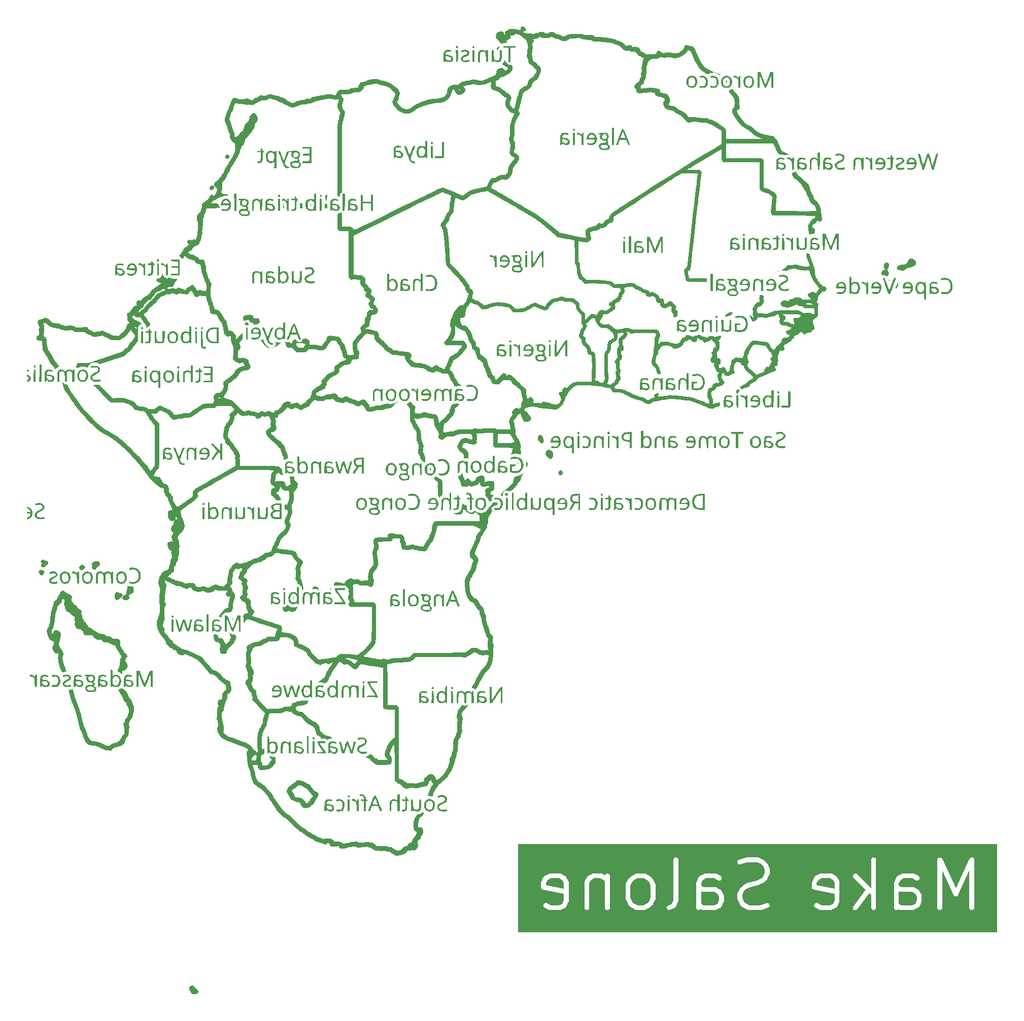
<source format=gbr>
%TF.GenerationSoftware,KiCad,Pcbnew,(7.0.0)*%
%TF.CreationDate,2023-05-29T22:26:49+03:00*%
%TF.ProjectId,Africa PCB,41667269-6361-4205-9043-422e6b696361,rev?*%
%TF.SameCoordinates,Original*%
%TF.FileFunction,Legend,Bot*%
%TF.FilePolarity,Positive*%
%FSLAX46Y46*%
G04 Gerber Fmt 4.6, Leading zero omitted, Abs format (unit mm)*
G04 Created by KiCad (PCBNEW (7.0.0)) date 2023-05-29 22:26:49*
%MOMM*%
%LPD*%
G01*
G04 APERTURE LIST*
%ADD10C,0.800000*%
G04 APERTURE END LIST*
D10*
G36*
X169764953Y-168179808D02*
G01*
X170044048Y-168737998D01*
X170044048Y-169679459D01*
X167034524Y-169077555D01*
X167034524Y-168737998D01*
X167313618Y-168179809D01*
X167871809Y-167900714D01*
X169206764Y-167900714D01*
X169764953Y-168179808D01*
G37*
G36*
X138740437Y-168210407D02*
G01*
X139029591Y-168499562D01*
X139339286Y-169118951D01*
X139339286Y-171215811D01*
X139029592Y-171835198D01*
X138740435Y-172124354D01*
X138121048Y-172434047D01*
X137167046Y-172434047D01*
X136547658Y-172124353D01*
X136258504Y-171835198D01*
X135948810Y-171215810D01*
X135948810Y-169118950D01*
X136258503Y-168499562D01*
X136547658Y-168210408D01*
X137167047Y-167900714D01*
X138121049Y-167900714D01*
X138740437Y-168210407D01*
G37*
G36*
X124584001Y-168179808D02*
G01*
X124863096Y-168737998D01*
X124863096Y-169679459D01*
X121853572Y-169077555D01*
X121853572Y-168737998D01*
X122132666Y-168179809D01*
X122690857Y-167900714D01*
X124025812Y-167900714D01*
X124584001Y-168179808D01*
G37*
G36*
X180912568Y-170134568D02*
G01*
X180993263Y-170186428D01*
X181075010Y-170186428D01*
X181155464Y-170200906D01*
X181190372Y-170186428D01*
X182921049Y-170186428D01*
X183479238Y-170465522D01*
X183758333Y-171023712D01*
X183758333Y-171596762D01*
X183479238Y-172154952D01*
X182921048Y-172434047D01*
X181205142Y-172434047D01*
X180748809Y-172205881D01*
X180748809Y-170052689D01*
X180912568Y-170134568D01*
G37*
G36*
X147922092Y-170134568D02*
G01*
X148002787Y-170186428D01*
X148084534Y-170186428D01*
X148164988Y-170200906D01*
X148199896Y-170186428D01*
X149930573Y-170186428D01*
X150488762Y-170465522D01*
X150767857Y-171023712D01*
X150767857Y-171596762D01*
X150488762Y-172154952D01*
X149930572Y-172434047D01*
X148214666Y-172434047D01*
X147758333Y-172205881D01*
X147758333Y-170052689D01*
X147922092Y-170134568D01*
G37*
G36*
X197167857Y-176917857D02*
G01*
X117186906Y-176917857D01*
X117186906Y-169382727D01*
X121037306Y-169382727D01*
X121053572Y-169451884D01*
X121053572Y-169462988D01*
X121066697Y-169507690D01*
X121091088Y-169611389D01*
X121099548Y-169619569D01*
X121102864Y-169630862D01*
X121183372Y-169700623D01*
X121259955Y-169774674D01*
X121271495Y-169776982D01*
X121280391Y-169784690D01*
X121385846Y-169799852D01*
X124863096Y-170495301D01*
X124863096Y-171596762D01*
X124584001Y-172154952D01*
X124025811Y-172434047D01*
X122690856Y-172434047D01*
X121961970Y-172069604D01*
X121789775Y-172038617D01*
X121572795Y-172128608D01*
X121438912Y-172321620D01*
X121430634Y-172556376D01*
X121550588Y-172758340D01*
X122398283Y-173182187D01*
X122478978Y-173234047D01*
X122560722Y-173234047D01*
X122641179Y-173248526D01*
X122676090Y-173234047D01*
X124098705Y-173234047D01*
X124194073Y-173244344D01*
X124267190Y-173207785D01*
X124345625Y-173184755D01*
X124370373Y-173156193D01*
X124969885Y-172856437D01*
X124985426Y-172856986D01*
X125073976Y-172804392D01*
X125112469Y-172785146D01*
X125123222Y-172775142D01*
X125187389Y-172737032D01*
X125207556Y-172696696D01*
X125240576Y-172665982D01*
X125259065Y-172593679D01*
X125611236Y-171889335D01*
X125663096Y-171808641D01*
X125663096Y-171726894D01*
X125677574Y-171646440D01*
X125663096Y-171611532D01*
X125663096Y-170236084D01*
X125679362Y-170190129D01*
X125663096Y-170120972D01*
X125663096Y-168688321D01*
X128277189Y-168688321D01*
X128291667Y-168723230D01*
X128291667Y-172891559D01*
X128340959Y-173059433D01*
X128518486Y-173213261D01*
X128750996Y-173246691D01*
X128964670Y-173149109D01*
X129091667Y-172951498D01*
X129091667Y-168737998D01*
X129370761Y-168179809D01*
X129928952Y-167900714D01*
X130882954Y-167900714D01*
X131502342Y-168210407D01*
X131720239Y-168428305D01*
X131720239Y-172891559D01*
X131769531Y-173059433D01*
X131947058Y-173213261D01*
X132179568Y-173246691D01*
X132393242Y-173149109D01*
X132520239Y-172951498D01*
X132520239Y-169069273D01*
X135134332Y-169069273D01*
X135148810Y-169104181D01*
X135148810Y-171288704D01*
X135138513Y-171384072D01*
X135175071Y-171457189D01*
X135198102Y-171535624D01*
X135226663Y-171560372D01*
X135549563Y-172206172D01*
X135563869Y-172271934D01*
X135641791Y-172349856D01*
X135716875Y-172430575D01*
X135724445Y-172432510D01*
X135992410Y-172700476D01*
X136026778Y-172758340D01*
X136125347Y-172807624D01*
X136222099Y-172860455D01*
X136229893Y-172859897D01*
X136874473Y-173182187D01*
X136955168Y-173234047D01*
X137036912Y-173234047D01*
X137117369Y-173248526D01*
X137152280Y-173234047D01*
X138193942Y-173234047D01*
X138289310Y-173244344D01*
X138362427Y-173207785D01*
X138440862Y-173184755D01*
X138465610Y-173156193D01*
X139080518Y-172848739D01*
X141989324Y-172848739D01*
X142063405Y-173071652D01*
X142246242Y-173219128D01*
X142479786Y-173244344D01*
X143255597Y-172856438D01*
X143271138Y-172856986D01*
X143359686Y-172804393D01*
X143398182Y-172785146D01*
X143408936Y-172775142D01*
X143473102Y-172737032D01*
X143493270Y-172696695D01*
X143526289Y-172665982D01*
X143544777Y-172593680D01*
X143896950Y-171889335D01*
X143948810Y-171808641D01*
X143948810Y-171726897D01*
X143963289Y-171646440D01*
X143948810Y-171611529D01*
X143948810Y-168688321D01*
X146943855Y-168688321D01*
X146958333Y-168723230D01*
X146958333Y-169398413D01*
X146954442Y-169508758D01*
X146958333Y-169515309D01*
X146958333Y-172446032D01*
X146954442Y-172556377D01*
X146958333Y-172562928D01*
X146958333Y-172891559D01*
X147007625Y-173059433D01*
X147185152Y-173213261D01*
X147417662Y-173246691D01*
X147631336Y-173149109D01*
X147685955Y-173064119D01*
X147922092Y-173182187D01*
X148002787Y-173234047D01*
X148084534Y-173234047D01*
X148164988Y-173248525D01*
X148199896Y-173234047D01*
X150003466Y-173234047D01*
X150098834Y-173244344D01*
X150171951Y-173207785D01*
X150250386Y-173184755D01*
X150275134Y-173156193D01*
X150874646Y-172856437D01*
X150890187Y-172856986D01*
X150978737Y-172804392D01*
X151017230Y-172785146D01*
X151027983Y-172775142D01*
X151092150Y-172737032D01*
X151112317Y-172696696D01*
X151145337Y-172665982D01*
X151163826Y-172593679D01*
X151515997Y-171889335D01*
X151567857Y-171808641D01*
X151567857Y-171726894D01*
X151582335Y-171646440D01*
X151567857Y-171611532D01*
X151567857Y-170950813D01*
X151578153Y-170855451D01*
X151541596Y-170782338D01*
X151518565Y-170703899D01*
X151490002Y-170679149D01*
X151190247Y-170079636D01*
X151190795Y-170064098D01*
X151138208Y-169975559D01*
X151118956Y-169937054D01*
X151108949Y-169926296D01*
X151070841Y-169862134D01*
X151030506Y-169841967D01*
X150999792Y-169808947D01*
X150927488Y-169790458D01*
X150223144Y-169438286D01*
X150142451Y-169386428D01*
X150060704Y-169386428D01*
X149980250Y-169371950D01*
X149945341Y-169386428D01*
X148214666Y-169386428D01*
X147758333Y-169158262D01*
X147758333Y-168737998D01*
X148037427Y-168179809D01*
X148595618Y-167900714D01*
X149930573Y-167900714D01*
X150659460Y-168265157D01*
X150831655Y-168296144D01*
X151048635Y-168206153D01*
X151182517Y-168013140D01*
X151190795Y-167778384D01*
X151070841Y-167576420D01*
X150223144Y-167152572D01*
X150142451Y-167100714D01*
X150060704Y-167100714D01*
X149980250Y-167086236D01*
X149945341Y-167100714D01*
X148522728Y-167100714D01*
X148427356Y-167090417D01*
X148354238Y-167126975D01*
X148275804Y-167150006D01*
X148251055Y-167178567D01*
X147651544Y-167478322D01*
X147636005Y-167477775D01*
X147547462Y-167530363D01*
X147508960Y-167549615D01*
X147498203Y-167559620D01*
X147434041Y-167597729D01*
X147413873Y-167638063D01*
X147380853Y-167668779D01*
X147362363Y-167741083D01*
X147010192Y-168445425D01*
X146958333Y-168526120D01*
X146958333Y-168607867D01*
X146943855Y-168688321D01*
X143948810Y-168688321D01*
X143948810Y-165170624D01*
X153800957Y-165170624D01*
X153842769Y-165401774D01*
X154002913Y-165573625D01*
X154230543Y-165631615D01*
X155423244Y-165234047D01*
X157168668Y-165234047D01*
X157788055Y-165543741D01*
X158077210Y-165832894D01*
X158386905Y-166452284D01*
X158386905Y-167025333D01*
X158077211Y-167644722D01*
X157788054Y-167933878D01*
X157123481Y-168266163D01*
X155711392Y-168619186D01*
X155665452Y-168614226D01*
X155599671Y-168647116D01*
X155586477Y-168650415D01*
X155548425Y-168672739D01*
X154843349Y-169025277D01*
X154777588Y-169039583D01*
X154699654Y-169117516D01*
X154618948Y-169192589D01*
X154617012Y-169200158D01*
X154349047Y-169468123D01*
X154291184Y-169502491D01*
X154241898Y-169601061D01*
X154189069Y-169697812D01*
X154189626Y-169705605D01*
X153867335Y-170350187D01*
X153815476Y-170430882D01*
X153815476Y-170512629D01*
X153800998Y-170593083D01*
X153815476Y-170627992D01*
X153815476Y-171288710D01*
X153805180Y-171384073D01*
X153841736Y-171457186D01*
X153864768Y-171535624D01*
X153893330Y-171560373D01*
X154216229Y-172206170D01*
X154230536Y-172271934D01*
X154308467Y-172349865D01*
X154383542Y-172430575D01*
X154391112Y-172432510D01*
X154659074Y-172700473D01*
X154693444Y-172758340D01*
X154792021Y-172807628D01*
X154888764Y-172860455D01*
X154896559Y-172859897D01*
X155541140Y-173182187D01*
X155621835Y-173234047D01*
X155703582Y-173234047D01*
X155784036Y-173248525D01*
X155818944Y-173234047D01*
X157593896Y-173234047D01*
X157659115Y-173250662D01*
X157763678Y-173215807D01*
X157869434Y-173184755D01*
X157874550Y-173178850D01*
X158967957Y-172814381D01*
X159111629Y-172714533D01*
X159201424Y-172497471D01*
X159159612Y-172266321D01*
X158999468Y-172094470D01*
X158771838Y-172036480D01*
X157579138Y-172434047D01*
X155833714Y-172434047D01*
X155214324Y-172124353D01*
X154925169Y-171835197D01*
X154615476Y-171215812D01*
X154615476Y-170642760D01*
X154925170Y-170023371D01*
X155214323Y-169734218D01*
X155878900Y-169401929D01*
X155955708Y-169382727D01*
X166218258Y-169382727D01*
X166234524Y-169451884D01*
X166234524Y-169462988D01*
X166247649Y-169507690D01*
X166272040Y-169611389D01*
X166280500Y-169619569D01*
X166283816Y-169630862D01*
X166364324Y-169700623D01*
X166440907Y-169774674D01*
X166452447Y-169776982D01*
X166461343Y-169784690D01*
X166566798Y-169799852D01*
X170044048Y-170495301D01*
X170044048Y-171596762D01*
X169764953Y-172154952D01*
X169206763Y-172434047D01*
X167871808Y-172434047D01*
X167142922Y-172069604D01*
X166970727Y-172038617D01*
X166753747Y-172128608D01*
X166619864Y-172321620D01*
X166611586Y-172556376D01*
X166731540Y-172758340D01*
X167579235Y-173182187D01*
X167659930Y-173234047D01*
X167741674Y-173234047D01*
X167822131Y-173248526D01*
X167857042Y-173234047D01*
X169279657Y-173234047D01*
X169375025Y-173244344D01*
X169448142Y-173207785D01*
X169526577Y-173184755D01*
X169551325Y-173156193D01*
X170150837Y-172856437D01*
X170166378Y-172856986D01*
X170254928Y-172804392D01*
X170293421Y-172785146D01*
X170304174Y-172775142D01*
X170368341Y-172737032D01*
X170388508Y-172696696D01*
X170421528Y-172665982D01*
X170440017Y-172593679D01*
X170792188Y-171889335D01*
X170844048Y-171808641D01*
X170844048Y-171726894D01*
X170858526Y-171646440D01*
X170844048Y-171611532D01*
X170844048Y-170236084D01*
X170860314Y-170190129D01*
X170844048Y-170120972D01*
X170844048Y-168665099D01*
X170854344Y-168569737D01*
X170817787Y-168496624D01*
X170794756Y-168418185D01*
X170766193Y-168393435D01*
X170466438Y-167793922D01*
X170466986Y-167778384D01*
X170414399Y-167689845D01*
X170395147Y-167651340D01*
X170385140Y-167640582D01*
X170347032Y-167576420D01*
X170306697Y-167556253D01*
X170275983Y-167523233D01*
X170203679Y-167504744D01*
X170136139Y-167470974D01*
X173075842Y-167470974D01*
X173125774Y-167700506D01*
X175249230Y-169823962D01*
X173137160Y-172640057D01*
X173075869Y-172803931D01*
X173125594Y-173033510D01*
X173291544Y-173199760D01*
X173521032Y-173249898D01*
X173741196Y-173168008D01*
X175820658Y-170395391D01*
X176139286Y-170714019D01*
X176139286Y-172891559D01*
X176188578Y-173059433D01*
X176366105Y-173213261D01*
X176598615Y-173246691D01*
X176812289Y-173149109D01*
X176939286Y-172951498D01*
X176939286Y-170620501D01*
X176955111Y-170578073D01*
X176939286Y-170505327D01*
X176939286Y-168688321D01*
X179934331Y-168688321D01*
X179948809Y-168723230D01*
X179948809Y-169398413D01*
X179944918Y-169508758D01*
X179948809Y-169515309D01*
X179948809Y-172446032D01*
X179944918Y-172556377D01*
X179948809Y-172562928D01*
X179948809Y-172891559D01*
X179998101Y-173059433D01*
X180175628Y-173213261D01*
X180408138Y-173246691D01*
X180621812Y-173149109D01*
X180676431Y-173064119D01*
X180912568Y-173182187D01*
X180993263Y-173234047D01*
X181075010Y-173234047D01*
X181155464Y-173248525D01*
X181190372Y-173234047D01*
X182993942Y-173234047D01*
X183089310Y-173244344D01*
X183162427Y-173207785D01*
X183240862Y-173184755D01*
X183265610Y-173156193D01*
X183865122Y-172856437D01*
X183880663Y-172856986D01*
X183969213Y-172804392D01*
X184007706Y-172785146D01*
X184018459Y-172775142D01*
X184082626Y-172737032D01*
X184102793Y-172696696D01*
X184135813Y-172665982D01*
X184154302Y-172593679D01*
X184506473Y-171889335D01*
X184558333Y-171808641D01*
X184558333Y-171726894D01*
X184572811Y-171646440D01*
X184558333Y-171611532D01*
X184558333Y-170950813D01*
X184568629Y-170855451D01*
X184532072Y-170782338D01*
X184509041Y-170703899D01*
X184480478Y-170679149D01*
X184180723Y-170079636D01*
X184181271Y-170064098D01*
X184128684Y-169975559D01*
X184109432Y-169937054D01*
X184099425Y-169926296D01*
X184061317Y-169862134D01*
X184020982Y-169841967D01*
X183990268Y-169808947D01*
X183917964Y-169790458D01*
X183213620Y-169438286D01*
X183132927Y-169386428D01*
X183051180Y-169386428D01*
X182970726Y-169371950D01*
X182935817Y-169386428D01*
X181205142Y-169386428D01*
X180748809Y-169158262D01*
X180748809Y-168737998D01*
X181027903Y-168179809D01*
X181586094Y-167900714D01*
X182921049Y-167900714D01*
X183649936Y-168265157D01*
X183822131Y-168296144D01*
X184039111Y-168206153D01*
X184172993Y-168013140D01*
X184181271Y-167778384D01*
X184061317Y-167576420D01*
X183213620Y-167152572D01*
X183132927Y-167100714D01*
X183051180Y-167100714D01*
X182970726Y-167086236D01*
X182935817Y-167100714D01*
X181513204Y-167100714D01*
X181417832Y-167090417D01*
X181344714Y-167126975D01*
X181266280Y-167150006D01*
X181241531Y-167178567D01*
X180642020Y-167478322D01*
X180626481Y-167477775D01*
X180537938Y-167530363D01*
X180499436Y-167549615D01*
X180488679Y-167559620D01*
X180424517Y-167597729D01*
X180404349Y-167638063D01*
X180371329Y-167668779D01*
X180352839Y-167741083D01*
X180000668Y-168445425D01*
X179948809Y-168526120D01*
X179948809Y-168607867D01*
X179934331Y-168688321D01*
X176939286Y-168688321D01*
X176939286Y-164896769D01*
X187174762Y-164896769D01*
X187186904Y-164922788D01*
X187186904Y-172891559D01*
X187236196Y-173059433D01*
X187413723Y-173213261D01*
X187646233Y-173246691D01*
X187859907Y-173149109D01*
X187986904Y-172951498D01*
X187986904Y-166637073D01*
X189889682Y-170714453D01*
X189936273Y-170818735D01*
X189989238Y-170853392D01*
X190031078Y-170900883D01*
X190085491Y-170916375D01*
X190132833Y-170947353D01*
X190196124Y-170947873D01*
X190257001Y-170965206D01*
X190311152Y-170948820D01*
X190367727Y-170949286D01*
X190421254Y-170915504D01*
X190481835Y-170897174D01*
X190518530Y-170854113D01*
X190566376Y-170823919D01*
X190593142Y-170766562D01*
X190634197Y-170718388D01*
X190641787Y-170662322D01*
X192520238Y-166637072D01*
X192520238Y-172891559D01*
X192569530Y-173059433D01*
X192747057Y-173213261D01*
X192979567Y-173246691D01*
X193193241Y-173149109D01*
X193320238Y-172951498D01*
X193320238Y-164864311D01*
X193333356Y-164778116D01*
X193296442Y-164695492D01*
X193270946Y-164608661D01*
X193249247Y-164589859D01*
X193237536Y-164563646D01*
X193161812Y-164514096D01*
X193093419Y-164454833D01*
X193064999Y-164450746D01*
X193040976Y-164435027D01*
X192950486Y-164434282D01*
X192860909Y-164421403D01*
X192834792Y-164433330D01*
X192806082Y-164433094D01*
X192729551Y-164481391D01*
X192647235Y-164518985D01*
X192631712Y-164543138D01*
X192607433Y-164558461D01*
X192569164Y-164640465D01*
X192520238Y-164716596D01*
X192520238Y-164745307D01*
X190253570Y-169602451D01*
X187962176Y-164692319D01*
X187937612Y-164608661D01*
X187869219Y-164549398D01*
X187809397Y-164481497D01*
X187781783Y-164473635D01*
X187760085Y-164454833D01*
X187670508Y-164441953D01*
X187583474Y-164417174D01*
X187555993Y-164425489D01*
X187527575Y-164421403D01*
X187445259Y-164458995D01*
X187358640Y-164485205D01*
X187340016Y-164507058D01*
X187313901Y-164518985D01*
X187264976Y-164595113D01*
X187206278Y-164663992D01*
X187202425Y-164692443D01*
X187186904Y-164716596D01*
X187186904Y-164807088D01*
X187174762Y-164896769D01*
X176939286Y-164896769D01*
X176939286Y-164776535D01*
X176889994Y-164608661D01*
X176712467Y-164454833D01*
X176479957Y-164421403D01*
X176266283Y-164518985D01*
X176139286Y-164716596D01*
X176139286Y-169582648D01*
X176060884Y-169504246D01*
X175977504Y-169420715D01*
X175977311Y-169420672D01*
X173733843Y-167177204D01*
X173580283Y-167093354D01*
X173345980Y-167110112D01*
X173157932Y-167250883D01*
X173075842Y-167470974D01*
X170136139Y-167470974D01*
X169499335Y-167152572D01*
X169418642Y-167100714D01*
X169336895Y-167100714D01*
X169256441Y-167086236D01*
X169221532Y-167100714D01*
X167798919Y-167100714D01*
X167703547Y-167090417D01*
X167630429Y-167126975D01*
X167551995Y-167150006D01*
X167527246Y-167178567D01*
X166927735Y-167478322D01*
X166912196Y-167477775D01*
X166823653Y-167530363D01*
X166785151Y-167549615D01*
X166774394Y-167559620D01*
X166710232Y-167597729D01*
X166690064Y-167638063D01*
X166657044Y-167668779D01*
X166638554Y-167741083D01*
X166286383Y-168445425D01*
X166234524Y-168526120D01*
X166234524Y-168607867D01*
X166220046Y-168688321D01*
X166234524Y-168723230D01*
X166234524Y-169336772D01*
X166218258Y-169382727D01*
X155955708Y-169382727D01*
X157290988Y-169048907D01*
X157336929Y-169053868D01*
X157402710Y-169020977D01*
X157415904Y-169017679D01*
X157453953Y-168995355D01*
X158159029Y-168642817D01*
X158224792Y-168628512D01*
X158302728Y-168550576D01*
X158383432Y-168475506D01*
X158385367Y-168467936D01*
X158653334Y-168199970D01*
X158711198Y-168165603D01*
X158760482Y-168067034D01*
X158813313Y-167970282D01*
X158812755Y-167962487D01*
X159135045Y-167317906D01*
X159186905Y-167237212D01*
X159186905Y-167155465D01*
X159201383Y-167075011D01*
X159186905Y-167040103D01*
X159186905Y-166379385D01*
X159197201Y-166284023D01*
X159160644Y-166210910D01*
X159137613Y-166132471D01*
X159109050Y-166107721D01*
X158786151Y-165461922D01*
X158771846Y-165396159D01*
X158693916Y-165318229D01*
X158618840Y-165237519D01*
X158611269Y-165235583D01*
X158343305Y-164967619D01*
X158308937Y-164909755D01*
X158210358Y-164860465D01*
X158113616Y-164807640D01*
X158105822Y-164808197D01*
X157461240Y-164485906D01*
X157380546Y-164434047D01*
X157298799Y-164434047D01*
X157218345Y-164419569D01*
X157183436Y-164434047D01*
X155408486Y-164434047D01*
X155343266Y-164417432D01*
X155238696Y-164452288D01*
X155132948Y-164483339D01*
X155127831Y-164489243D01*
X154034424Y-164853714D01*
X153890752Y-164953563D01*
X153800957Y-165170624D01*
X143948810Y-165170624D01*
X143948810Y-164776535D01*
X143899518Y-164608661D01*
X143721991Y-164454833D01*
X143489481Y-164421403D01*
X143275807Y-164518985D01*
X143148810Y-164716596D01*
X143148810Y-171596763D01*
X142869714Y-172154952D01*
X142175626Y-172501996D01*
X142047519Y-172621160D01*
X141989324Y-172848739D01*
X139080518Y-172848739D01*
X139111410Y-172833293D01*
X139177173Y-172818988D01*
X139255109Y-172741052D01*
X139335813Y-172665982D01*
X139337748Y-172658412D01*
X139605715Y-172390446D01*
X139663579Y-172356079D01*
X139712863Y-172257509D01*
X139765694Y-172160758D01*
X139765136Y-172152963D01*
X140087426Y-171508383D01*
X140139286Y-171427689D01*
X140139286Y-171345945D01*
X140153765Y-171265488D01*
X140139286Y-171230577D01*
X140139286Y-169046061D01*
X140149583Y-168950689D01*
X140113024Y-168877571D01*
X140089994Y-168799137D01*
X140061432Y-168774388D01*
X139738532Y-168128588D01*
X139724227Y-168062827D01*
X139646304Y-167984904D01*
X139571221Y-167904186D01*
X139563650Y-167902250D01*
X139295684Y-167634283D01*
X139261317Y-167576420D01*
X139162739Y-167527131D01*
X139065997Y-167474306D01*
X139058203Y-167474863D01*
X138413620Y-167152572D01*
X138332927Y-167100714D01*
X138251180Y-167100714D01*
X138170726Y-167086236D01*
X138135817Y-167100714D01*
X137094157Y-167100714D01*
X136998785Y-167090417D01*
X136925667Y-167126975D01*
X136847233Y-167150006D01*
X136822484Y-167178567D01*
X136176684Y-167501467D01*
X136110923Y-167515773D01*
X136033000Y-167593695D01*
X135952282Y-167668779D01*
X135950346Y-167676349D01*
X135682380Y-167944314D01*
X135624517Y-167978682D01*
X135575232Y-168077251D01*
X135522402Y-168174003D01*
X135522959Y-168181797D01*
X135200669Y-168826377D01*
X135148810Y-168907072D01*
X135148810Y-168988819D01*
X135134332Y-169069273D01*
X132520239Y-169069273D01*
X132520239Y-168334788D01*
X132536064Y-168292359D01*
X132520239Y-168219613D01*
X132520239Y-167443202D01*
X132470947Y-167275328D01*
X132293420Y-167121500D01*
X132060910Y-167088070D01*
X131847236Y-167185652D01*
X131720239Y-167383263D01*
X131720239Y-167424929D01*
X131175525Y-167152572D01*
X131094832Y-167100714D01*
X131013085Y-167100714D01*
X130932631Y-167086236D01*
X130897722Y-167100714D01*
X129856062Y-167100714D01*
X129760690Y-167090417D01*
X129687572Y-167126975D01*
X129609138Y-167150006D01*
X129584389Y-167178567D01*
X128984878Y-167478322D01*
X128969339Y-167477775D01*
X128880796Y-167530363D01*
X128842294Y-167549615D01*
X128831537Y-167559620D01*
X128767375Y-167597729D01*
X128747207Y-167638063D01*
X128714187Y-167668779D01*
X128695697Y-167741083D01*
X128343526Y-168445425D01*
X128291667Y-168526120D01*
X128291667Y-168607867D01*
X128277189Y-168688321D01*
X125663096Y-168688321D01*
X125663096Y-168665099D01*
X125673392Y-168569737D01*
X125636835Y-168496624D01*
X125613804Y-168418185D01*
X125585241Y-168393435D01*
X125285486Y-167793922D01*
X125286034Y-167778384D01*
X125233447Y-167689845D01*
X125214195Y-167651340D01*
X125204188Y-167640582D01*
X125166080Y-167576420D01*
X125125745Y-167556253D01*
X125095031Y-167523233D01*
X125022727Y-167504744D01*
X124318383Y-167152572D01*
X124237690Y-167100714D01*
X124155943Y-167100714D01*
X124075489Y-167086236D01*
X124040580Y-167100714D01*
X122617967Y-167100714D01*
X122522595Y-167090417D01*
X122449477Y-167126975D01*
X122371043Y-167150006D01*
X122346294Y-167178567D01*
X121746783Y-167478322D01*
X121731244Y-167477775D01*
X121642701Y-167530363D01*
X121604199Y-167549615D01*
X121593442Y-167559620D01*
X121529280Y-167597729D01*
X121509112Y-167638063D01*
X121476092Y-167668779D01*
X121457602Y-167741083D01*
X121105431Y-168445425D01*
X121053572Y-168526120D01*
X121053572Y-168607867D01*
X121039094Y-168688321D01*
X121053572Y-168723230D01*
X121053572Y-169336772D01*
X121037306Y-169382727D01*
X117186906Y-169382727D01*
X117186906Y-162232143D01*
X197167857Y-162232143D01*
X197167857Y-176917857D01*
G37*
%TO.C,G\u002A\u002A\u002A*%
G36*
X162414020Y-48380500D02*
G01*
X162384138Y-48410383D01*
X162354255Y-48380500D01*
X162384138Y-48350618D01*
X162414020Y-48380500D01*
G37*
G36*
X160382020Y-66668500D02*
G01*
X160352138Y-66698383D01*
X160322255Y-66668500D01*
X160352138Y-66638618D01*
X160382020Y-66668500D01*
G37*
G36*
X118546726Y-99539089D02*
G01*
X118516844Y-99568971D01*
X118486961Y-99539089D01*
X118516844Y-99509206D01*
X118546726Y-99539089D01*
G37*
G36*
X118247902Y-100136736D02*
G01*
X118218020Y-100166618D01*
X118188138Y-100136736D01*
X118218020Y-100106853D01*
X118247902Y-100136736D01*
G37*
G36*
X98226726Y-87406853D02*
G01*
X98196844Y-87436736D01*
X98166961Y-87406853D01*
X98196844Y-87376971D01*
X98226726Y-87406853D01*
G37*
G36*
X83703902Y-135218618D02*
G01*
X83674020Y-135248500D01*
X83644138Y-135218618D01*
X83674020Y-135188736D01*
X83703902Y-135218618D01*
G37*
G36*
X83524608Y-135278383D02*
G01*
X83494726Y-135308265D01*
X83464844Y-135278383D01*
X83494726Y-135248500D01*
X83524608Y-135278383D01*
G37*
G36*
X83405079Y-135338147D02*
G01*
X83375197Y-135368030D01*
X83345314Y-135338147D01*
X83375197Y-135308265D01*
X83405079Y-135338147D01*
G37*
G36*
X76293079Y-79338618D02*
G01*
X76263197Y-79368500D01*
X76233314Y-79338618D01*
X76263197Y-79308736D01*
X76293079Y-79338618D01*
G37*
G36*
X102445845Y-155499501D02*
G01*
X102427396Y-155526051D01*
X102376846Y-155568500D01*
X102368491Y-155567919D01*
X102355329Y-155533323D01*
X102419490Y-155473146D01*
X102452889Y-155458605D01*
X102445845Y-155499501D01*
G37*
G36*
X84516433Y-119879737D02*
G01*
X84497984Y-119906286D01*
X84447434Y-119948736D01*
X84439079Y-119948154D01*
X84425918Y-119913558D01*
X84490078Y-119853382D01*
X84523477Y-119838840D01*
X84516433Y-119879737D01*
G37*
G36*
X150520844Y-75663089D02*
G01*
X150520844Y-76687028D01*
X150356491Y-76668117D01*
X150192138Y-76649206D01*
X150192138Y-75663089D01*
X150192138Y-74676971D01*
X150356491Y-74658060D01*
X150520844Y-74639149D01*
X150520844Y-75663089D01*
G37*
G36*
X149684138Y-68401677D02*
G01*
X149684138Y-69806147D01*
X149504844Y-69806147D01*
X149325550Y-69806147D01*
X149325550Y-68401677D01*
X149325550Y-66997206D01*
X149504844Y-66997206D01*
X149684138Y-66997206D01*
X149684138Y-68401677D01*
G37*
G36*
X136057785Y-62066618D02*
G01*
X136057785Y-63471089D01*
X135878491Y-63471089D01*
X135699197Y-63471089D01*
X135699197Y-62066618D01*
X135699197Y-60662147D01*
X135878491Y-60662147D01*
X136057785Y-60662147D01*
X136057785Y-62066618D01*
G37*
G36*
X135101550Y-62484971D02*
G01*
X135101550Y-63471089D01*
X134922255Y-63471089D01*
X134742961Y-63471089D01*
X134742961Y-62484971D01*
X134742961Y-61498853D01*
X134922255Y-61498853D01*
X135101550Y-61498853D01*
X135101550Y-62484971D01*
G37*
G36*
X133248844Y-44017677D02*
G01*
X133248844Y-45422147D01*
X133069550Y-45422147D01*
X132890255Y-45422147D01*
X132890255Y-44017677D01*
X132890255Y-42613206D01*
X133069550Y-42613206D01*
X133248844Y-42613206D01*
X133248844Y-44017677D01*
G37*
G36*
X132471902Y-95056736D02*
G01*
X132471902Y-96042853D01*
X132322491Y-96042853D01*
X132173079Y-96042853D01*
X132173079Y-95056736D01*
X132173079Y-94070618D01*
X132322491Y-94070618D01*
X132471902Y-94070618D01*
X132471902Y-95056736D01*
G37*
G36*
X131336373Y-105366147D02*
G01*
X131336373Y-106390087D01*
X131172020Y-106371176D01*
X131007667Y-106352265D01*
X131007667Y-105366147D01*
X131007667Y-104380030D01*
X131172020Y-104361119D01*
X131336373Y-104342208D01*
X131336373Y-105366147D01*
G37*
G36*
X127451667Y-95056736D02*
G01*
X127451667Y-96042853D01*
X127302255Y-96042853D01*
X127152844Y-96042853D01*
X127152844Y-95056736D01*
X127152844Y-94070618D01*
X127302255Y-94070618D01*
X127451667Y-94070618D01*
X127451667Y-95056736D01*
G37*
G36*
X126674726Y-44436030D02*
G01*
X126674726Y-45422147D01*
X126495432Y-45422147D01*
X126316138Y-45422147D01*
X126316138Y-44436030D01*
X126316138Y-43449912D01*
X126495432Y-43449912D01*
X126674726Y-43449912D01*
X126674726Y-44436030D01*
G37*
G36*
X122670491Y-79756971D02*
G01*
X122670491Y-80743089D01*
X122521079Y-80743089D01*
X122371667Y-80743089D01*
X122371667Y-79756971D01*
X122371667Y-78770853D01*
X122521079Y-78770853D01*
X122670491Y-78770853D01*
X122670491Y-79756971D01*
G37*
G36*
X118712524Y-64860618D02*
G01*
X118728910Y-65861677D01*
X118546726Y-65861677D01*
X118364542Y-65861677D01*
X118380928Y-64860618D01*
X118397314Y-63859559D01*
X118546726Y-63859559D01*
X118696138Y-63859559D01*
X118712524Y-64860618D01*
G37*
G36*
X116290608Y-103524226D02*
G01*
X116425079Y-103543324D01*
X116441102Y-104962736D01*
X116457125Y-106382147D01*
X116306631Y-106382147D01*
X116156138Y-106382147D01*
X116156138Y-104943638D01*
X116156138Y-103505128D01*
X116290608Y-103524226D01*
G37*
G36*
X116096373Y-79756971D02*
G01*
X116096373Y-80743089D01*
X115946961Y-80743089D01*
X115797550Y-80743089D01*
X115797550Y-79756971D01*
X115797550Y-78770853D01*
X115946961Y-78770853D01*
X116096373Y-78770853D01*
X116096373Y-79756971D01*
G37*
G36*
X115498726Y-105366147D02*
G01*
X115498726Y-106382147D01*
X115349314Y-106382147D01*
X115199902Y-106382147D01*
X115199902Y-105366147D01*
X115199902Y-104350147D01*
X115349314Y-104350147D01*
X115498726Y-104350147D01*
X115498726Y-105366147D01*
G37*
G36*
X110930180Y-105548131D02*
G01*
X110986491Y-105605206D01*
X110997623Y-105626366D01*
X110993545Y-105664971D01*
X110983037Y-105662282D01*
X110926726Y-105605206D01*
X110915594Y-105584046D01*
X110919672Y-105545442D01*
X110930180Y-105548131D01*
G37*
G36*
X106341230Y-137654030D02*
G01*
X106357616Y-138655089D01*
X106175432Y-138655089D01*
X105993248Y-138655089D01*
X106009634Y-137654030D01*
X106026020Y-136652971D01*
X106175432Y-136652971D01*
X106324844Y-136652971D01*
X106341230Y-137654030D01*
G37*
G36*
X103113936Y-137654030D02*
G01*
X103130322Y-138655089D01*
X102948138Y-138655089D01*
X102765954Y-138655089D01*
X102782340Y-137654030D01*
X102798726Y-136652971D01*
X102948138Y-136652971D01*
X103097550Y-136652971D01*
X103113936Y-137654030D01*
G37*
G36*
X98346255Y-121080295D02*
G01*
X98346255Y-122518618D01*
X98165880Y-122518618D01*
X97985504Y-122518618D01*
X98001527Y-121099206D01*
X98017550Y-119679794D01*
X98181902Y-119660884D01*
X98346255Y-119641973D01*
X98346255Y-121080295D01*
G37*
G36*
X91913892Y-146138114D02*
G01*
X91974961Y-146220318D01*
X91985265Y-146272617D01*
X91940267Y-146291288D01*
X91935109Y-146289436D01*
X91865539Y-146232246D01*
X91841149Y-146160766D01*
X91880293Y-146125677D01*
X91913892Y-146138114D01*
G37*
G36*
X91579348Y-136697794D02*
G01*
X91595734Y-137698853D01*
X91413550Y-137698853D01*
X91231365Y-137698853D01*
X91247752Y-136697794D01*
X91264138Y-135696736D01*
X91413550Y-135696736D01*
X91562961Y-135696736D01*
X91579348Y-136697794D01*
G37*
G36*
X89142491Y-155717912D02*
G01*
X89142491Y-156704030D01*
X88963197Y-156704030D01*
X88783902Y-156704030D01*
X88783902Y-155717912D01*
X88783902Y-154731794D01*
X88963197Y-154731794D01*
X89142491Y-154731794D01*
X89142491Y-155717912D01*
G37*
G36*
X83225785Y-146065912D02*
G01*
X83225785Y-147081912D01*
X83076373Y-147081912D01*
X82926961Y-147081912D01*
X82926961Y-146065912D01*
X82926961Y-145049912D01*
X83076373Y-145049912D01*
X83225785Y-145049912D01*
X83225785Y-146065912D01*
G37*
G36*
X82269550Y-145647559D02*
G01*
X82269550Y-147081912D01*
X82120138Y-147081912D01*
X81970726Y-147081912D01*
X81970726Y-145647559D01*
X81970726Y-144213206D01*
X82120138Y-144213206D01*
X82269550Y-144213206D01*
X82269550Y-145647559D01*
G37*
G36*
X78384844Y-121144030D02*
G01*
X78384844Y-122167969D01*
X78220491Y-122149058D01*
X78056138Y-122130147D01*
X78056138Y-121144030D01*
X78056138Y-120157912D01*
X78220491Y-120139001D01*
X78384844Y-120120090D01*
X78384844Y-121144030D01*
G37*
G36*
X72109550Y-76918147D02*
G01*
X72109550Y-77934147D01*
X71960138Y-77934147D01*
X71810726Y-77934147D01*
X71810726Y-76918147D01*
X71810726Y-75902147D01*
X71960138Y-75902147D01*
X72109550Y-75902147D01*
X72109550Y-76918147D01*
G37*
G36*
X70197079Y-55048235D02*
G01*
X70197079Y-56486557D01*
X70032726Y-56467647D01*
X69868373Y-56448736D01*
X69852350Y-55029324D01*
X69836327Y-53609912D01*
X70016703Y-53609912D01*
X70197079Y-53609912D01*
X70197079Y-55048235D01*
G37*
G36*
X65595197Y-125297677D02*
G01*
X65595197Y-126702147D01*
X65415902Y-126702147D01*
X65236608Y-126702147D01*
X65236608Y-125297677D01*
X65236608Y-123893206D01*
X65415902Y-123893206D01*
X65595197Y-123893206D01*
X65595197Y-125297677D01*
G37*
G36*
X64878020Y-106949912D02*
G01*
X64878020Y-107936030D01*
X64698726Y-107936030D01*
X64519432Y-107936030D01*
X64519432Y-106949912D01*
X64519432Y-105963794D01*
X64698726Y-105963794D01*
X64878020Y-105963794D01*
X64878020Y-106949912D01*
G37*
G36*
X63622961Y-77575559D02*
G01*
X63622961Y-78591559D01*
X63473550Y-78591559D01*
X63324138Y-78591559D01*
X63324138Y-77575559D01*
X63324138Y-76559559D01*
X63473550Y-76559559D01*
X63622961Y-76559559D01*
X63622961Y-77575559D01*
G37*
G36*
X60680995Y-84104853D02*
G01*
X60697381Y-85105912D01*
X60515197Y-85105912D01*
X60333012Y-85105912D01*
X60349399Y-84104853D01*
X60365785Y-83103794D01*
X60515197Y-83103794D01*
X60664608Y-83103794D01*
X60680995Y-84104853D01*
G37*
G36*
X59724759Y-125701089D02*
G01*
X59741146Y-126702147D01*
X59558961Y-126702147D01*
X59376777Y-126702147D01*
X59393163Y-125701089D01*
X59409550Y-124700030D01*
X59558961Y-124700030D01*
X59708373Y-124700030D01*
X59724759Y-125701089D01*
G37*
G36*
X55242406Y-84104853D02*
G01*
X55258793Y-85105912D01*
X55076608Y-85105912D01*
X54894424Y-85105912D01*
X54910810Y-84104853D01*
X54927197Y-83103794D01*
X55076608Y-83103794D01*
X55226020Y-83103794D01*
X55242406Y-84104853D01*
G37*
G36*
X54348923Y-75800404D02*
G01*
X54273209Y-75877151D01*
X54250334Y-75893642D01*
X54149548Y-75955047D01*
X54135240Y-75937290D01*
X54210352Y-75842016D01*
X54293879Y-75769725D01*
X54353991Y-75757256D01*
X54348923Y-75800404D01*
G37*
G36*
X54156315Y-76084192D02*
G01*
X54210020Y-76141206D01*
X54219359Y-76164357D01*
X54183665Y-76200971D01*
X54166317Y-76198674D01*
X54120373Y-76141206D01*
X54121058Y-76127681D01*
X54146728Y-76081442D01*
X54156315Y-76084192D01*
G37*
G36*
X37685079Y-83548060D02*
G01*
X37685079Y-84986383D01*
X37504703Y-84986383D01*
X37324327Y-84986383D01*
X37340350Y-83566971D01*
X37356373Y-82147559D01*
X37520726Y-82128648D01*
X37685079Y-82109737D01*
X37685079Y-83548060D01*
G37*
G36*
X36728844Y-83966413D02*
G01*
X36728844Y-84986383D01*
X36548105Y-84986383D01*
X36367365Y-84986383D01*
X36383752Y-83985324D01*
X36400138Y-82984265D01*
X36564491Y-82965354D01*
X36728844Y-82946443D01*
X36728844Y-83966413D01*
G37*
G36*
X69637095Y-124585970D02*
G01*
X69620604Y-124701178D01*
X69607029Y-124735166D01*
X69573562Y-124771376D01*
X69524570Y-124700812D01*
X69501188Y-124642132D01*
X69526729Y-124539651D01*
X69534388Y-124532515D01*
X69601763Y-124518404D01*
X69637095Y-124585970D01*
G37*
G36*
X179238631Y-67968072D02*
G01*
X179244179Y-68047977D01*
X179227757Y-68097140D01*
X179207902Y-68200915D01*
X179203332Y-68220431D01*
X179148138Y-68222383D01*
X179122077Y-68199557D01*
X179088414Y-68101084D01*
X179111774Y-67999916D01*
X179184414Y-67953442D01*
X179238631Y-67968072D01*
G37*
G36*
X160639628Y-86570887D02*
G01*
X160758314Y-86624699D01*
X160796015Y-86737381D01*
X160738226Y-86871842D01*
X160664551Y-86931667D01*
X160552286Y-86938266D01*
X160470037Y-86859081D01*
X160451497Y-86712800D01*
X160498735Y-86602423D01*
X160620260Y-86570147D01*
X160639628Y-86570887D01*
G37*
G36*
X117103677Y-98457645D02*
G01*
X117189906Y-98559513D01*
X117230987Y-98666822D01*
X117230723Y-98682471D01*
X117217976Y-98730350D01*
X117169221Y-98672500D01*
X117124068Y-98602302D01*
X117041911Y-98463324D01*
X117001663Y-98387061D01*
X117015344Y-98381853D01*
X117103677Y-98457645D01*
G37*
G36*
X102847157Y-44914887D02*
G01*
X102965844Y-44968699D01*
X103003544Y-45081381D01*
X102945755Y-45215842D01*
X102872080Y-45275667D01*
X102759816Y-45282266D01*
X102677567Y-45203081D01*
X102659026Y-45056800D01*
X102706264Y-44946423D01*
X102827790Y-44914147D01*
X102847157Y-44914887D01*
G37*
G36*
X91492304Y-135018315D02*
G01*
X91574532Y-135131947D01*
X91572740Y-135274451D01*
X91528185Y-135332686D01*
X91398876Y-135357280D01*
X91344113Y-135337222D01*
X91272988Y-135247464D01*
X91253082Y-135128282D01*
X91286951Y-135024153D01*
X91377154Y-134979559D01*
X91492304Y-135018315D01*
G37*
G36*
X84320098Y-53760064D02*
G01*
X84438785Y-53813876D01*
X84476486Y-53926558D01*
X84418696Y-54061018D01*
X84345021Y-54120844D01*
X84232757Y-54127443D01*
X84150508Y-54048257D01*
X84131968Y-53901977D01*
X84179205Y-53791600D01*
X84300731Y-53759324D01*
X84320098Y-53760064D01*
G37*
G36*
X50141686Y-134844955D02*
G01*
X50161065Y-134980143D01*
X50141951Y-135113896D01*
X50123774Y-135152042D01*
X50094308Y-135173452D01*
X50071584Y-135084147D01*
X50062587Y-134990050D01*
X50071319Y-134815206D01*
X50087273Y-134738201D01*
X50107065Y-134737062D01*
X50141686Y-134844955D01*
G37*
G36*
X161478639Y-60274596D02*
G01*
X161596171Y-60329268D01*
X161632161Y-60442469D01*
X161572804Y-60577935D01*
X161541328Y-60610635D01*
X161430981Y-60654571D01*
X161343793Y-60597208D01*
X161308373Y-60452152D01*
X161311791Y-60376100D01*
X161350558Y-60293261D01*
X161456966Y-60273677D01*
X161478639Y-60274596D01*
G37*
G36*
X160755818Y-66463257D02*
G01*
X160830925Y-66470680D01*
X160808453Y-66494012D01*
X160680844Y-66545214D01*
X160646846Y-66558060D01*
X160514424Y-66607728D01*
X160449408Y-66631487D01*
X160450485Y-66618705D01*
X160501550Y-66548971D01*
X160585985Y-66492295D01*
X160732985Y-66462697D01*
X160755818Y-66463257D01*
G37*
G36*
X154904522Y-60274596D02*
G01*
X155022053Y-60329268D01*
X155058044Y-60442469D01*
X154998687Y-60577935D01*
X154967210Y-60610635D01*
X154856864Y-60654571D01*
X154769676Y-60597208D01*
X154734255Y-60452152D01*
X154737673Y-60376100D01*
X154776440Y-60293261D01*
X154882849Y-60273677D01*
X154904522Y-60274596D01*
G37*
G36*
X152054642Y-34733594D02*
G01*
X152074726Y-34898579D01*
X152072036Y-34988706D01*
X152044863Y-35107868D01*
X151981471Y-35142618D01*
X151948032Y-35137084D01*
X151906970Y-35074911D01*
X151906765Y-34923120D01*
X151912764Y-34869423D01*
X151953738Y-34721927D01*
X152007671Y-34675680D01*
X152054642Y-34733594D01*
G37*
G36*
X150445352Y-73982715D02*
G01*
X150510139Y-74067874D01*
X150516028Y-74129427D01*
X150497892Y-74262109D01*
X150456589Y-74321720D01*
X150362341Y-74343868D01*
X150261564Y-74295577D01*
X150187423Y-74196740D01*
X150173080Y-74067254D01*
X150221805Y-73992576D01*
X150331274Y-73957583D01*
X150445352Y-73982715D01*
G37*
G36*
X135020181Y-60765218D02*
G01*
X135084902Y-60860470D01*
X135101280Y-60994329D01*
X135059185Y-61102943D01*
X135044396Y-61115305D01*
X134932623Y-61135832D01*
X134817238Y-61085305D01*
X134755018Y-60985624D01*
X134780054Y-60848312D01*
X134875548Y-60760154D01*
X135004327Y-60757157D01*
X135020181Y-60765218D01*
G37*
G36*
X126593358Y-42716277D02*
G01*
X126658079Y-42811529D01*
X126674457Y-42945387D01*
X126632362Y-43054002D01*
X126617573Y-43066364D01*
X126505799Y-43086891D01*
X126390414Y-43036364D01*
X126328195Y-42936682D01*
X126353230Y-42799371D01*
X126448724Y-42711212D01*
X126577504Y-42708216D01*
X126593358Y-42716277D01*
G37*
G36*
X122589122Y-78037218D02*
G01*
X122653843Y-78132470D01*
X122670221Y-78266329D01*
X122628127Y-78374943D01*
X122613337Y-78387305D01*
X122501564Y-78407832D01*
X122386179Y-78357305D01*
X122323960Y-78257624D01*
X122348995Y-78120312D01*
X122444489Y-78032154D01*
X122573269Y-78029157D01*
X122589122Y-78037218D01*
G37*
G36*
X118636373Y-63150653D02*
G01*
X118653498Y-63159917D01*
X118711942Y-63255168D01*
X118724928Y-63387640D01*
X118683656Y-63493531D01*
X118659099Y-63513045D01*
X118545036Y-63528756D01*
X118436463Y-63465014D01*
X118379140Y-63344253D01*
X118394178Y-63221139D01*
X118486406Y-63138736D01*
X118636373Y-63150653D01*
G37*
G36*
X116058979Y-78091239D02*
G01*
X116096373Y-78243335D01*
X116091296Y-78336929D01*
X116048410Y-78400304D01*
X115932020Y-78401294D01*
X115875927Y-78388489D01*
X115768980Y-78304458D01*
X115744618Y-78181868D01*
X115816973Y-78062357D01*
X115843914Y-78042770D01*
X115965482Y-78018332D01*
X116058979Y-78091239D01*
G37*
G36*
X109881400Y-28927573D02*
G01*
X109930896Y-29039859D01*
X109925742Y-29140656D01*
X109871131Y-29233179D01*
X109828234Y-29258507D01*
X109733350Y-29276382D01*
X109644168Y-29198901D01*
X109631489Y-29182535D01*
X109586155Y-29048747D01*
X109634537Y-28941273D01*
X109762133Y-28897206D01*
X109881400Y-28927573D01*
G37*
G36*
X107132223Y-28927573D02*
G01*
X107181720Y-29039859D01*
X107176566Y-29140656D01*
X107121955Y-29233179D01*
X107079057Y-29258507D01*
X106984174Y-29276382D01*
X106894991Y-29198901D01*
X106882313Y-29182535D01*
X106836979Y-29048747D01*
X106885361Y-28941273D01*
X107012956Y-28897206D01*
X107132223Y-28927573D01*
G37*
G36*
X106265079Y-135944064D02*
G01*
X106282204Y-135953328D01*
X106340648Y-136048580D01*
X106353634Y-136181052D01*
X106312362Y-136286943D01*
X106287805Y-136306457D01*
X106173742Y-136322168D01*
X106065169Y-136258426D01*
X106007846Y-136137665D01*
X106022884Y-136014551D01*
X106115112Y-135932148D01*
X106265079Y-135944064D01*
G37*
G36*
X102593162Y-99400815D02*
G01*
X102632077Y-99511921D01*
X102644184Y-99659710D01*
X102621930Y-99793190D01*
X102588606Y-99845435D01*
X102523472Y-99825623D01*
X102499803Y-99784101D01*
X102480076Y-99664356D01*
X102485930Y-99525233D01*
X102513686Y-99412738D01*
X102559667Y-99372878D01*
X102593162Y-99400815D01*
G37*
G36*
X88982504Y-154045245D02*
G01*
X89100595Y-154099151D01*
X89138034Y-154211898D01*
X89080343Y-154346195D01*
X89034947Y-154392463D01*
X88963197Y-154432971D01*
X88879289Y-154386356D01*
X88810920Y-154274242D01*
X88794727Y-154151960D01*
X88833083Y-154083845D01*
X88963197Y-154044500D01*
X88982504Y-154045245D01*
G37*
G36*
X83175833Y-144371909D02*
G01*
X83253624Y-144486288D01*
X83256577Y-144628691D01*
X83256248Y-144629721D01*
X83174475Y-144729141D01*
X83050546Y-144742693D01*
X82930132Y-144665262D01*
X82906990Y-144623058D01*
X82907603Y-144497728D01*
X82969951Y-144382974D01*
X83071158Y-144332736D01*
X83175833Y-144371909D01*
G37*
G36*
X78309352Y-119463656D02*
G01*
X78374139Y-119548815D01*
X78380028Y-119610368D01*
X78361892Y-119743050D01*
X78320589Y-119802661D01*
X78226341Y-119824809D01*
X78125564Y-119776518D01*
X78051423Y-119677681D01*
X78037080Y-119548195D01*
X78085805Y-119473517D01*
X78195274Y-119438524D01*
X78309352Y-119463656D01*
G37*
G36*
X77429441Y-53789913D02*
G01*
X77478661Y-53901977D01*
X77473507Y-54002774D01*
X77418896Y-54095297D01*
X77379534Y-54118190D01*
X77309079Y-54145964D01*
X77251757Y-54132840D01*
X77162676Y-54041188D01*
X77139497Y-53901977D01*
X77187200Y-53791189D01*
X77309079Y-53759324D01*
X77429441Y-53789913D01*
G37*
G36*
X64757644Y-105236116D02*
G01*
X64849176Y-105328032D01*
X64883847Y-105452058D01*
X64835656Y-105567884D01*
X64790059Y-105588788D01*
X64671303Y-105592786D01*
X64580491Y-105540477D01*
X64529012Y-105426980D01*
X64537335Y-105304328D01*
X64613421Y-105223339D01*
X64635250Y-105216619D01*
X64757644Y-105236116D01*
G37*
G36*
X64502450Y-75857544D02*
G01*
X64594021Y-75929083D01*
X64624180Y-76049929D01*
X64574689Y-76176520D01*
X64543212Y-76209221D01*
X64432864Y-76253159D01*
X64345676Y-76195796D01*
X64310255Y-76050741D01*
X64311061Y-76014679D01*
X64343450Y-75897999D01*
X64439593Y-75853840D01*
X64502450Y-75857544D01*
G37*
G36*
X63546215Y-75857544D02*
G01*
X63637786Y-75929083D01*
X63667945Y-76049929D01*
X63618454Y-76176520D01*
X63586977Y-76209221D01*
X63476629Y-76253159D01*
X63389441Y-76195796D01*
X63354020Y-76050741D01*
X63354826Y-76014679D01*
X63387215Y-75897999D01*
X63483358Y-75853840D01*
X63546215Y-75857544D01*
G37*
G36*
X60604844Y-82394888D02*
G01*
X60621968Y-82404152D01*
X60680413Y-82499404D01*
X60693398Y-82631876D01*
X60652127Y-82737766D01*
X60627570Y-82757281D01*
X60513507Y-82772991D01*
X60404933Y-82709249D01*
X60347611Y-82588488D01*
X60362648Y-82465374D01*
X60454876Y-82382971D01*
X60604844Y-82394888D01*
G37*
G36*
X59617879Y-124002233D02*
G01*
X59709411Y-124094150D01*
X59744082Y-124218176D01*
X59695891Y-124334002D01*
X59650294Y-124354906D01*
X59531538Y-124358904D01*
X59440726Y-124306595D01*
X59389247Y-124193098D01*
X59397570Y-124070445D01*
X59473656Y-123989457D01*
X59495486Y-123982737D01*
X59617879Y-124002233D01*
G37*
G36*
X57154914Y-64487715D02*
G01*
X57252698Y-64547158D01*
X57302085Y-64667887D01*
X57280732Y-64799310D01*
X57264063Y-64825706D01*
X57156584Y-64897384D01*
X57038335Y-64882340D01*
X56958286Y-64783044D01*
X56955959Y-64658888D01*
X57025316Y-64538106D01*
X57142839Y-64487089D01*
X57154914Y-64487715D01*
G37*
G36*
X55174534Y-82400042D02*
G01*
X55239255Y-82495293D01*
X55255633Y-82629152D01*
X55213538Y-82737766D01*
X55198749Y-82750128D01*
X55086976Y-82770656D01*
X54971591Y-82720129D01*
X54909371Y-82620447D01*
X54934407Y-82483135D01*
X55029901Y-82394977D01*
X55158680Y-82391981D01*
X55174534Y-82400042D01*
G37*
G36*
X54499816Y-75873185D02*
G01*
X54617347Y-75927856D01*
X54653338Y-76041057D01*
X54593981Y-76176523D01*
X54562505Y-76209223D01*
X54452158Y-76253159D01*
X54364970Y-76195796D01*
X54329550Y-76050741D01*
X54332968Y-75974689D01*
X54371734Y-75891849D01*
X54478143Y-75872265D01*
X54499816Y-75873185D01*
G37*
G36*
X36660604Y-82298900D02*
G01*
X36726531Y-82408851D01*
X36704283Y-82573595D01*
X36658911Y-82624617D01*
X36534876Y-82644810D01*
X36501219Y-82638377D01*
X36421314Y-82581562D01*
X36400138Y-82446383D01*
X36403647Y-82369019D01*
X36442495Y-82286550D01*
X36548731Y-82267089D01*
X36660604Y-82298900D01*
G37*
G36*
X131271145Y-103670306D02*
G01*
X131324629Y-103773254D01*
X131335032Y-103908644D01*
X131294009Y-104014002D01*
X131279220Y-104026364D01*
X131167446Y-104046891D01*
X131052061Y-103996364D01*
X130989842Y-103896682D01*
X130988236Y-103881149D01*
X131023730Y-103748344D01*
X131122628Y-103660433D01*
X131245965Y-103654291D01*
X131271145Y-103670306D01*
G37*
G36*
X103067132Y-135935464D02*
G01*
X103082044Y-135948737D01*
X103120521Y-136052743D01*
X103122672Y-136187880D01*
X103085068Y-136286943D01*
X103039470Y-136307847D01*
X102920715Y-136311845D01*
X102819775Y-136252966D01*
X102774294Y-136137431D01*
X102794217Y-136015571D01*
X102884364Y-135937067D01*
X102966092Y-135921519D01*
X103067132Y-135935464D01*
G37*
G36*
X86081096Y-119529297D02*
G01*
X86094491Y-119597571D01*
X86087856Y-119649014D01*
X86034542Y-119684215D01*
X85900255Y-119669716D01*
X85885342Y-119666860D01*
X85754576Y-119640190D01*
X85694630Y-119624957D01*
X85695404Y-119622927D01*
X85757696Y-119596623D01*
X85888866Y-119552812D01*
X86019225Y-119518050D01*
X86081096Y-119529297D01*
G37*
G36*
X82641535Y-55229655D02*
G01*
X82674647Y-55312919D01*
X82687902Y-55462618D01*
X82686379Y-55516205D01*
X82665563Y-55648657D01*
X82628138Y-55701677D01*
X82614741Y-55695581D01*
X82581628Y-55612317D01*
X82568373Y-55462618D01*
X82569897Y-55409031D01*
X82590713Y-55276579D01*
X82628138Y-55223559D01*
X82641535Y-55229655D01*
G37*
G36*
X81975999Y-136477735D02*
G01*
X82014654Y-136567400D01*
X82030491Y-136716263D01*
X82030069Y-136740683D01*
X82010497Y-136869438D01*
X81970726Y-136921912D01*
X81956752Y-136915172D01*
X81924036Y-136830323D01*
X81910961Y-136679326D01*
X81912079Y-136626829D01*
X81931489Y-136500577D01*
X81970726Y-136473677D01*
X81975999Y-136477735D01*
G37*
G36*
X79773405Y-120911711D02*
G01*
X79806122Y-120996560D01*
X79819197Y-121147557D01*
X79818079Y-121200054D01*
X79798669Y-121326306D01*
X79759432Y-121353206D01*
X79754159Y-121349148D01*
X79715504Y-121259483D01*
X79699667Y-121110620D01*
X79700089Y-121086200D01*
X79719661Y-120957445D01*
X79759432Y-120904971D01*
X79773405Y-120911711D01*
G37*
G36*
X161442844Y-60971942D02*
G01*
X161607197Y-60990853D01*
X161623761Y-61914697D01*
X161626339Y-62089053D01*
X161628040Y-62395620D01*
X161625802Y-62650706D01*
X161619923Y-62831641D01*
X161610696Y-62915756D01*
X161555129Y-62965827D01*
X161429778Y-62992971D01*
X161278491Y-62992971D01*
X161278491Y-61973001D01*
X161278491Y-60953031D01*
X161442844Y-60971942D01*
G37*
G36*
X160800373Y-88233598D02*
G01*
X160799295Y-88459959D01*
X160794112Y-88763546D01*
X160785377Y-89010273D01*
X160773910Y-89179254D01*
X160760530Y-89249598D01*
X160706748Y-89273993D01*
X160581236Y-89289442D01*
X160441785Y-89289442D01*
X160441785Y-88273442D01*
X160441785Y-87257442D01*
X160621079Y-87257442D01*
X160800373Y-87257442D01*
X160800373Y-88233598D01*
G37*
G36*
X154868726Y-60971942D02*
G01*
X155033079Y-60990853D01*
X155049644Y-61914697D01*
X155052221Y-62089053D01*
X155053922Y-62395620D01*
X155051685Y-62650706D01*
X155045805Y-62831641D01*
X155036578Y-62915756D01*
X154981011Y-62965827D01*
X154855661Y-62992971D01*
X154704373Y-62992971D01*
X154704373Y-61973001D01*
X154704373Y-60953031D01*
X154868726Y-60971942D01*
G37*
G36*
X132416288Y-93355663D02*
G01*
X132495148Y-93418215D01*
X132523569Y-93539145D01*
X132437751Y-93677878D01*
X132376171Y-93735024D01*
X132322491Y-93771794D01*
X132304395Y-93765505D01*
X132228490Y-93700193D01*
X132149671Y-93605318D01*
X132113314Y-93532736D01*
X132131865Y-93483693D01*
X132207112Y-93387711D01*
X132295915Y-93329586D01*
X132416288Y-93355663D01*
G37*
G36*
X84480844Y-55422775D02*
G01*
X84479766Y-55649136D01*
X84474583Y-55952722D01*
X84465848Y-56199450D01*
X84454381Y-56368430D01*
X84441001Y-56438775D01*
X84387219Y-56463169D01*
X84261706Y-56478618D01*
X84122255Y-56478618D01*
X84122255Y-55462618D01*
X84122255Y-54446618D01*
X84301550Y-54446618D01*
X84480844Y-54446618D01*
X84480844Y-55422775D01*
G37*
G36*
X81253550Y-55517495D02*
G01*
X81255312Y-55612406D01*
X81268318Y-55792295D01*
X81289826Y-55905965D01*
X81291141Y-55909481D01*
X81290477Y-55966307D01*
X81218268Y-55993517D01*
X81050767Y-56000500D01*
X80775432Y-56000500D01*
X80775432Y-55612030D01*
X80775432Y-55223559D01*
X81014491Y-55223559D01*
X81253550Y-55223559D01*
X81253550Y-55517495D01*
G37*
G36*
X57123550Y-65215050D02*
G01*
X57172355Y-65225524D01*
X57208345Y-65252520D01*
X57233354Y-65313120D01*
X57249924Y-65424505D01*
X57260595Y-65603860D01*
X57267909Y-65868366D01*
X57274406Y-66235206D01*
X57290793Y-67236265D01*
X57139936Y-67236265D01*
X56989079Y-67236265D01*
X56989079Y-66216108D01*
X56989079Y-65195952D01*
X57123550Y-65215050D01*
G37*
G36*
X54464020Y-76570531D02*
G01*
X54628373Y-76589442D01*
X54644938Y-77513285D01*
X54647515Y-77687641D01*
X54649216Y-77994208D01*
X54646979Y-78249294D01*
X54641099Y-78430229D01*
X54631872Y-78514344D01*
X54576305Y-78564415D01*
X54450955Y-78591559D01*
X54299667Y-78591559D01*
X54299667Y-77571589D01*
X54299667Y-76551620D01*
X54464020Y-76570531D01*
G37*
G36*
X35317856Y-82970579D02*
G01*
X35464867Y-83019994D01*
X35467222Y-83020823D01*
X35602971Y-83106109D01*
X35659425Y-83219078D01*
X35619734Y-83326394D01*
X35618630Y-83327385D01*
X35542403Y-83330106D01*
X35410558Y-83293370D01*
X35280145Y-83214882D01*
X35234726Y-83090692D01*
X35235122Y-83020547D01*
X35252143Y-82967424D01*
X35317856Y-82970579D01*
G37*
G36*
X127396053Y-93355663D02*
G01*
X127401064Y-93358423D01*
X127494862Y-93466083D01*
X127497292Y-93598746D01*
X127406844Y-93707243D01*
X127344583Y-93742696D01*
X127291583Y-93769977D01*
X127270221Y-93760576D01*
X127199764Y-93692190D01*
X127126739Y-93599538D01*
X127093079Y-93532736D01*
X127111629Y-93483693D01*
X127186876Y-93387711D01*
X127275680Y-93329586D01*
X127396053Y-93355663D01*
G37*
G36*
X124571692Y-99929887D02*
G01*
X124583860Y-99941676D01*
X124685678Y-100118954D01*
X124681921Y-100317879D01*
X124572543Y-100506413D01*
X124436227Y-100604049D01*
X124257168Y-100631359D01*
X124092652Y-100568985D01*
X123972254Y-100429725D01*
X123925550Y-100226383D01*
X123948888Y-100079571D01*
X124051770Y-99918138D01*
X124209699Y-99830278D01*
X124392923Y-99829644D01*
X124571692Y-99929887D01*
G37*
G36*
X114062380Y-28987217D02*
G01*
X114163969Y-29004179D01*
X114181749Y-29056059D01*
X114112492Y-29156044D01*
X113952973Y-29317323D01*
X113818431Y-29445891D01*
X113715349Y-29544761D01*
X113675902Y-29583115D01*
X113675902Y-29534270D01*
X113675902Y-29411481D01*
X113679740Y-29357644D01*
X113747501Y-29176394D01*
X113875947Y-29040424D01*
X114033793Y-28986853D01*
X114062380Y-28987217D01*
G37*
G36*
X88305785Y-55004422D02*
G01*
X88305194Y-55244282D01*
X88301738Y-55619030D01*
X88295607Y-55943055D01*
X88287278Y-56199154D01*
X88277231Y-56370128D01*
X88265942Y-56438775D01*
X88212160Y-56463169D01*
X88086648Y-56478618D01*
X87947197Y-56478618D01*
X87947197Y-55044265D01*
X87947197Y-53609912D01*
X88126491Y-53609912D01*
X88305785Y-53609912D01*
X88305785Y-55004422D01*
G37*
G36*
X85053496Y-55247047D02*
G01*
X85112599Y-55264359D01*
X85262673Y-55283324D01*
X85309688Y-55289263D01*
X85353022Y-55332528D01*
X85372682Y-55441063D01*
X85377314Y-55641912D01*
X85377314Y-56000500D01*
X85168138Y-56000500D01*
X84958961Y-56000500D01*
X84958961Y-55605636D01*
X84961143Y-55434760D01*
X84973648Y-55299300D01*
X85002483Y-55244123D01*
X85053496Y-55247047D01*
G37*
G36*
X78086625Y-55298418D02*
G01*
X78115767Y-55433414D01*
X78133695Y-55626971D01*
X78138283Y-55749071D01*
X78134063Y-55905375D01*
X78108407Y-55980874D01*
X78056138Y-56000500D01*
X78025199Y-55995687D01*
X77987476Y-55949988D01*
X77973662Y-55835393D01*
X77978580Y-55626971D01*
X77994215Y-55449814D01*
X78022576Y-55307868D01*
X78056138Y-55253442D01*
X78086625Y-55298418D01*
G37*
G36*
X68784417Y-47077477D02*
G01*
X68929180Y-47159313D01*
X69024433Y-47324204D01*
X69027582Y-47335753D01*
X69026947Y-47534537D01*
X68925998Y-47686781D01*
X68741544Y-47766219D01*
X68692560Y-47770608D01*
X68515652Y-47723921D01*
X68397422Y-47590907D01*
X68362434Y-47395578D01*
X68381861Y-47294844D01*
X68477879Y-47148787D01*
X68623024Y-47075150D01*
X68784417Y-47077477D01*
G37*
G36*
X66375364Y-52265811D02*
G01*
X66490261Y-52442425D01*
X66499126Y-52611780D01*
X66415516Y-52787690D01*
X66256090Y-52924320D01*
X66110314Y-52988542D01*
X65950103Y-52996744D01*
X65822720Y-52907677D01*
X65718741Y-52750676D01*
X65704692Y-52589180D01*
X65794719Y-52403535D01*
X65861681Y-52319858D01*
X66034308Y-52203031D01*
X66214458Y-52185513D01*
X66375364Y-52265811D01*
G37*
G36*
X118639762Y-98331690D02*
G01*
X118717666Y-98430008D01*
X118814212Y-98629802D01*
X118814903Y-98840115D01*
X118723587Y-99096048D01*
X118667481Y-99214284D01*
X118605205Y-99340625D01*
X118577520Y-99389677D01*
X118576177Y-99355213D01*
X118581286Y-99230481D01*
X118592643Y-99046030D01*
X118597037Y-98915173D01*
X118586380Y-98654158D01*
X118555449Y-98433442D01*
X118494593Y-98164500D01*
X118639762Y-98331690D01*
G37*
G36*
X115422506Y-103533154D02*
G01*
X115460218Y-103604898D01*
X115485011Y-103744051D01*
X115488909Y-103892932D01*
X115466549Y-103995272D01*
X115443284Y-104019210D01*
X115347678Y-104049117D01*
X115246748Y-104037018D01*
X115199902Y-103985165D01*
X115187748Y-103956336D01*
X115112169Y-103952672D01*
X115018178Y-103956477D01*
X114986839Y-103876434D01*
X115030095Y-103725664D01*
X115046656Y-103694752D01*
X115158903Y-103580561D01*
X115300090Y-103518892D01*
X115422506Y-103533154D01*
G37*
G36*
X74810828Y-78183591D02*
G01*
X74949492Y-78514040D01*
X75105199Y-78794882D01*
X75278564Y-78999260D01*
X75488819Y-79149237D01*
X75755197Y-79266873D01*
X75766816Y-79272016D01*
X75754360Y-79293063D01*
X75647640Y-79304017D01*
X75493120Y-79293173D01*
X75329410Y-79237116D01*
X75159213Y-79121486D01*
X74963059Y-78932683D01*
X74721474Y-78657106D01*
X74316074Y-78172798D01*
X74481667Y-77965266D01*
X74647261Y-77757735D01*
X74810828Y-78183591D01*
G37*
G36*
X153987197Y-88233598D02*
G01*
X153986054Y-88459654D01*
X153980546Y-88763702D01*
X153971258Y-89011101D01*
X153959063Y-89180893D01*
X153944832Y-89252119D01*
X153899235Y-89273023D01*
X153780480Y-89277021D01*
X153745221Y-89269047D01*
X153709812Y-89242535D01*
X153684793Y-89182079D01*
X153667838Y-89070564D01*
X153656621Y-88890873D01*
X153648819Y-88625890D01*
X153642105Y-88258500D01*
X153625718Y-87257442D01*
X153806457Y-87257442D01*
X153987197Y-87257442D01*
X153987197Y-88233598D01*
G37*
G36*
X109940608Y-30560657D02*
G01*
X109939466Y-30786713D01*
X109933958Y-31090760D01*
X109924670Y-31338159D01*
X109912475Y-31507951D01*
X109898244Y-31579178D01*
X109852647Y-31600082D01*
X109733891Y-31604080D01*
X109698633Y-31596106D01*
X109663224Y-31569594D01*
X109638204Y-31509138D01*
X109621249Y-31397622D01*
X109610033Y-31217931D01*
X109602231Y-30952949D01*
X109595516Y-30585559D01*
X109579130Y-29584500D01*
X109759869Y-29584500D01*
X109940608Y-29584500D01*
X109940608Y-30560657D01*
G37*
G36*
X107191432Y-30560657D02*
G01*
X107190290Y-30786713D01*
X107184781Y-31090760D01*
X107175493Y-31338159D01*
X107163298Y-31507951D01*
X107149068Y-31579178D01*
X107103470Y-31600082D01*
X106984715Y-31604080D01*
X106949456Y-31596106D01*
X106914047Y-31569594D01*
X106889028Y-31509138D01*
X106872073Y-31397622D01*
X106860857Y-31217931D01*
X106853054Y-30952949D01*
X106846340Y-30585559D01*
X106829954Y-29584500D01*
X107010693Y-29584500D01*
X107191432Y-29584500D01*
X107191432Y-30560657D01*
G37*
G36*
X103007902Y-46577598D02*
G01*
X103006760Y-46803654D01*
X103001252Y-47107702D01*
X102991964Y-47355101D01*
X102979769Y-47524893D01*
X102965538Y-47596119D01*
X102919941Y-47617023D01*
X102801185Y-47621021D01*
X102765927Y-47613047D01*
X102730518Y-47586535D01*
X102705498Y-47526079D01*
X102688543Y-47414564D01*
X102677327Y-47234873D01*
X102669525Y-46969890D01*
X102662810Y-46602500D01*
X102646424Y-45601442D01*
X102827163Y-45601442D01*
X103007902Y-45601442D01*
X103007902Y-46577598D01*
G37*
G36*
X85356276Y-54102971D02*
G01*
X85344121Y-54212714D01*
X85325594Y-54424526D01*
X85318069Y-54581089D01*
X85318046Y-54585033D01*
X85291997Y-54709167D01*
X85206534Y-54745442D01*
X85172013Y-54741361D01*
X85119584Y-54697488D01*
X85084725Y-54584851D01*
X85057122Y-54378086D01*
X85043093Y-54242711D01*
X85023810Y-54021297D01*
X85024968Y-53887047D01*
X85052092Y-53818153D01*
X85110709Y-53792808D01*
X85206345Y-53789206D01*
X85393964Y-53789206D01*
X85356276Y-54102971D01*
G37*
G36*
X77488373Y-55422775D02*
G01*
X77487231Y-55648831D01*
X77481722Y-55952878D01*
X77472435Y-56200277D01*
X77460240Y-56370069D01*
X77446009Y-56441296D01*
X77400412Y-56462200D01*
X77281656Y-56466198D01*
X77246397Y-56458224D01*
X77210988Y-56431712D01*
X77185969Y-56371256D01*
X77169014Y-56259740D01*
X77157798Y-56080049D01*
X77149995Y-55815066D01*
X77143281Y-55447677D01*
X77126895Y-54446618D01*
X77307634Y-54446618D01*
X77488373Y-54446618D01*
X77488373Y-55422775D01*
G37*
G36*
X37744442Y-116408957D02*
G01*
X37924138Y-116492326D01*
X37932090Y-116496527D01*
X38107856Y-116617555D01*
X38177610Y-116749147D01*
X38143961Y-116910503D01*
X38009515Y-117120823D01*
X37963798Y-117178074D01*
X37834023Y-117291186D01*
X37696737Y-117306213D01*
X37511235Y-117232260D01*
X37499632Y-117226092D01*
X37329865Y-117081154D01*
X37243243Y-116897205D01*
X37240551Y-116704676D01*
X37322577Y-116533996D01*
X37490109Y-116415596D01*
X37495049Y-116413687D01*
X37616813Y-116385467D01*
X37744442Y-116408957D01*
G37*
G36*
X180603839Y-68258250D02*
G01*
X180620274Y-68347213D01*
X180636140Y-68490636D01*
X180648342Y-68653841D01*
X180653781Y-68802151D01*
X180649363Y-68900886D01*
X180634493Y-68948819D01*
X180550187Y-69093399D01*
X180422944Y-69244534D01*
X180354782Y-69311190D01*
X180247172Y-69409068D01*
X180192899Y-69447559D01*
X180194978Y-69418039D01*
X180228515Y-69297406D01*
X180290661Y-69105244D01*
X180374168Y-68864853D01*
X180438094Y-68685787D01*
X180514710Y-68470473D01*
X180568789Y-68317621D01*
X180591449Y-68252265D01*
X180603839Y-68258250D01*
G37*
G36*
X162653079Y-87904892D02*
G01*
X162652775Y-88066167D01*
X162649670Y-88434943D01*
X162643635Y-88755501D01*
X162635199Y-89010014D01*
X162624890Y-89180656D01*
X162613236Y-89249598D01*
X162544527Y-89264765D01*
X162380215Y-89277584D01*
X162145753Y-89286255D01*
X161866177Y-89289442D01*
X161158961Y-89289442D01*
X161158961Y-89110147D01*
X161158961Y-88930853D01*
X161726726Y-88930853D01*
X162294491Y-88930853D01*
X162294491Y-87765442D01*
X162294491Y-86600030D01*
X162473785Y-86600030D01*
X162653079Y-86600030D01*
X162653079Y-87904892D01*
G37*
G36*
X104860608Y-46248892D02*
G01*
X104860305Y-46410167D01*
X104857199Y-46778943D01*
X104851164Y-47099501D01*
X104842728Y-47354014D01*
X104832419Y-47524656D01*
X104820765Y-47593598D01*
X104752057Y-47608765D01*
X104587745Y-47621584D01*
X104353283Y-47630255D01*
X104073706Y-47633442D01*
X103366491Y-47633442D01*
X103366491Y-47454147D01*
X103366491Y-47274853D01*
X103934255Y-47274853D01*
X104502020Y-47274853D01*
X104502020Y-46109442D01*
X104502020Y-44944030D01*
X104681314Y-44944030D01*
X104860608Y-44944030D01*
X104860608Y-46248892D01*
G37*
G36*
X44621848Y-115558421D02*
G01*
X44828504Y-115707051D01*
X44894554Y-115777081D01*
X44961295Y-115870580D01*
X44959289Y-115955068D01*
X44897890Y-116080942D01*
X44879034Y-116112487D01*
X44741846Y-116271340D01*
X44571402Y-116401557D01*
X44535407Y-116422223D01*
X44386142Y-116502540D01*
X44293628Y-116521242D01*
X44216926Y-116474446D01*
X44115098Y-116358268D01*
X44002057Y-116189942D01*
X43966799Y-116005572D01*
X44035079Y-115810412D01*
X44045252Y-115792870D01*
X44212144Y-115603685D01*
X44410369Y-115524750D01*
X44621848Y-115558421D01*
G37*
G36*
X72046607Y-75080758D02*
G01*
X72194928Y-75159357D01*
X72207335Y-75172754D01*
X72268588Y-75284283D01*
X72289441Y-75403757D01*
X72268718Y-75491472D01*
X72205242Y-75507727D01*
X72163825Y-75500162D01*
X72082185Y-75539485D01*
X72062187Y-75562669D01*
X71960138Y-75603324D01*
X71927435Y-75598942D01*
X71838090Y-75539485D01*
X71813950Y-75515423D01*
X71718895Y-75506245D01*
X71651514Y-75507327D01*
X71615766Y-75440069D01*
X71627615Y-75328968D01*
X71682247Y-75208010D01*
X71774850Y-75111180D01*
X71870809Y-75073948D01*
X72046607Y-75080758D01*
G37*
G36*
X154764138Y-93562618D02*
G01*
X154763376Y-93602459D01*
X154747101Y-93664349D01*
X154689442Y-93697040D01*
X154564351Y-93709833D01*
X154345785Y-93712030D01*
X153927432Y-93712030D01*
X153927432Y-94877442D01*
X153927432Y-96042853D01*
X153748138Y-96042853D01*
X153568844Y-96042853D01*
X153568844Y-94880172D01*
X153568844Y-93717491D01*
X153165432Y-93699819D01*
X153150088Y-93699139D01*
X152940251Y-93685750D01*
X152820811Y-93662657D01*
X152764218Y-93619940D01*
X152742922Y-93547677D01*
X152723824Y-93413206D01*
X153743981Y-93413206D01*
X154764138Y-93413206D01*
X154764138Y-93562618D01*
G37*
G36*
X152874727Y-73430424D02*
G01*
X152991946Y-73467214D01*
X153011889Y-73520543D01*
X152948038Y-73603021D01*
X152884780Y-73674748D01*
X152792290Y-73809658D01*
X152784881Y-73821496D01*
X152675764Y-73903809D01*
X152508799Y-73958077D01*
X152493157Y-73960919D01*
X152297647Y-74012960D01*
X152134491Y-74080748D01*
X152015861Y-74135677D01*
X151904402Y-74133478D01*
X151815755Y-74039495D01*
X151794885Y-73985443D01*
X151822442Y-73852354D01*
X151932678Y-73713269D01*
X152102633Y-73583817D01*
X152309343Y-73479630D01*
X152529846Y-73416337D01*
X152741179Y-73409569D01*
X152874727Y-73430424D01*
G37*
G36*
X83426535Y-119198882D02*
G01*
X83533878Y-119217700D01*
X83719019Y-119271449D01*
X83838090Y-119334472D01*
X83846577Y-119342432D01*
X83926346Y-119467269D01*
X83934898Y-119590682D01*
X83868255Y-119668609D01*
X83786433Y-119677962D01*
X83644138Y-119658649D01*
X83578801Y-119646147D01*
X83393376Y-119627406D01*
X83180961Y-119620030D01*
X83133132Y-119619786D01*
X82967287Y-119609603D01*
X82887693Y-119577839D01*
X82867197Y-119515442D01*
X82901457Y-119409750D01*
X82993524Y-119284526D01*
X83017757Y-119261222D01*
X83111685Y-119199117D01*
X83233107Y-119181272D01*
X83426535Y-119198882D01*
G37*
G36*
X76849294Y-78335273D02*
G01*
X76886064Y-78352860D01*
X77115643Y-78415505D01*
X77407133Y-78439642D01*
X77774128Y-78442147D01*
X77407323Y-78674073D01*
X77207672Y-78805148D01*
X76993451Y-78955030D01*
X76832475Y-79077485D01*
X76720829Y-79164953D01*
X76588875Y-79246494D01*
X76536111Y-79242376D01*
X76565887Y-79154644D01*
X76681550Y-78985342D01*
X76744347Y-78891665D01*
X76821033Y-78692240D01*
X76809888Y-78524307D01*
X76709758Y-78411369D01*
X76640948Y-78357415D01*
X76623503Y-78289956D01*
X76628166Y-78284403D01*
X76710095Y-78279762D01*
X76849294Y-78335273D01*
G37*
G36*
X153959179Y-86263580D02*
G01*
X154129118Y-86365757D01*
X154156010Y-86387914D01*
X154244383Y-86497563D01*
X154226326Y-86572365D01*
X154103199Y-86600030D01*
X154034841Y-86616539D01*
X153987197Y-86707606D01*
X153978634Y-86766987D01*
X153915479Y-86886900D01*
X153844215Y-86935868D01*
X153730706Y-86935592D01*
X153652033Y-86851227D01*
X153640459Y-86704205D01*
X153648880Y-86651037D01*
X153632682Y-86582160D01*
X153544053Y-86586843D01*
X153523615Y-86591526D01*
X153471641Y-86591684D01*
X153493518Y-86543495D01*
X153594966Y-86429261D01*
X153660070Y-86363783D01*
X153813076Y-86261704D01*
X153959179Y-86263580D01*
G37*
G36*
X122403752Y-96358356D02*
G01*
X122581673Y-96425551D01*
X122771366Y-96522992D01*
X122923322Y-96627571D01*
X123001048Y-96737128D01*
X123056708Y-96945465D01*
X123064498Y-97194205D01*
X123027382Y-97445750D01*
X122948327Y-97662501D01*
X122830299Y-97806857D01*
X122726285Y-97861945D01*
X122587120Y-97895559D01*
X122583537Y-97895432D01*
X122481149Y-97848463D01*
X122332842Y-97734565D01*
X122164933Y-97579635D01*
X122003738Y-97409571D01*
X121875576Y-97250270D01*
X121806763Y-97127631D01*
X121806205Y-97125853D01*
X121797899Y-96933694D01*
X121865881Y-96725392D01*
X121988474Y-96534753D01*
X122144000Y-96395580D01*
X122310780Y-96341677D01*
X122403752Y-96358356D01*
G37*
G36*
X121069924Y-93915886D02*
G01*
X121203158Y-94033944D01*
X121270057Y-94100898D01*
X121382603Y-94261230D01*
X121415432Y-94425251D01*
X121433210Y-94589589D01*
X121480278Y-94737525D01*
X121521406Y-94889672D01*
X121470753Y-95068282D01*
X121317346Y-95214854D01*
X121302618Y-95223590D01*
X121154631Y-95279650D01*
X121017963Y-95250938D01*
X120934050Y-95199182D01*
X120907193Y-95146769D01*
X120905652Y-95126066D01*
X120846183Y-95040816D01*
X120730420Y-94925441D01*
X120717470Y-94913760D01*
X120546791Y-94696811D01*
X120471318Y-94464157D01*
X120489413Y-94239768D01*
X120599435Y-94047616D01*
X120799747Y-93911672D01*
X120879462Y-93881532D01*
X120976692Y-93869528D01*
X121069924Y-93915886D01*
G37*
G36*
X72301726Y-105907063D02*
G01*
X72488855Y-105957767D01*
X72675235Y-106089515D01*
X72886491Y-106275000D01*
X72886491Y-106119397D01*
X72887615Y-106081026D01*
X72923710Y-105987192D01*
X73035902Y-105963794D01*
X73185314Y-105963794D01*
X73185314Y-106949912D01*
X73185314Y-107936030D01*
X73006020Y-107936030D01*
X72826726Y-107936030D01*
X72826726Y-107305532D01*
X72822638Y-107071365D01*
X72791391Y-106726301D01*
X72723915Y-106479068D01*
X72613740Y-106317515D01*
X72454392Y-106229494D01*
X72239402Y-106202853D01*
X72165718Y-106196037D01*
X72034817Y-106118582D01*
X71990020Y-105958906D01*
X71995740Y-105946933D01*
X72078055Y-105916303D01*
X72226999Y-105904030D01*
X72301726Y-105907063D01*
G37*
G36*
X43001725Y-116662048D02*
G01*
X43260064Y-116730958D01*
X43527079Y-116918622D01*
X43661550Y-117041101D01*
X43661550Y-116881271D01*
X43663059Y-116835595D01*
X43699793Y-116744013D01*
X43810961Y-116721442D01*
X43960373Y-116721442D01*
X43960373Y-117707559D01*
X43960373Y-118693677D01*
X43781079Y-118693677D01*
X43601785Y-118693677D01*
X43601785Y-118063179D01*
X43601739Y-118032447D01*
X43591659Y-117673864D01*
X43563134Y-117421670D01*
X43514956Y-117264774D01*
X43474890Y-117202363D01*
X43320572Y-117065420D01*
X43132098Y-116985758D01*
X42956188Y-116986633D01*
X42860083Y-116987744D01*
X42805253Y-116892040D01*
X42788366Y-116775725D01*
X42837033Y-116687018D01*
X42981712Y-116661677D01*
X43001725Y-116662048D01*
G37*
G36*
X127439151Y-43429965D02*
G01*
X127658764Y-43575633D01*
X127870020Y-43761118D01*
X127870020Y-43605515D01*
X127871144Y-43567144D01*
X127907239Y-43473309D01*
X128019432Y-43449912D01*
X128168844Y-43449912D01*
X128168844Y-44436030D01*
X128168844Y-45422147D01*
X127989550Y-45422147D01*
X127810255Y-45422147D01*
X127810255Y-44730256D01*
X127809666Y-44477022D01*
X127804519Y-44259461D01*
X127789675Y-44114842D01*
X127759994Y-44017668D01*
X127710335Y-43942442D01*
X127635559Y-43863668D01*
X127454105Y-43729444D01*
X127254058Y-43688971D01*
X127209434Y-43688014D01*
X127075132Y-43657510D01*
X127016902Y-43572902D01*
X127011185Y-43549471D01*
X127010399Y-43449155D01*
X127082588Y-43401948D01*
X127250372Y-43390147D01*
X127439151Y-43429965D01*
G37*
G36*
X116813550Y-29076500D02*
G01*
X116812788Y-29116341D01*
X116796513Y-29178232D01*
X116738853Y-29210922D01*
X116613763Y-29223715D01*
X116395197Y-29225912D01*
X115976844Y-29225912D01*
X115976844Y-30381363D01*
X115976827Y-30414716D01*
X115974516Y-30771901D01*
X115968743Y-31085730D01*
X115960143Y-31337160D01*
X115949351Y-31507150D01*
X115937001Y-31576657D01*
X115883219Y-31601052D01*
X115757706Y-31616500D01*
X115618255Y-31616500D01*
X115618255Y-30421206D01*
X115618255Y-29225912D01*
X115199902Y-29225912D01*
X115088348Y-29225640D01*
X114915055Y-29219828D01*
X114823521Y-29199235D01*
X114787701Y-29154560D01*
X114781550Y-29076500D01*
X114781550Y-28927089D01*
X115797550Y-28927089D01*
X116813550Y-28927089D01*
X116813550Y-29076500D01*
G37*
G36*
X91169881Y-53789350D02*
G01*
X91230283Y-53798152D01*
X91267006Y-53836926D01*
X91285942Y-53928061D01*
X91292983Y-54093946D01*
X91294020Y-54356971D01*
X91294020Y-54924736D01*
X91981314Y-54924736D01*
X92668608Y-54924736D01*
X92668608Y-54356971D01*
X92668608Y-53789206D01*
X92847902Y-53789206D01*
X93027197Y-53789206D01*
X93027197Y-55137882D01*
X93027197Y-56486557D01*
X92862844Y-56467647D01*
X92698491Y-56448736D01*
X92681459Y-55836147D01*
X92664427Y-55223559D01*
X91979224Y-55223559D01*
X91294020Y-55223559D01*
X91294020Y-55851089D01*
X91294020Y-56478618D01*
X91144608Y-56478618D01*
X90995197Y-56478618D01*
X90995197Y-55133912D01*
X90995197Y-53789206D01*
X91144608Y-53789206D01*
X91169881Y-53789350D01*
G37*
G36*
X35378606Y-83831320D02*
G01*
X35474087Y-83850853D01*
X35488095Y-83854066D01*
X35580095Y-83907407D01*
X35708258Y-84005578D01*
X35814589Y-84109559D01*
X35876986Y-84238438D01*
X35892138Y-84426647D01*
X35889597Y-84512067D01*
X35849455Y-84695661D01*
X35745443Y-84839687D01*
X35696931Y-84882230D01*
X35545116Y-84964257D01*
X35395077Y-84991075D01*
X35280414Y-84960634D01*
X35234726Y-84870881D01*
X35257140Y-84796649D01*
X35354319Y-84717421D01*
X35471155Y-84642454D01*
X35544823Y-84500268D01*
X35549742Y-84337257D01*
X35485962Y-84192991D01*
X35353536Y-84107041D01*
X35277570Y-84062872D01*
X35234726Y-83927136D01*
X35234830Y-83914886D01*
X35257232Y-83817084D01*
X35329261Y-83814577D01*
X35378606Y-83831320D01*
G37*
G36*
X64589811Y-77816880D02*
G01*
X64591337Y-77915298D01*
X64599245Y-78336134D01*
X64610411Y-78654013D01*
X64628529Y-78882724D01*
X64657295Y-79036056D01*
X64700404Y-79127799D01*
X64761548Y-79171742D01*
X64844424Y-79181675D01*
X64952726Y-79171388D01*
X65013308Y-79165818D01*
X65097021Y-79189223D01*
X65117079Y-79284822D01*
X65097541Y-79371067D01*
X65012491Y-79448932D01*
X64838362Y-79466132D01*
X64603159Y-79408901D01*
X64414844Y-79275585D01*
X64379758Y-79233487D01*
X64343970Y-79175437D01*
X64317995Y-79098351D01*
X64300264Y-78985479D01*
X64289207Y-78820074D01*
X64283252Y-78585386D01*
X64280831Y-78264667D01*
X64280373Y-77841168D01*
X64280373Y-76559559D01*
X64425458Y-76559559D01*
X64570542Y-76559559D01*
X64589811Y-77816880D01*
G37*
G36*
X50620615Y-120195701D02*
G01*
X50747264Y-120271676D01*
X50874266Y-120307324D01*
X50906006Y-120309132D01*
X51070037Y-120369360D01*
X51199259Y-120488543D01*
X51251667Y-120630692D01*
X51250486Y-120648185D01*
X51202700Y-120777087D01*
X51107977Y-120920238D01*
X50997924Y-121036382D01*
X50904151Y-121084265D01*
X50874859Y-121093720D01*
X50767186Y-121158188D01*
X50624138Y-121263559D01*
X50551615Y-121317135D01*
X50398412Y-121407240D01*
X50287214Y-121442853D01*
X50263102Y-121441174D01*
X50116001Y-121372332D01*
X49983184Y-121228305D01*
X49899138Y-121044491D01*
X49896643Y-121033604D01*
X49892309Y-120845820D01*
X49932383Y-120614746D01*
X50003774Y-120394618D01*
X50093392Y-120239673D01*
X50235422Y-120139944D01*
X50432227Y-120115288D01*
X50620615Y-120195701D01*
G37*
G36*
X47135329Y-114989105D02*
G01*
X47300922Y-115072234D01*
X47304152Y-115075188D01*
X47414609Y-115248409D01*
X47433485Y-115451627D01*
X47370695Y-115652674D01*
X47236154Y-115819380D01*
X47039776Y-115919577D01*
X46939922Y-115968363D01*
X46888844Y-116051716D01*
X46851067Y-116158208D01*
X46758896Y-116284295D01*
X46752996Y-116290541D01*
X46625580Y-116395417D01*
X46497969Y-116413617D01*
X46322458Y-116352607D01*
X46321747Y-116352282D01*
X46178678Y-116227343D01*
X46120114Y-116039639D01*
X46155499Y-115819340D01*
X46185027Y-115703762D01*
X46159951Y-115598101D01*
X46123002Y-115534076D01*
X46121954Y-115384267D01*
X46188597Y-115220054D01*
X46310520Y-115083823D01*
X46424957Y-115021975D01*
X46653001Y-114964494D01*
X46904573Y-114953364D01*
X47135329Y-114989105D01*
G37*
G36*
X36908138Y-134953647D02*
G01*
X36908138Y-135973616D01*
X36743785Y-135954705D01*
X36579432Y-135935794D01*
X36549550Y-135238087D01*
X36545153Y-135138479D01*
X36529841Y-134864223D01*
X36510305Y-134677029D01*
X36481389Y-134551759D01*
X36437933Y-134463276D01*
X36374779Y-134386440D01*
X36219465Y-134270637D01*
X36008217Y-134232500D01*
X35882197Y-134225494D01*
X35795673Y-134183595D01*
X35757981Y-134083089D01*
X35749842Y-134033892D01*
X35759922Y-133966114D01*
X35831946Y-133938761D01*
X35994670Y-133933677D01*
X36120638Y-133939585D01*
X36284901Y-133988515D01*
X36434617Y-134108374D01*
X36609314Y-134283070D01*
X36609314Y-134108374D01*
X36612369Y-134037821D01*
X36650959Y-133953673D01*
X36758726Y-133933677D01*
X36908138Y-133933677D01*
X36908138Y-134953647D01*
G37*
G36*
X112751351Y-63831836D02*
G01*
X112943853Y-63880489D01*
X113131730Y-64011465D01*
X113338776Y-64193254D01*
X113357927Y-64026406D01*
X113399492Y-63898433D01*
X113496608Y-63859559D01*
X113531189Y-63862510D01*
X113565871Y-63884053D01*
X113590395Y-63941120D01*
X113607041Y-64050509D01*
X113618091Y-64229023D01*
X113625825Y-64493459D01*
X113632524Y-64860618D01*
X113648910Y-65861677D01*
X113468171Y-65861677D01*
X113287432Y-65861677D01*
X113287432Y-65231179D01*
X113283344Y-64997012D01*
X113252097Y-64651948D01*
X113184621Y-64404715D01*
X113074446Y-64243162D01*
X112915098Y-64155141D01*
X112700108Y-64128500D01*
X112626424Y-64121684D01*
X112495523Y-64044229D01*
X112450726Y-63884553D01*
X112456446Y-63872580D01*
X112538761Y-63841950D01*
X112687705Y-63829677D01*
X112751351Y-63831836D01*
G37*
G36*
X89862330Y-154712359D02*
G01*
X90080345Y-154826723D01*
X90244510Y-154983810D01*
X90253071Y-154996024D01*
X90312477Y-155072016D01*
X90334544Y-155052068D01*
X90337785Y-154924387D01*
X90342876Y-154825686D01*
X90383108Y-154749288D01*
X90487197Y-154731794D01*
X90636608Y-154731794D01*
X90636608Y-155717912D01*
X90636608Y-156704030D01*
X90457314Y-156704030D01*
X90278020Y-156704030D01*
X90278020Y-156073532D01*
X90277974Y-156042800D01*
X90267894Y-155684217D01*
X90239369Y-155432023D01*
X90191191Y-155275127D01*
X90151179Y-155212782D01*
X89996844Y-155075792D01*
X89808315Y-154996123D01*
X89632309Y-154997022D01*
X89614108Y-155002265D01*
X89529455Y-154991309D01*
X89487047Y-154884323D01*
X89474892Y-154759115D01*
X89523239Y-154688699D01*
X89663419Y-154672030D01*
X89862330Y-154712359D01*
G37*
G36*
X125419667Y-79394413D02*
G01*
X125419667Y-80743089D01*
X125271634Y-80743089D01*
X125123602Y-80743089D01*
X125107282Y-79688810D01*
X125090961Y-78634532D01*
X124410674Y-79688810D01*
X124246013Y-79943561D01*
X124057471Y-80231811D01*
X123915290Y-80440903D01*
X123808848Y-80583526D01*
X123727521Y-80672367D01*
X123660687Y-80720116D01*
X123597721Y-80739460D01*
X123528001Y-80743089D01*
X123325616Y-80743089D01*
X123341700Y-79413324D01*
X123357785Y-78083559D01*
X123507197Y-78083559D01*
X123656608Y-78083559D01*
X123651012Y-79172576D01*
X123645416Y-80261592D01*
X124368189Y-79172576D01*
X124554951Y-78892578D01*
X124757328Y-78595221D01*
X124912542Y-78377725D01*
X125030271Y-78228005D01*
X125120192Y-78133976D01*
X125191981Y-78083552D01*
X125255314Y-78064648D01*
X125419667Y-78045737D01*
X125419667Y-79394413D01*
G37*
G36*
X175540550Y-68315635D02*
G01*
X175573626Y-68338566D01*
X175596285Y-68397561D01*
X175610490Y-68509311D01*
X175618205Y-68690511D01*
X175621394Y-68957853D01*
X175622020Y-69328030D01*
X175622020Y-70344030D01*
X175472608Y-70344030D01*
X175323197Y-70344030D01*
X175322973Y-69701559D01*
X175322970Y-69695489D01*
X175312789Y-69315647D01*
X175276290Y-69037100D01*
X175203407Y-68842940D01*
X175084072Y-68716260D01*
X174908221Y-68640150D01*
X174665785Y-68597702D01*
X174559731Y-68562062D01*
X174497275Y-68446500D01*
X174495858Y-68436014D01*
X174500898Y-68354740D01*
X174564431Y-68319609D01*
X174716807Y-68312030D01*
X174911176Y-68337694D01*
X175131023Y-68459775D01*
X175161856Y-68485032D01*
X175290694Y-68563700D01*
X175361395Y-68543011D01*
X175382961Y-68421598D01*
X175401711Y-68354862D01*
X175502491Y-68312030D01*
X175540550Y-68315635D01*
G37*
G36*
X154286020Y-34899402D02*
G01*
X154286020Y-35919559D01*
X154136608Y-35919559D01*
X154126743Y-35919546D01*
X154059107Y-35913551D01*
X154017860Y-35880676D01*
X153996475Y-35797759D01*
X153988429Y-35641636D01*
X153987197Y-35389147D01*
X153981729Y-35040428D01*
X153961606Y-34780234D01*
X153921755Y-34592053D01*
X153857100Y-34452114D01*
X153762570Y-34336643D01*
X153600478Y-34223447D01*
X153381400Y-34186383D01*
X153375652Y-34186378D01*
X153227869Y-34176918D01*
X153164162Y-34134458D01*
X153150491Y-34036971D01*
X153150657Y-34019114D01*
X153168206Y-33932392D01*
X153238251Y-33895359D01*
X153394147Y-33887559D01*
X153456993Y-33889259D01*
X153644857Y-33933508D01*
X153809284Y-34059040D01*
X153980765Y-34230521D01*
X153998922Y-34073981D01*
X154037660Y-33958709D01*
X154151550Y-33898344D01*
X154286020Y-33879246D01*
X154286020Y-34899402D01*
G37*
G36*
X121475197Y-64513184D02*
G01*
X121475197Y-65861677D01*
X121327133Y-65861677D01*
X121179070Y-65861677D01*
X121162780Y-64792187D01*
X121146491Y-63722698D01*
X120459197Y-64790130D01*
X120313402Y-65016178D01*
X120118420Y-65315168D01*
X119970771Y-65533579D01*
X119860031Y-65684059D01*
X119775775Y-65779256D01*
X119707579Y-65831817D01*
X119645018Y-65854389D01*
X119577667Y-65859620D01*
X119383432Y-65861677D01*
X119383432Y-64516971D01*
X119383432Y-63172265D01*
X119531495Y-63172265D01*
X119679559Y-63172265D01*
X119695848Y-64256503D01*
X119712138Y-65340741D01*
X120407200Y-64271444D01*
X120466060Y-64180971D01*
X120685688Y-63846028D01*
X120854096Y-63596442D01*
X120981594Y-63419486D01*
X121078495Y-63302433D01*
X121155110Y-63232556D01*
X121221751Y-63197127D01*
X121288729Y-63183420D01*
X121475197Y-63164692D01*
X121475197Y-64513184D01*
G37*
G36*
X114602255Y-137306596D02*
G01*
X114602255Y-138655089D01*
X114452844Y-138655089D01*
X114303432Y-138655089D01*
X114303043Y-137564383D01*
X114302655Y-136473677D01*
X113588482Y-137564383D01*
X113458908Y-137761939D01*
X113252721Y-138073098D01*
X113095697Y-138302456D01*
X112977674Y-138462382D01*
X112888493Y-138565241D01*
X112817994Y-138623401D01*
X112756016Y-138649228D01*
X112692400Y-138655089D01*
X112510491Y-138655089D01*
X112510491Y-137310383D01*
X112510491Y-135965677D01*
X112658554Y-135965677D01*
X112806618Y-135965677D01*
X112822907Y-137044515D01*
X112839197Y-138123353D01*
X113531106Y-137059456D01*
X113599994Y-136953636D01*
X113816412Y-136623898D01*
X113982047Y-136378856D01*
X114107303Y-136205731D01*
X114202585Y-136091744D01*
X114278298Y-136024117D01*
X114344847Y-135990073D01*
X114412636Y-135976831D01*
X114602255Y-135958104D01*
X114602255Y-137306596D01*
G37*
G36*
X62907360Y-185840522D02*
G01*
X63078949Y-185897635D01*
X63211329Y-185989284D01*
X63264373Y-186096209D01*
X63267953Y-186117624D01*
X63340147Y-186217283D01*
X63478168Y-186315749D01*
X63496162Y-186325813D01*
X63679522Y-186474136D01*
X63811422Y-186660661D01*
X63862020Y-186844296D01*
X63849865Y-186921023D01*
X63751169Y-187078013D01*
X63579657Y-187199907D01*
X63367261Y-187259882D01*
X63315362Y-187264592D01*
X63135335Y-187281228D01*
X63011316Y-187293118D01*
X62981104Y-187292862D01*
X62838792Y-187233875D01*
X62693095Y-187107773D01*
X62577903Y-186949491D01*
X62527105Y-186793964D01*
X62497795Y-186654539D01*
X62432989Y-186550019D01*
X62381749Y-186480256D01*
X62351008Y-186320344D01*
X62375656Y-186140861D01*
X62453786Y-185992894D01*
X62562902Y-185908199D01*
X62728326Y-185838921D01*
X62736688Y-185837204D01*
X62907360Y-185840522D01*
G37*
G36*
X38175733Y-114806836D02*
G01*
X38248458Y-114881161D01*
X38385851Y-114889895D01*
X38458907Y-114880630D01*
X38634865Y-114928060D01*
X38767926Y-115053821D01*
X38820608Y-115228702D01*
X38815625Y-115286727D01*
X38747013Y-115459596D01*
X38623254Y-115592574D01*
X38476961Y-115646055D01*
X38468467Y-115646631D01*
X38367821Y-115703627D01*
X38270565Y-115825349D01*
X38253208Y-115854528D01*
X38142444Y-115971729D01*
X37990951Y-116004265D01*
X37846354Y-115979554D01*
X37719230Y-115910349D01*
X37718272Y-115909386D01*
X37638788Y-115753867D01*
X37638680Y-115566177D01*
X37718079Y-115403173D01*
X37768678Y-115334956D01*
X37757342Y-115269833D01*
X37658314Y-115180689D01*
X37599736Y-115131858D01*
X37519053Y-115025708D01*
X37545059Y-114928808D01*
X37679364Y-114813041D01*
X37882264Y-114709197D01*
X38052806Y-114706350D01*
X38175733Y-114806836D01*
G37*
G36*
X116774796Y-78725874D02*
G01*
X117014827Y-78828420D01*
X117215061Y-79007169D01*
X117248572Y-79045296D01*
X117281016Y-79042633D01*
X117289766Y-78935206D01*
X117292218Y-78883430D01*
X117330552Y-78793013D01*
X117441079Y-78770853D01*
X117590491Y-78770853D01*
X117590491Y-79756971D01*
X117590491Y-80743089D01*
X117441079Y-80743089D01*
X117434734Y-80743084D01*
X117365454Y-80737597D01*
X117323154Y-80705886D01*
X117301153Y-80624625D01*
X117292773Y-80470488D01*
X117291334Y-80220147D01*
X117290728Y-80147610D01*
X117279862Y-79878570D01*
X117258221Y-79639760D01*
X117229511Y-79475807D01*
X117221342Y-79448537D01*
X117094006Y-79218555D01*
X116897154Y-79065498D01*
X116656078Y-79009912D01*
X116544604Y-79003835D01*
X116471449Y-78962982D01*
X116454961Y-78860500D01*
X116462134Y-78781423D01*
X116515205Y-78724127D01*
X116650840Y-78711089D01*
X116774796Y-78725874D01*
G37*
G36*
X135404773Y-104376284D02*
G01*
X135626388Y-104483304D01*
X135786928Y-104645364D01*
X135813259Y-104680782D01*
X135848078Y-104672982D01*
X135877162Y-104559324D01*
X135877225Y-104558976D01*
X135929663Y-104421483D01*
X136028489Y-104380030D01*
X136062951Y-104383067D01*
X136097401Y-104404925D01*
X136121787Y-104462500D01*
X136138367Y-104572554D01*
X136149397Y-104751848D01*
X136157135Y-105017143D01*
X136163837Y-105385200D01*
X136180242Y-106390369D01*
X136014425Y-106371317D01*
X135848608Y-106352265D01*
X135818726Y-105644631D01*
X135808210Y-105409422D01*
X135793602Y-105180839D01*
X135773236Y-105029232D01*
X135741469Y-104930273D01*
X135692658Y-104859634D01*
X135621158Y-104792984D01*
X135487624Y-104705620D01*
X135247629Y-104648971D01*
X135129229Y-104642348D01*
X135057759Y-104601187D01*
X135041785Y-104499559D01*
X135048958Y-104420482D01*
X135102029Y-104363186D01*
X135237663Y-104350147D01*
X135404773Y-104376284D01*
G37*
G36*
X178734682Y-65088167D02*
G01*
X178940281Y-65143431D01*
X179069518Y-65284657D01*
X179132064Y-65521391D01*
X179133937Y-65687577D01*
X179052610Y-65967606D01*
X178869999Y-66195829D01*
X178836999Y-66240480D01*
X178851260Y-66323604D01*
X178940523Y-66461440D01*
X179048412Y-66660544D01*
X179095078Y-66902364D01*
X179055813Y-67123201D01*
X178930978Y-67291632D01*
X178773582Y-67415439D01*
X178572809Y-67291355D01*
X178423129Y-67220234D01*
X178159490Y-67185582D01*
X178095319Y-67188666D01*
X177941056Y-67155088D01*
X177859046Y-67042227D01*
X177834229Y-66833796D01*
X177868591Y-66668415D01*
X177981834Y-66479069D01*
X178143090Y-66332606D01*
X178320027Y-66266767D01*
X178478034Y-66255010D01*
X178337502Y-66048199D01*
X178266817Y-65929964D01*
X178221875Y-65771771D01*
X178230700Y-65567650D01*
X178237687Y-65519414D01*
X178320630Y-65277171D01*
X178471882Y-65132960D01*
X178691582Y-65086636D01*
X178734682Y-65088167D01*
G37*
G36*
X133075567Y-94015951D02*
G01*
X133248185Y-94064039D01*
X133421027Y-94146100D01*
X133555285Y-94241472D01*
X133612150Y-94329492D01*
X133612490Y-94333011D01*
X133634282Y-94328795D01*
X133676895Y-94234971D01*
X133740653Y-94125872D01*
X133851471Y-94070618D01*
X133879955Y-94072851D01*
X133914430Y-94092890D01*
X133938236Y-94147979D01*
X133953336Y-94255012D01*
X133961691Y-94430886D01*
X133965265Y-94692495D01*
X133966020Y-95056736D01*
X133966020Y-96042853D01*
X133816608Y-96042853D01*
X133667197Y-96042853D01*
X133666973Y-95430265D01*
X133666757Y-95353160D01*
X133660234Y-95075017D01*
X133641508Y-94880659D01*
X133606379Y-94741074D01*
X133550642Y-94627256D01*
X133447777Y-94488061D01*
X133251485Y-94347836D01*
X133021462Y-94320769D01*
X132957818Y-94325250D01*
X132873609Y-94293157D01*
X132841462Y-94175206D01*
X132837946Y-94076513D01*
X132883000Y-94021970D01*
X133013702Y-94010853D01*
X133075567Y-94015951D01*
G37*
G36*
X60754255Y-65889720D02*
G01*
X60754255Y-67236265D01*
X60007197Y-67236265D01*
X59260138Y-67236265D01*
X59260138Y-67086853D01*
X59260138Y-66937442D01*
X59857785Y-66937442D01*
X60455432Y-66937442D01*
X60455432Y-66459324D01*
X60455432Y-65981206D01*
X59883511Y-65981206D01*
X59810955Y-65981176D01*
X59572121Y-65979044D01*
X59426196Y-65969768D01*
X59351662Y-65948114D01*
X59326998Y-65908848D01*
X59330687Y-65846736D01*
X59346143Y-65785526D01*
X59387927Y-65744005D01*
X59478991Y-65719229D01*
X59642748Y-65704990D01*
X59902608Y-65695081D01*
X60455432Y-65677897D01*
X60455432Y-65293834D01*
X60455432Y-64909770D01*
X59872726Y-64892665D01*
X59764666Y-64889430D01*
X59534897Y-64880112D01*
X59394635Y-64865436D01*
X59321792Y-64839091D01*
X59294282Y-64794765D01*
X59290020Y-64726147D01*
X59290020Y-64576736D01*
X60022138Y-64559955D01*
X60754255Y-64543174D01*
X60754255Y-65889720D01*
G37*
G36*
X82747667Y-47125442D02*
G01*
X82747667Y-48470147D01*
X81996639Y-48470147D01*
X81245610Y-48470147D01*
X81264521Y-48305794D01*
X81283432Y-48141442D01*
X81836255Y-48124258D01*
X82389079Y-48107074D01*
X82389079Y-47661081D01*
X82389079Y-47215089D01*
X81851197Y-47215089D01*
X81803745Y-47215081D01*
X81565853Y-47213270D01*
X81420865Y-47203813D01*
X81345780Y-47180321D01*
X81317597Y-47136406D01*
X81313314Y-47065677D01*
X81313340Y-47052496D01*
X81319862Y-46986415D01*
X81353907Y-46946140D01*
X81438477Y-46925283D01*
X81596573Y-46917455D01*
X81851197Y-46916265D01*
X82389079Y-46916265D01*
X82389079Y-46497912D01*
X82389079Y-46079559D01*
X81821314Y-46079559D01*
X81725277Y-46079521D01*
X81495750Y-46077205D01*
X81356203Y-46067001D01*
X81284247Y-46043018D01*
X81257492Y-45999364D01*
X81253550Y-45930147D01*
X81253550Y-45780736D01*
X82000608Y-45780736D01*
X82747667Y-45780736D01*
X82747667Y-47125442D01*
G37*
G36*
X162305367Y-47514641D02*
G01*
X162556013Y-47585865D01*
X162817432Y-47770857D01*
X162951902Y-47893336D01*
X162951902Y-47733506D01*
X162953412Y-47687830D01*
X162990146Y-47596248D01*
X163101314Y-47573677D01*
X163250726Y-47573677D01*
X163250726Y-48549834D01*
X163249584Y-48775889D01*
X163244075Y-49079937D01*
X163234788Y-49327336D01*
X163222593Y-49497128D01*
X163208362Y-49568355D01*
X163162765Y-49589258D01*
X163044009Y-49593257D01*
X163025083Y-49589957D01*
X162977381Y-49567385D01*
X162946015Y-49510160D01*
X162926668Y-49397063D01*
X162915027Y-49206877D01*
X162906776Y-48918383D01*
X162898682Y-48709708D01*
X162878454Y-48445109D01*
X162850853Y-48238800D01*
X162819242Y-48121402D01*
X162785171Y-48067704D01*
X162633226Y-47930459D01*
X162443337Y-47845149D01*
X162265027Y-47837172D01*
X162235303Y-47843741D01*
X162143393Y-47830116D01*
X162100726Y-47723911D01*
X162088956Y-47600050D01*
X162137807Y-47530436D01*
X162278498Y-47513912D01*
X162305367Y-47514641D01*
G37*
G36*
X148369314Y-103991559D02*
G01*
X148369314Y-105028858D01*
X148369314Y-106382147D01*
X147838946Y-106382147D01*
X147777808Y-106381719D01*
X147299003Y-106340912D01*
X146916044Y-106231224D01*
X146625012Y-106049306D01*
X146421985Y-105791810D01*
X146303044Y-105455384D01*
X146270058Y-105099195D01*
X146605092Y-105099195D01*
X146663706Y-105440303D01*
X146807367Y-105728565D01*
X147028998Y-105942284D01*
X147120841Y-105984717D01*
X147340338Y-106038029D01*
X147625812Y-106070505D01*
X148070491Y-106099043D01*
X148070491Y-105045301D01*
X148070491Y-103991559D01*
X147786608Y-103991892D01*
X147594780Y-103999071D01*
X147223493Y-104068364D01*
X146942361Y-104213129D01*
X146747789Y-104435698D01*
X146636182Y-104738403D01*
X146605092Y-105099195D01*
X146270058Y-105099195D01*
X146264269Y-105036679D01*
X146264815Y-104979167D01*
X146307059Y-104585757D01*
X146421842Y-104273640D01*
X146616504Y-104036263D01*
X146898384Y-103867070D01*
X147274823Y-103759507D01*
X147753162Y-103707016D01*
X148369314Y-103675570D01*
X148369314Y-103991559D01*
G37*
G36*
X54125280Y-65208768D02*
G01*
X54296495Y-65256149D01*
X54469856Y-65338330D01*
X54605941Y-65434264D01*
X54665326Y-65522904D01*
X54666114Y-65528444D01*
X54682957Y-65516133D01*
X54710737Y-65413442D01*
X54766199Y-65278619D01*
X54868019Y-65234147D01*
X54901931Y-65237051D01*
X54936594Y-65258556D01*
X54961125Y-65315610D01*
X54977796Y-65425006D01*
X54988876Y-65603541D01*
X54996637Y-65868010D01*
X55003348Y-66235206D01*
X55019734Y-67236265D01*
X54868877Y-67236265D01*
X54841618Y-67236109D01*
X54781338Y-67227149D01*
X54744758Y-67188069D01*
X54725958Y-67096515D01*
X54719018Y-66930137D01*
X54718020Y-66666581D01*
X54717405Y-66584821D01*
X54688788Y-66175798D01*
X54614507Y-65870463D01*
X54490512Y-65661466D01*
X54312757Y-65541458D01*
X54077193Y-65503089D01*
X53973523Y-65497617D01*
X53898408Y-65457136D01*
X53881314Y-65353677D01*
X53886911Y-65281527D01*
X53936758Y-65218785D01*
X54068495Y-65204265D01*
X54125280Y-65208768D01*
G37*
G36*
X162335709Y-60966185D02*
G01*
X162504285Y-61040823D01*
X162644910Y-61160232D01*
X162727528Y-61224339D01*
X162802665Y-61199254D01*
X162832373Y-61072816D01*
X162861193Y-60983342D01*
X162966844Y-60971755D01*
X163003385Y-60978403D01*
X163044241Y-60999866D01*
X163072562Y-61051279D01*
X163091217Y-61150556D01*
X163103076Y-61315609D01*
X163111007Y-61564352D01*
X163117879Y-61914697D01*
X163120456Y-62089053D01*
X163122157Y-62395620D01*
X163119920Y-62650706D01*
X163114040Y-62831641D01*
X163104814Y-62915756D01*
X163049246Y-62965827D01*
X162923896Y-62992971D01*
X162772608Y-62992971D01*
X162772608Y-62344397D01*
X162770436Y-62068748D01*
X162760298Y-61856401D01*
X162737597Y-61708696D01*
X162697750Y-61597018D01*
X162636171Y-61492750D01*
X162548355Y-61380315D01*
X162422341Y-61298019D01*
X162232760Y-61259794D01*
X162082091Y-61235380D01*
X161983801Y-61187478D01*
X161947708Y-61103232D01*
X161953793Y-61034718D01*
X162031311Y-60960749D01*
X162168334Y-60938699D01*
X162335709Y-60966185D01*
G37*
G36*
X58009479Y-65230402D02*
G01*
X58231094Y-65337421D01*
X58391634Y-65499481D01*
X58417964Y-65534900D01*
X58452784Y-65527099D01*
X58481868Y-65413442D01*
X58481931Y-65413093D01*
X58534369Y-65275601D01*
X58633195Y-65234147D01*
X58667108Y-65237051D01*
X58701770Y-65258556D01*
X58726302Y-65315610D01*
X58742972Y-65425006D01*
X58754053Y-65603541D01*
X58761813Y-65868010D01*
X58768524Y-66235206D01*
X58784910Y-67236265D01*
X58634053Y-67236265D01*
X58626517Y-67236259D01*
X58556973Y-67230763D01*
X58514580Y-67199050D01*
X58492593Y-67117791D01*
X58484269Y-66963658D01*
X58482863Y-66713324D01*
X58482257Y-66640786D01*
X58471391Y-66371747D01*
X58449750Y-66132937D01*
X58421040Y-65968983D01*
X58412872Y-65941714D01*
X58285536Y-65711732D01*
X58088684Y-65558674D01*
X57847607Y-65503089D01*
X57736133Y-65497011D01*
X57662979Y-65456159D01*
X57646491Y-65353677D01*
X57653664Y-65274600D01*
X57706735Y-65217303D01*
X57842369Y-65204265D01*
X58009479Y-65230402D01*
G37*
G36*
X175564918Y-47554241D02*
G01*
X175782933Y-47668606D01*
X175947098Y-47825692D01*
X175955660Y-47837906D01*
X176015065Y-47913898D01*
X176037132Y-47893951D01*
X176040373Y-47766269D01*
X176045464Y-47667568D01*
X176085696Y-47591171D01*
X176189785Y-47573677D01*
X176339197Y-47573677D01*
X176339197Y-48549834D01*
X176338054Y-48775889D01*
X176332546Y-49079937D01*
X176323258Y-49327336D01*
X176311063Y-49497128D01*
X176296832Y-49568355D01*
X176251235Y-49589258D01*
X176132480Y-49593257D01*
X176109355Y-49588893D01*
X176063332Y-49563703D01*
X176031757Y-49501746D01*
X176010114Y-49382344D01*
X175993888Y-49184821D01*
X175978562Y-48888500D01*
X175964078Y-48639321D01*
X175942782Y-48386071D01*
X175919305Y-48194862D01*
X175896613Y-48094408D01*
X175855326Y-48033446D01*
X175706799Y-47918647D01*
X175520936Y-47844419D01*
X175353498Y-47837172D01*
X175323773Y-47843741D01*
X175231863Y-47830116D01*
X175189197Y-47723911D01*
X175177358Y-47600758D01*
X175225775Y-47530591D01*
X175366008Y-47513912D01*
X175564918Y-47554241D01*
G37*
G36*
X148114708Y-33896698D02*
G01*
X148425122Y-33981892D01*
X148659046Y-34158754D01*
X148815544Y-34426391D01*
X148893679Y-34783907D01*
X148882630Y-35160701D01*
X148775208Y-35481927D01*
X148575578Y-35734806D01*
X148507066Y-35792441D01*
X148376765Y-35874207D01*
X148229207Y-35911008D01*
X148013534Y-35919559D01*
X147942462Y-35919194D01*
X147705897Y-35907278D01*
X147562598Y-35872280D01*
X147491826Y-35805751D01*
X147472844Y-35699240D01*
X147482341Y-35604991D01*
X147535317Y-35575119D01*
X147667079Y-35599114D01*
X147933410Y-35644430D01*
X148190627Y-35623550D01*
X148372519Y-35512874D01*
X148485785Y-35307819D01*
X148537122Y-35003803D01*
X148537160Y-35003215D01*
X148532109Y-34663175D01*
X148462707Y-34420452D01*
X148322077Y-34267564D01*
X148103344Y-34197029D01*
X147799632Y-34201367D01*
X147787417Y-34202726D01*
X147623891Y-34211879D01*
X147539384Y-34185076D01*
X147497969Y-34111631D01*
X147487968Y-34022306D01*
X147547597Y-33944537D01*
X147699858Y-33901921D01*
X147957064Y-33888474D01*
X148114708Y-33896698D01*
G37*
G36*
X136177314Y-93712030D02*
G01*
X136177314Y-94728030D01*
X136177314Y-96042853D01*
X135998020Y-96042853D01*
X135818726Y-96042853D01*
X135818726Y-95543036D01*
X135818726Y-95043218D01*
X135442496Y-95013018D01*
X135354500Y-95004519D01*
X135002729Y-94930016D01*
X134742437Y-94794040D01*
X134561248Y-94590658D01*
X134552281Y-94575621D01*
X134451121Y-94295963D01*
X134455947Y-94168532D01*
X134802726Y-94168532D01*
X134829918Y-94397554D01*
X134927233Y-94559813D01*
X135109206Y-94661979D01*
X135143098Y-94672611D01*
X135343866Y-94712066D01*
X135558703Y-94728030D01*
X135818726Y-94728030D01*
X135818726Y-94220030D01*
X135818726Y-93712030D01*
X135468198Y-93712030D01*
X135228848Y-93729334D01*
X134990479Y-93808974D01*
X134849255Y-93954812D01*
X134802726Y-94168532D01*
X134455947Y-94168532D01*
X134461700Y-94016600D01*
X134578873Y-93760210D01*
X134797494Y-93549471D01*
X134859726Y-93510244D01*
X134971349Y-93459775D01*
X135109341Y-93430341D01*
X135304720Y-93416599D01*
X135588505Y-93413206D01*
X136177314Y-93413206D01*
X136177314Y-93712030D01*
G37*
G36*
X154613969Y-87237449D02*
G01*
X154797477Y-87294204D01*
X154957009Y-87380100D01*
X155044961Y-87476032D01*
X155045407Y-87477187D01*
X155103735Y-87552933D01*
X155158345Y-87525005D01*
X155182491Y-87406853D01*
X155183122Y-87379319D01*
X155218170Y-87282126D01*
X155331902Y-87257442D01*
X155481314Y-87257442D01*
X155481314Y-88233598D01*
X155480172Y-88459654D01*
X155474663Y-88763702D01*
X155465376Y-89011101D01*
X155453181Y-89180893D01*
X155438950Y-89252119D01*
X155393353Y-89273023D01*
X155274597Y-89277021D01*
X155247827Y-89271714D01*
X155203388Y-89245146D01*
X155172987Y-89181012D01*
X155152295Y-89058832D01*
X155136984Y-88858127D01*
X155122726Y-88558417D01*
X155115644Y-88399426D01*
X155100633Y-88145162D01*
X155080785Y-87973381D01*
X155050713Y-87859096D01*
X155005033Y-87777316D01*
X154938357Y-87703053D01*
X154812661Y-87607073D01*
X154579769Y-87543855D01*
X154473676Y-87531141D01*
X154339795Y-87471420D01*
X154281657Y-87385216D01*
X154310541Y-87297271D01*
X154437727Y-87232323D01*
X154454091Y-87228940D01*
X154613969Y-87237449D01*
G37*
G36*
X101334491Y-68401677D02*
G01*
X101334491Y-69806147D01*
X101160071Y-69806147D01*
X100985651Y-69806147D01*
X100965836Y-69053674D01*
X100958872Y-68813658D01*
X100947765Y-68572726D01*
X100931013Y-68412199D01*
X100904420Y-68309480D01*
X100863790Y-68241974D01*
X100804929Y-68187086D01*
X100724816Y-68137686D01*
X100513941Y-68080715D01*
X100288791Y-68086586D01*
X100105796Y-68157674D01*
X100082033Y-68177127D01*
X100040634Y-68233529D01*
X100012030Y-68325438D01*
X99992931Y-68473860D01*
X99980049Y-68699799D01*
X99970094Y-69024262D01*
X99950404Y-69806147D01*
X99805741Y-69806147D01*
X99661079Y-69806147D01*
X99661079Y-69025277D01*
X99662746Y-68793661D01*
X99677671Y-68450691D01*
X99714704Y-68200999D01*
X99781796Y-68027841D01*
X99886899Y-67914475D01*
X100037966Y-67844159D01*
X100242947Y-67800149D01*
X100284349Y-67794362D01*
X100510265Y-67798047D01*
X100736006Y-67879518D01*
X100975902Y-67998210D01*
X100975902Y-67497708D01*
X100975902Y-66997206D01*
X101155197Y-66997206D01*
X101334491Y-66997206D01*
X101334491Y-68401677D01*
G37*
G36*
X97449785Y-155299559D02*
G01*
X97449785Y-156704030D01*
X97270491Y-156704030D01*
X97091197Y-156704030D01*
X97091197Y-156043650D01*
X97089237Y-155839498D01*
X97071519Y-155517421D01*
X97030234Y-155288836D01*
X96959181Y-155137023D01*
X96852160Y-155045264D01*
X96702970Y-154996838D01*
X96442466Y-154981181D01*
X96245916Y-155044660D01*
X96132847Y-155185590D01*
X96113228Y-155278183D01*
X96093535Y-155473653D01*
X96080140Y-155731527D01*
X96075197Y-156020626D01*
X96075197Y-156704030D01*
X95925785Y-156704030D01*
X95776373Y-156704030D01*
X95776373Y-155898149D01*
X95776404Y-155774649D01*
X95778054Y-155485913D01*
X95785174Y-155285397D01*
X95801788Y-155149785D01*
X95831923Y-155055762D01*
X95879604Y-154980014D01*
X95948858Y-154899225D01*
X96007894Y-154835988D01*
X96116778Y-154751281D01*
X96247142Y-154714308D01*
X96447802Y-154706181D01*
X96728082Y-154732577D01*
X96932730Y-154810013D01*
X97091197Y-154913844D01*
X97091197Y-154404466D01*
X97091197Y-153895089D01*
X97270491Y-153895089D01*
X97449785Y-153895089D01*
X97449785Y-155299559D01*
G37*
G36*
X66252608Y-83761206D02*
G01*
X66252608Y-85105912D01*
X65505550Y-85105912D01*
X64758491Y-85105912D01*
X64758491Y-84956500D01*
X64758634Y-84931227D01*
X64767437Y-84870825D01*
X64806211Y-84834103D01*
X64897345Y-84815167D01*
X65063230Y-84808126D01*
X65326255Y-84807089D01*
X65894020Y-84807089D01*
X65894020Y-84328971D01*
X65894020Y-83850853D01*
X65356138Y-83850853D01*
X65308686Y-83850846D01*
X65070794Y-83849034D01*
X64925806Y-83839578D01*
X64850721Y-83816086D01*
X64822538Y-83772170D01*
X64818255Y-83701442D01*
X64818282Y-83688260D01*
X64824803Y-83622179D01*
X64858848Y-83581905D01*
X64943418Y-83561048D01*
X65101514Y-83553219D01*
X65356138Y-83552030D01*
X65894020Y-83552030D01*
X65894020Y-83133677D01*
X65894020Y-82715324D01*
X65326255Y-82715324D01*
X65230218Y-82715286D01*
X65000691Y-82712970D01*
X64861144Y-82702766D01*
X64789188Y-82678783D01*
X64762433Y-82635129D01*
X64758491Y-82565912D01*
X64758491Y-82416500D01*
X65505550Y-82416500D01*
X66252608Y-82416500D01*
X66252608Y-83761206D01*
G37*
G36*
X53196563Y-116031202D02*
G01*
X53585826Y-116168618D01*
X53812207Y-116316004D01*
X54048222Y-116586428D01*
X54191515Y-116929549D01*
X54239569Y-117340854D01*
X54237973Y-117438753D01*
X54185921Y-117861451D01*
X54057442Y-118197639D01*
X53848505Y-118454972D01*
X53555081Y-118641104D01*
X53290079Y-118719753D01*
X52984844Y-118746172D01*
X52937807Y-118745333D01*
X52660063Y-118728386D01*
X52479929Y-118687488D01*
X52379115Y-118615856D01*
X52339332Y-118506705D01*
X52321350Y-118354342D01*
X52644037Y-118412831D01*
X52872183Y-118440979D01*
X53226546Y-118416787D01*
X53507988Y-118299072D01*
X53713160Y-118090542D01*
X53838718Y-117793904D01*
X53881314Y-117411865D01*
X53853289Y-117096612D01*
X53742927Y-116768560D01*
X53556860Y-116523863D01*
X53303658Y-116369711D01*
X52991888Y-116313298D01*
X52630121Y-116361812D01*
X52480305Y-116396454D01*
X52375662Y-116397135D01*
X52319782Y-116352522D01*
X52319374Y-116351877D01*
X52272352Y-116225179D01*
X52326859Y-116135194D01*
X52491785Y-116067172D01*
X52794048Y-116010677D01*
X53196563Y-116031202D01*
G37*
G36*
X40209438Y-133974515D02*
G01*
X40480249Y-134085759D01*
X40670169Y-134283435D01*
X40782039Y-134570441D01*
X40818698Y-134949677D01*
X40814714Y-135086870D01*
X40757323Y-135417105D01*
X40626710Y-135666192D01*
X40416413Y-135848567D01*
X40229472Y-135926665D01*
X39916202Y-135965453D01*
X39682170Y-135957637D01*
X39521895Y-135925475D01*
X39440751Y-135860151D01*
X39418255Y-135752922D01*
X39421141Y-135693492D01*
X39450651Y-135642609D01*
X39537473Y-135630929D01*
X39712083Y-135647520D01*
X39803031Y-135655974D01*
X40005391Y-135660534D01*
X40153201Y-135645351D01*
X40214783Y-135620917D01*
X40348761Y-135489818D01*
X40441569Y-135283595D01*
X40486769Y-135031062D01*
X40477923Y-134761034D01*
X40408594Y-134502324D01*
X40381712Y-134447851D01*
X40226773Y-134290502D01*
X40000491Y-134219402D01*
X39717131Y-134239962D01*
X39533894Y-134257263D01*
X39437715Y-134203537D01*
X39428210Y-134074496D01*
X39441552Y-134035072D01*
X39498564Y-133988357D01*
X39621537Y-133961923D01*
X39837226Y-133947460D01*
X39854898Y-133946802D01*
X40209438Y-133974515D01*
G37*
G36*
X149907649Y-33896698D02*
G01*
X150218063Y-33981892D01*
X150451987Y-34158754D01*
X150608485Y-34426391D01*
X150686620Y-34783907D01*
X150675571Y-35160701D01*
X150568149Y-35481927D01*
X150368519Y-35734806D01*
X150300007Y-35792441D01*
X150169706Y-35874207D01*
X150022148Y-35911008D01*
X149806476Y-35919559D01*
X149743260Y-35919272D01*
X149503487Y-35907795D01*
X149357707Y-35873560D01*
X149285334Y-35808360D01*
X149265785Y-35703989D01*
X149270884Y-35615178D01*
X149305458Y-35571804D01*
X149397916Y-35576902D01*
X149576657Y-35623079D01*
X149733173Y-35646561D01*
X149967483Y-35614039D01*
X150162539Y-35510796D01*
X150282165Y-35350795D01*
X150327642Y-35148238D01*
X150338638Y-34883620D01*
X150312409Y-34623637D01*
X150250815Y-34423339D01*
X150220665Y-34372171D01*
X150084700Y-34247574D01*
X149881671Y-34192776D01*
X149592573Y-34201367D01*
X149580358Y-34202726D01*
X149416832Y-34211879D01*
X149332325Y-34185076D01*
X149290910Y-34111631D01*
X149280909Y-34022306D01*
X149340538Y-33944537D01*
X149492799Y-33901921D01*
X149750005Y-33888474D01*
X149907649Y-33896698D01*
G37*
G36*
X111133277Y-99210383D02*
G01*
X111122635Y-99364536D01*
X111042319Y-99666872D01*
X110897703Y-99925904D01*
X110706083Y-100105395D01*
X110525866Y-100183459D01*
X110209550Y-100225936D01*
X109965854Y-100197682D01*
X109683585Y-100073193D01*
X109469381Y-99859698D01*
X109333405Y-99568370D01*
X109285822Y-99210383D01*
X109641785Y-99210383D01*
X109644435Y-99299317D01*
X109697316Y-99589033D01*
X109811238Y-99805710D01*
X109977244Y-99930127D01*
X110238259Y-99981387D01*
X110460088Y-99927396D01*
X110630099Y-99775298D01*
X110738954Y-99533493D01*
X110777314Y-99210383D01*
X110776020Y-99142125D01*
X110725488Y-98835046D01*
X110600860Y-98620642D01*
X110401294Y-98497315D01*
X110188229Y-98459824D01*
X109963937Y-98509965D01*
X109791531Y-98657938D01*
X109680863Y-98894493D01*
X109641785Y-99210383D01*
X109285822Y-99210383D01*
X109311521Y-98942463D01*
X109424753Y-98632133D01*
X109618944Y-98396636D01*
X109883931Y-98247143D01*
X110209550Y-98194829D01*
X110453245Y-98223083D01*
X110735514Y-98347572D01*
X110949718Y-98561067D01*
X111085694Y-98852395D01*
X111133277Y-99210383D01*
G37*
G36*
X102657092Y-67131467D02*
G01*
X103024209Y-67233958D01*
X103321142Y-67428950D01*
X103541281Y-67709375D01*
X103678018Y-68068166D01*
X103724746Y-68498258D01*
X103724746Y-68498359D01*
X103682331Y-68933861D01*
X103555112Y-69286396D01*
X103341587Y-69558716D01*
X103040257Y-69753575D01*
X102775255Y-69832223D01*
X102470020Y-69858642D01*
X102422983Y-69857804D01*
X102145240Y-69840856D01*
X101965106Y-69799959D01*
X101864291Y-69728327D01*
X101824509Y-69619175D01*
X101806527Y-69466812D01*
X102129214Y-69525301D01*
X102383846Y-69555303D01*
X102732545Y-69526249D01*
X103007054Y-69403693D01*
X103205478Y-69189221D01*
X103325922Y-68884416D01*
X103366491Y-68490863D01*
X103341755Y-68203607D01*
X103233326Y-67878164D01*
X103047173Y-67634960D01*
X102792588Y-67481545D01*
X102478865Y-67425469D01*
X102115297Y-67474283D01*
X102061984Y-67487651D01*
X101882294Y-67505144D01*
X101784533Y-67449398D01*
X101753759Y-67313780D01*
X101759428Y-67293758D01*
X101844375Y-67230622D01*
X102006375Y-67173936D01*
X102213345Y-67132988D01*
X102433204Y-67117069D01*
X102657092Y-67131467D01*
G37*
G36*
X99821284Y-86183468D02*
G01*
X99821556Y-86183568D01*
X99979862Y-86274923D01*
X100123959Y-86407684D01*
X100258132Y-86570147D01*
X100258429Y-86375912D01*
X100263851Y-86274901D01*
X100304323Y-86199015D01*
X100408138Y-86181677D01*
X100557550Y-86181677D01*
X100557550Y-87157834D01*
X100556407Y-87383889D01*
X100550899Y-87687937D01*
X100541611Y-87935336D01*
X100529416Y-88105128D01*
X100515185Y-88176355D01*
X100469588Y-88197258D01*
X100350832Y-88201257D01*
X100324853Y-88196166D01*
X100280076Y-88169937D01*
X100249458Y-88106344D01*
X100228639Y-87984859D01*
X100213260Y-87784950D01*
X100198961Y-87486087D01*
X100194565Y-87386479D01*
X100179252Y-87112223D01*
X100159717Y-86925029D01*
X100130801Y-86799759D01*
X100087345Y-86711276D01*
X100024191Y-86634440D01*
X100022059Y-86632184D01*
X99859368Y-86514485D01*
X99650661Y-86480500D01*
X99606312Y-86479457D01*
X99474897Y-86460622D01*
X99422020Y-86425624D01*
X99419053Y-86395362D01*
X99388573Y-86283585D01*
X99404752Y-86208413D01*
X99504265Y-86159773D01*
X99654445Y-86148835D01*
X99821284Y-86183468D01*
G37*
G36*
X87639502Y-154734692D02*
G01*
X87914130Y-154857071D01*
X88113420Y-155069905D01*
X88234045Y-155369375D01*
X88272678Y-155751664D01*
X88267582Y-155879197D01*
X88198021Y-156226539D01*
X88046576Y-156488048D01*
X87812354Y-156665502D01*
X87805777Y-156668689D01*
X87562734Y-156740007D01*
X87274915Y-156760746D01*
X87005902Y-156726126D01*
X86919128Y-156680579D01*
X86871432Y-156553315D01*
X86878911Y-156478188D01*
X86920360Y-156440641D01*
X87024055Y-156433438D01*
X87218275Y-156447992D01*
X87345785Y-156457778D01*
X87507833Y-156454576D01*
X87622955Y-156415993D01*
X87736751Y-156331811D01*
X87779327Y-156293277D01*
X87863414Y-156186234D01*
X87908360Y-156046821D01*
X87931069Y-155831516D01*
X87933545Y-155782396D01*
X87907106Y-155453623D01*
X87806359Y-155204886D01*
X87638923Y-155043978D01*
X87412417Y-154978690D01*
X87134458Y-155016812D01*
X87133587Y-155017079D01*
X86991756Y-155052253D01*
X86919518Y-155033876D01*
X86875118Y-154951419D01*
X86860987Y-154847214D01*
X86927017Y-154766228D01*
X87090005Y-154720355D01*
X87359920Y-154704518D01*
X87639502Y-154734692D01*
G37*
G36*
X79199292Y-145053172D02*
G01*
X79232246Y-145075856D01*
X79254961Y-145134769D01*
X79269331Y-145246573D01*
X79277251Y-145427924D01*
X79280614Y-145695485D01*
X79281314Y-146065912D01*
X79281314Y-147081912D01*
X79131902Y-147081912D01*
X78982491Y-147081912D01*
X78982491Y-146463301D01*
X78982368Y-146408216D01*
X78970696Y-146024241D01*
X78934600Y-145742503D01*
X78866433Y-145548542D01*
X78758549Y-145427899D01*
X78603300Y-145366117D01*
X78393042Y-145348736D01*
X78326634Y-145349689D01*
X78185166Y-145366716D01*
X78086332Y-145418260D01*
X78022589Y-145521302D01*
X77986395Y-145692824D01*
X77970210Y-145949809D01*
X77966491Y-146309240D01*
X77966491Y-147081912D01*
X77782679Y-147081912D01*
X77598868Y-147081912D01*
X77618326Y-146240154D01*
X77637785Y-145398396D01*
X77832963Y-145224154D01*
X77961859Y-145134779D01*
X78226980Y-145051729D01*
X78513591Y-145061695D01*
X78785113Y-145166876D01*
X78835560Y-145197474D01*
X78936375Y-145249948D01*
X78983513Y-145239686D01*
X79013258Y-145166652D01*
X79055310Y-145099920D01*
X79165812Y-145049912D01*
X79199292Y-145053172D01*
G37*
G36*
X78233574Y-54445912D02*
G01*
X78238493Y-54447831D01*
X78389975Y-54536642D01*
X78536545Y-54663913D01*
X78683667Y-54822660D01*
X78683667Y-54634639D01*
X78688231Y-54542949D01*
X78728092Y-54464697D01*
X78833079Y-54446618D01*
X78982491Y-54446618D01*
X78982491Y-55422775D01*
X78981348Y-55648831D01*
X78975840Y-55952878D01*
X78966552Y-56200277D01*
X78954357Y-56370069D01*
X78940127Y-56441296D01*
X78894529Y-56462200D01*
X78775774Y-56466198D01*
X78749794Y-56461107D01*
X78705017Y-56434878D01*
X78674399Y-56371286D01*
X78653580Y-56249800D01*
X78638201Y-56049891D01*
X78623902Y-55751028D01*
X78619506Y-55651420D01*
X78604193Y-55377164D01*
X78584658Y-55189970D01*
X78555742Y-55064700D01*
X78512286Y-54976217D01*
X78449132Y-54899381D01*
X78447000Y-54897125D01*
X78284310Y-54779426D01*
X78075602Y-54745442D01*
X78031253Y-54744398D01*
X77899838Y-54725563D01*
X77846961Y-54690565D01*
X77843995Y-54660303D01*
X77813514Y-54548527D01*
X77828858Y-54475091D01*
X77926497Y-54425236D01*
X78073187Y-54412631D01*
X78233574Y-54445912D01*
G37*
G36*
X68630396Y-105931583D02*
G01*
X68868759Y-106023783D01*
X68969012Y-106083712D01*
X69070629Y-106133017D01*
X69112894Y-106121928D01*
X69121314Y-106053442D01*
X69150558Y-105994967D01*
X69270726Y-105963794D01*
X69420138Y-105963794D01*
X69420138Y-106949912D01*
X69420138Y-107936030D01*
X69245718Y-107936030D01*
X69071298Y-107936030D01*
X69051483Y-107183557D01*
X69044519Y-106943540D01*
X69033412Y-106702608D01*
X69016660Y-106542081D01*
X68990067Y-106439362D01*
X68949437Y-106371857D01*
X68890576Y-106316968D01*
X68744759Y-106240506D01*
X68490553Y-106202853D01*
X68441980Y-106203495D01*
X68290476Y-106221781D01*
X68182864Y-106277510D01*
X68111855Y-106387052D01*
X68070159Y-106566779D01*
X68050487Y-106833061D01*
X68045550Y-107202269D01*
X68045550Y-107936030D01*
X67896138Y-107936030D01*
X67746726Y-107936030D01*
X67746726Y-107125277D01*
X67746933Y-107058269D01*
X67753090Y-106755390D01*
X67766517Y-106493962D01*
X67785484Y-106300007D01*
X67808262Y-106199543D01*
X67912613Y-106074816D01*
X68117491Y-105962872D01*
X68368363Y-105913204D01*
X68630396Y-105931583D01*
G37*
G36*
X137316460Y-104363012D02*
G01*
X137612096Y-104461840D01*
X137842878Y-104650537D01*
X138000455Y-104917319D01*
X138076475Y-105250404D01*
X138062588Y-105638009D01*
X138025253Y-105787744D01*
X137891820Y-106045784D01*
X137697779Y-106254519D01*
X137471124Y-106378881D01*
X137414258Y-106391665D01*
X137229511Y-106406966D01*
X137016169Y-106402414D01*
X136823370Y-106380301D01*
X136700255Y-106342919D01*
X136671113Y-106288168D01*
X136655432Y-106163050D01*
X136656256Y-106126848D01*
X136682126Y-106045119D01*
X136760020Y-106052132D01*
X136923770Y-106105637D01*
X137212585Y-106133072D01*
X137443708Y-106059209D01*
X137609874Y-105889844D01*
X137703820Y-105630771D01*
X137718280Y-105287784D01*
X137711096Y-105200833D01*
X137680940Y-105014264D01*
X137623833Y-104889640D01*
X137523236Y-104784269D01*
X137488663Y-104755569D01*
X137370313Y-104683420D01*
X137229967Y-104655149D01*
X137019702Y-104658814D01*
X136876998Y-104665515D01*
X136749206Y-104658665D01*
X136689353Y-104623931D01*
X136667237Y-104552173D01*
X136667661Y-104498579D01*
X136730862Y-104414233D01*
X136888051Y-104366580D01*
X137150410Y-104350963D01*
X137316460Y-104363012D01*
G37*
G36*
X129615775Y-104351985D02*
G01*
X129938999Y-104416678D01*
X130194243Y-104577730D01*
X130374844Y-104829203D01*
X130474137Y-105165159D01*
X130490051Y-105396527D01*
X130443404Y-105732560D01*
X130319359Y-106022596D01*
X130128400Y-106245186D01*
X129881007Y-106378881D01*
X129824140Y-106391665D01*
X129639393Y-106406966D01*
X129426051Y-106402414D01*
X129233253Y-106380301D01*
X129110138Y-106342919D01*
X129080995Y-106288168D01*
X129065314Y-106163050D01*
X129066138Y-106126848D01*
X129092008Y-106045119D01*
X129169902Y-106052132D01*
X129333652Y-106105637D01*
X129622467Y-106133072D01*
X129853590Y-106059209D01*
X130019757Y-105889844D01*
X130113702Y-105630771D01*
X130128162Y-105287784D01*
X130120978Y-105200833D01*
X130090823Y-105014264D01*
X130033715Y-104889640D01*
X129933118Y-104784269D01*
X129898546Y-104755569D01*
X129780195Y-104683420D01*
X129639850Y-104655149D01*
X129429584Y-104658814D01*
X129286881Y-104665515D01*
X129159088Y-104658665D01*
X129099236Y-104623931D01*
X129077120Y-104552173D01*
X129077543Y-104498579D01*
X129140744Y-104414233D01*
X129297934Y-104366580D01*
X129560293Y-104350963D01*
X129615775Y-104351985D01*
G37*
G36*
X128651000Y-94051904D02*
G01*
X128834445Y-94093252D01*
X128986938Y-94176895D01*
X129078874Y-94255492D01*
X129245901Y-94503657D01*
X129339354Y-94826285D01*
X129352657Y-95204889D01*
X129340944Y-95320863D01*
X129264005Y-95616424D01*
X129115314Y-95834762D01*
X128881772Y-95997937D01*
X128775244Y-96043039D01*
X128547256Y-96093886D01*
X128320074Y-96097243D01*
X128122341Y-96057171D01*
X127982698Y-95977730D01*
X127929785Y-95862980D01*
X127932514Y-95816922D01*
X127962869Y-95770154D01*
X128051350Y-95760449D01*
X128227788Y-95779444D01*
X128507797Y-95792099D01*
X128737678Y-95733149D01*
X128891879Y-95589984D01*
X128978478Y-95354713D01*
X129005550Y-95019444D01*
X129003011Y-94870552D01*
X128982199Y-94710614D01*
X128927320Y-94594508D01*
X128823006Y-94476527D01*
X128738845Y-94396619D01*
X128636573Y-94332016D01*
X128513602Y-94314993D01*
X128321316Y-94331493D01*
X128267336Y-94337544D01*
X128097717Y-94347240D01*
X128006958Y-94326379D01*
X127964018Y-94269581D01*
X127949620Y-94189959D01*
X128005869Y-94104493D01*
X128162398Y-94056335D01*
X128426963Y-94041669D01*
X128651000Y-94051904D01*
G37*
G36*
X120997079Y-105182268D02*
G01*
X120997056Y-105261462D01*
X120995477Y-105571245D01*
X120988968Y-105789014D01*
X120974128Y-105937489D01*
X120947558Y-106039394D01*
X120905858Y-106117450D01*
X120845627Y-106194378D01*
X120823018Y-106219965D01*
X120686414Y-106339336D01*
X120561745Y-106402512D01*
X120505520Y-106411850D01*
X120250900Y-106410383D01*
X119991259Y-106355730D01*
X119786844Y-106259044D01*
X119622491Y-106139510D01*
X119622491Y-106260829D01*
X119589203Y-106355003D01*
X119471634Y-106382147D01*
X119320777Y-106382147D01*
X119337163Y-105381089D01*
X119353550Y-104380030D01*
X119502961Y-104380030D01*
X119652373Y-104380030D01*
X119682255Y-105097206D01*
X119696182Y-105344196D01*
X119721865Y-105621319D01*
X119753397Y-105830635D01*
X119787570Y-105946281D01*
X119836215Y-106004495D01*
X119999528Y-106094311D01*
X120212527Y-106136117D01*
X120431035Y-106118115D01*
X120492224Y-106096758D01*
X120577621Y-106028715D01*
X120636713Y-105907975D01*
X120673709Y-105717924D01*
X120692821Y-105441949D01*
X120698255Y-105063433D01*
X120698255Y-104350147D01*
X120847667Y-104350147D01*
X120997079Y-104350147D01*
X120997079Y-105182268D01*
G37*
G36*
X78960881Y-122420775D02*
G01*
X79234585Y-122563338D01*
X79624812Y-122652832D01*
X80040023Y-122625555D01*
X80170096Y-122603023D01*
X80322071Y-122588253D01*
X80396048Y-122597430D01*
X80400978Y-122605671D01*
X80389744Y-122696216D01*
X80331730Y-122844349D01*
X80244074Y-123015835D01*
X80143915Y-123176439D01*
X80048388Y-123291925D01*
X80038969Y-123300265D01*
X79866195Y-123383058D01*
X79632342Y-123415896D01*
X79382301Y-123397107D01*
X79160962Y-123325016D01*
X79153175Y-123321004D01*
X79030412Y-123270683D01*
X78929307Y-123280320D01*
X78790400Y-123354675D01*
X78746876Y-123379440D01*
X78553945Y-123452149D01*
X78379903Y-123467049D01*
X78254016Y-123425446D01*
X78205550Y-123328640D01*
X78166291Y-123261117D01*
X78056138Y-123186904D01*
X78014286Y-123165967D01*
X77944759Y-123103253D01*
X77913791Y-122995951D01*
X77906726Y-122806770D01*
X77906765Y-122786470D01*
X77913707Y-122617216D01*
X77935976Y-122549311D01*
X77978444Y-122566430D01*
X78005297Y-122589525D01*
X78161124Y-122637028D01*
X78348166Y-122589925D01*
X78539683Y-122453592D01*
X78730096Y-122269038D01*
X78960881Y-122420775D01*
G37*
G36*
X156604181Y-34903559D02*
G01*
X156603675Y-35028317D01*
X156533232Y-35342343D01*
X156390020Y-35609592D01*
X156187615Y-35798212D01*
X156044405Y-35864260D01*
X155754450Y-35918055D01*
X155453765Y-35896165D01*
X155193957Y-35798572D01*
X154988918Y-35608070D01*
X154848450Y-35342013D01*
X154779470Y-35029666D01*
X154782871Y-34903559D01*
X155122726Y-34903559D01*
X155125376Y-34992494D01*
X155178257Y-35282210D01*
X155292179Y-35498886D01*
X155458185Y-35623303D01*
X155719201Y-35674563D01*
X155941029Y-35620572D01*
X156111040Y-35468474D01*
X156219895Y-35226669D01*
X156258255Y-34903559D01*
X156256961Y-34835302D01*
X156206429Y-34528222D01*
X156081801Y-34313819D01*
X155882235Y-34190492D01*
X155669170Y-34153001D01*
X155444878Y-34203141D01*
X155272472Y-34351114D01*
X155161804Y-34587670D01*
X155122726Y-34903559D01*
X154782871Y-34903559D01*
X154788361Y-34699966D01*
X154881505Y-34381853D01*
X154914571Y-34315214D01*
X155104264Y-34077109D01*
X155364259Y-33935043D01*
X155696594Y-33887783D01*
X155857372Y-33897831D01*
X156155415Y-33989412D01*
X156380544Y-34174937D01*
X156530873Y-34452474D01*
X156604520Y-34820088D01*
X156604181Y-34903559D01*
G37*
G36*
X148931802Y-74672745D02*
G01*
X149153324Y-74802897D01*
X149215540Y-74856344D01*
X149258303Y-74863777D01*
X149265785Y-74775881D01*
X149265829Y-74770061D01*
X149299481Y-74673714D01*
X149415197Y-74647089D01*
X149564608Y-74647089D01*
X149564608Y-75667058D01*
X149564608Y-76687028D01*
X149400255Y-76668117D01*
X149235902Y-76649206D01*
X149206020Y-75889086D01*
X149201614Y-75782144D01*
X149182503Y-75457823D01*
X149152386Y-75229483D01*
X149102676Y-75078600D01*
X149024789Y-74986650D01*
X148910139Y-74935110D01*
X148750142Y-74905457D01*
X148703828Y-74900111D01*
X148519154Y-74910878D01*
X148368390Y-74994271D01*
X148308648Y-75048115D01*
X148266172Y-75111785D01*
X148238220Y-75206319D01*
X148220663Y-75353880D01*
X148209370Y-75576630D01*
X148200212Y-75896731D01*
X148180521Y-76679089D01*
X148035859Y-76679089D01*
X147891197Y-76679089D01*
X147891197Y-75850442D01*
X147891907Y-75604704D01*
X147896745Y-75338290D01*
X147908584Y-75153511D01*
X147930206Y-75028045D01*
X147964394Y-74939570D01*
X148013931Y-74865766D01*
X148155858Y-74740470D01*
X148395980Y-74643578D01*
X148666991Y-74620321D01*
X148931802Y-74672745D01*
G37*
G36*
X104860608Y-121502618D02*
G01*
X104860608Y-122518618D01*
X104681314Y-122518618D01*
X104502020Y-122518618D01*
X104502020Y-121804774D01*
X104501742Y-121652660D01*
X104497770Y-121391442D01*
X104485966Y-121213561D01*
X104462405Y-121094107D01*
X104423161Y-121008168D01*
X104364309Y-120930832D01*
X104355122Y-120920492D01*
X104178331Y-120799333D01*
X103966089Y-120753922D01*
X103759478Y-120786050D01*
X103599577Y-120897506D01*
X103594145Y-120904324D01*
X103547165Y-120980702D01*
X103515883Y-121082851D01*
X103497279Y-121234196D01*
X103488331Y-121458164D01*
X103486020Y-121778180D01*
X103486020Y-122518618D01*
X103336608Y-122518618D01*
X103187197Y-122518618D01*
X103187197Y-121677315D01*
X103187197Y-120836012D01*
X103361893Y-120661315D01*
X103396124Y-120628027D01*
X103516659Y-120537721D01*
X103655090Y-120496458D01*
X103861834Y-120486618D01*
X103953439Y-120488572D01*
X104178048Y-120522564D01*
X104339034Y-120606147D01*
X104345915Y-120611532D01*
X104459529Y-120692330D01*
X104526388Y-120725677D01*
X104546908Y-120703393D01*
X104561785Y-120606147D01*
X104594034Y-120514632D01*
X104711197Y-120486618D01*
X104860608Y-120486618D01*
X104860608Y-121502618D01*
G37*
G36*
X73951756Y-105963865D02*
G01*
X74014924Y-105971493D01*
X74053398Y-106007893D01*
X74073324Y-106095754D01*
X74080849Y-106257766D01*
X74082118Y-106516618D01*
X74088151Y-106804397D01*
X74122637Y-107155975D01*
X74192693Y-107409677D01*
X74304000Y-107576847D01*
X74462237Y-107668831D01*
X74673083Y-107696971D01*
X74711599Y-107696587D01*
X74860279Y-107680650D01*
X74965415Y-107629065D01*
X75034371Y-107525093D01*
X75074509Y-107351996D01*
X75093193Y-107093035D01*
X75097785Y-106731473D01*
X75097785Y-105963794D01*
X75277079Y-105963794D01*
X75456373Y-105963794D01*
X75455492Y-106725794D01*
X75450338Y-107099233D01*
X75431661Y-107374978D01*
X75393223Y-107572026D01*
X75328786Y-107710710D01*
X75232109Y-107811369D01*
X75096953Y-107894336D01*
X75079248Y-107903162D01*
X74803364Y-107974297D01*
X74513703Y-107945065D01*
X74251905Y-107819168D01*
X74215854Y-107792576D01*
X74121747Y-107729951D01*
X74086869Y-107737586D01*
X74081785Y-107814711D01*
X74049218Y-107908319D01*
X73932373Y-107936030D01*
X73782961Y-107936030D01*
X73782961Y-106949912D01*
X73782961Y-105963794D01*
X73932373Y-105963794D01*
X73951756Y-105963865D01*
G37*
G36*
X70186580Y-105963865D02*
G01*
X70249747Y-105971493D01*
X70288222Y-106007893D01*
X70308148Y-106095754D01*
X70315673Y-106257766D01*
X70316942Y-106516618D01*
X70322974Y-106804397D01*
X70357460Y-107155975D01*
X70427517Y-107409677D01*
X70538824Y-107576847D01*
X70697060Y-107668831D01*
X70907906Y-107696971D01*
X70946423Y-107696587D01*
X71095102Y-107680650D01*
X71200239Y-107629065D01*
X71269195Y-107525093D01*
X71309333Y-107351996D01*
X71328017Y-107093035D01*
X71332608Y-106731473D01*
X71332608Y-105963794D01*
X71511902Y-105963794D01*
X71691197Y-105963794D01*
X71690316Y-106725794D01*
X71685161Y-107099233D01*
X71666484Y-107374978D01*
X71628047Y-107572026D01*
X71563610Y-107710710D01*
X71466933Y-107811369D01*
X71331777Y-107894336D01*
X71314072Y-107903162D01*
X71038188Y-107974297D01*
X70748527Y-107945065D01*
X70486728Y-107819168D01*
X70450678Y-107792576D01*
X70356570Y-107729951D01*
X70321693Y-107737586D01*
X70316608Y-107814711D01*
X70284042Y-107908319D01*
X70167197Y-107936030D01*
X70017785Y-107936030D01*
X70017785Y-106949912D01*
X70017785Y-105963794D01*
X70167197Y-105963794D01*
X70186580Y-105963865D01*
G37*
G36*
X56212138Y-134617535D02*
G01*
X56212138Y-135965677D01*
X56064045Y-135965677D01*
X55915952Y-135965677D01*
X55899692Y-134858994D01*
X55883432Y-133752312D01*
X55463787Y-134844053D01*
X55450716Y-134878068D01*
X55285573Y-135304722D01*
X55152961Y-135623416D01*
X55043245Y-135833781D01*
X54946796Y-135935444D01*
X54853980Y-135928035D01*
X54755165Y-135811184D01*
X54640719Y-135584519D01*
X54501010Y-135247670D01*
X54326405Y-134800265D01*
X53885426Y-133664736D01*
X53883370Y-134815206D01*
X53881314Y-135965677D01*
X53731902Y-135965677D01*
X53582491Y-135965677D01*
X53582491Y-134620971D01*
X53582491Y-133276265D01*
X53817123Y-133276265D01*
X54051755Y-133276265D01*
X54300986Y-133918736D01*
X54378628Y-134119521D01*
X54500968Y-134437983D01*
X54614064Y-134734599D01*
X54700808Y-134964618D01*
X54709459Y-134987626D01*
X54787283Y-135180152D01*
X54851888Y-135316358D01*
X54890039Y-135368030D01*
X54921886Y-135316336D01*
X54988580Y-135169943D01*
X55082617Y-134946298D01*
X55196659Y-134662860D01*
X55323367Y-134337089D01*
X55718055Y-133306147D01*
X55965096Y-133287770D01*
X56212138Y-133269392D01*
X56212138Y-134617535D01*
G37*
G36*
X52055266Y-119056244D02*
G01*
X52147547Y-119087100D01*
X52297550Y-119140189D01*
X52324886Y-119149532D01*
X52556281Y-119204916D01*
X52782889Y-119228936D01*
X53029169Y-119231559D01*
X53069482Y-119587874D01*
X53071287Y-119604274D01*
X53077475Y-119908632D01*
X53011861Y-120134691D01*
X52861162Y-120307558D01*
X52612092Y-120452341D01*
X52303927Y-120593971D01*
X52319651Y-120890228D01*
X52323061Y-120970815D01*
X52313509Y-121127448D01*
X52261407Y-121235122D01*
X52147551Y-121344529D01*
X52026537Y-121433949D01*
X51891923Y-121477437D01*
X51710285Y-121465088D01*
X51677441Y-121459418D01*
X51464297Y-121386669D01*
X51291339Y-121270754D01*
X51184253Y-121133822D01*
X51168722Y-120998026D01*
X51212863Y-120892056D01*
X51379433Y-120697225D01*
X51653192Y-120535744D01*
X51703184Y-120512940D01*
X51832176Y-120440090D01*
X51880514Y-120366573D01*
X51873722Y-120260538D01*
X51868842Y-120213022D01*
X51884518Y-120033400D01*
X51935374Y-119836633D01*
X51951975Y-119785889D01*
X52006578Y-119543779D01*
X52028608Y-119313692D01*
X52029213Y-119240214D01*
X52034531Y-119105968D01*
X52043550Y-119053165D01*
X52055266Y-119056244D01*
G37*
G36*
X145620138Y-84956500D02*
G01*
X145620138Y-86360971D01*
X145470726Y-86360971D01*
X145403576Y-86357311D01*
X145356518Y-86330195D01*
X145331624Y-86255602D01*
X145321490Y-86109513D01*
X145318711Y-85867912D01*
X145307953Y-85499142D01*
X145269313Y-85155034D01*
X145197475Y-84907254D01*
X145087008Y-84744393D01*
X144932483Y-84655043D01*
X144728469Y-84627794D01*
X144657016Y-84628723D01*
X144507660Y-84645215D01*
X144402635Y-84695647D01*
X144333436Y-84797136D01*
X144291557Y-84966795D01*
X144268494Y-85221740D01*
X144255741Y-85579085D01*
X144236051Y-86360971D01*
X144091388Y-86360971D01*
X143946726Y-86360971D01*
X143946726Y-85555090D01*
X143946726Y-84749210D01*
X144121118Y-84554031D01*
X144210046Y-84461566D01*
X144312595Y-84393688D01*
X144445872Y-84364858D01*
X144654185Y-84358853D01*
X144720394Y-84359344D01*
X144918970Y-84373951D01*
X145053385Y-84417992D01*
X145167088Y-84503742D01*
X145321314Y-84648630D01*
X145321314Y-84100330D01*
X145321329Y-84035740D01*
X145323315Y-83800851D01*
X145333039Y-83657818D01*
X145356710Y-83583858D01*
X145400536Y-83556190D01*
X145470726Y-83552030D01*
X145620138Y-83552030D01*
X145620138Y-84956500D01*
G37*
G36*
X140417335Y-84359344D02*
G01*
X140615912Y-84373951D01*
X140750326Y-84417992D01*
X140864029Y-84503742D01*
X140897027Y-84534675D01*
X140982162Y-84607206D01*
X141013679Y-84601014D01*
X141018255Y-84518683D01*
X141018320Y-84511555D01*
X141052101Y-84415215D01*
X141167667Y-84388736D01*
X141317079Y-84388736D01*
X141317079Y-85374853D01*
X141317079Y-86360971D01*
X141167667Y-86360971D01*
X141100517Y-86357311D01*
X141053459Y-86330195D01*
X141028566Y-86255602D01*
X141018432Y-86109513D01*
X141015653Y-85867912D01*
X141015606Y-85859821D01*
X140999488Y-85426916D01*
X140955862Y-85101294D01*
X140882773Y-84873618D01*
X140778265Y-84734552D01*
X140682920Y-84682465D01*
X140491519Y-84636515D01*
X140291337Y-84632128D01*
X140140465Y-84674749D01*
X140123714Y-84686727D01*
X140041340Y-84802713D01*
X139985051Y-85004335D01*
X139952788Y-85302333D01*
X139942491Y-85707450D01*
X139942491Y-86360971D01*
X139793079Y-86360971D01*
X139643667Y-86360971D01*
X139643667Y-85555090D01*
X139643667Y-84749210D01*
X139818059Y-84554031D01*
X139906987Y-84461566D01*
X140009537Y-84393688D01*
X140142813Y-84364858D01*
X140351126Y-84358853D01*
X140417335Y-84359344D01*
G37*
G36*
X109014930Y-103537254D02*
G01*
X109242119Y-103643463D01*
X109405249Y-103846232D01*
X109495183Y-104138875D01*
X109498402Y-104159896D01*
X109534671Y-104316484D01*
X109596774Y-104394979D01*
X109712526Y-104433025D01*
X109798354Y-104459959D01*
X109863646Y-104526285D01*
X109823557Y-104594388D01*
X109681999Y-104637999D01*
X109522255Y-104656910D01*
X109522255Y-105519529D01*
X109522255Y-106382147D01*
X109342961Y-106382147D01*
X109163667Y-106382147D01*
X109163667Y-105515559D01*
X109163667Y-104648971D01*
X108924608Y-104648971D01*
X108903790Y-104648918D01*
X108760144Y-104638608D01*
X108698598Y-104595823D01*
X108685550Y-104499559D01*
X108685635Y-104486547D01*
X108702130Y-104396769D01*
X108770587Y-104358303D01*
X108924608Y-104350147D01*
X108950431Y-104350067D01*
X109091386Y-104339379D01*
X109151220Y-104295505D01*
X109163667Y-104196807D01*
X109161061Y-104121484D01*
X109111558Y-103935223D01*
X108990336Y-103839239D01*
X108785758Y-103821988D01*
X108778526Y-103822509D01*
X108621077Y-103824947D01*
X108545697Y-103792910D01*
X108517761Y-103712216D01*
X108514801Y-103673441D01*
X108552541Y-103591998D01*
X108682114Y-103544078D01*
X108732819Y-103534288D01*
X109014930Y-103537254D01*
G37*
G36*
X100631792Y-121594781D02*
G01*
X100588185Y-121907971D01*
X100453915Y-122197322D01*
X100238622Y-122400196D01*
X99943464Y-122514852D01*
X99783506Y-122537069D01*
X99467715Y-122506334D01*
X99202831Y-122376063D01*
X98999939Y-122156414D01*
X98870123Y-121857539D01*
X98824466Y-121489596D01*
X98834014Y-121383799D01*
X99162202Y-121383799D01*
X99167595Y-121663823D01*
X99229223Y-121919953D01*
X99346542Y-122111114D01*
X99387782Y-122146489D01*
X99586975Y-122235064D01*
X99818595Y-122252343D01*
X100028269Y-122191885D01*
X100158091Y-122073813D01*
X100265178Y-121859038D01*
X100315348Y-121594781D01*
X100303003Y-121313974D01*
X100222541Y-121049543D01*
X100135912Y-120926035D01*
X99950921Y-120803078D01*
X99730328Y-120754967D01*
X99511189Y-120787626D01*
X99330558Y-120906977D01*
X99322305Y-120916386D01*
X99213590Y-121120961D01*
X99162202Y-121383799D01*
X98834014Y-121383799D01*
X98847574Y-121233551D01*
X98956724Y-120922445D01*
X99146928Y-120687287D01*
X99408725Y-120538527D01*
X99732650Y-120486618D01*
X99968119Y-120507942D01*
X100255902Y-120616999D01*
X100466068Y-120815510D01*
X100595457Y-121100061D01*
X100640907Y-121467240D01*
X100640271Y-121533884D01*
X100631792Y-121594781D01*
G37*
G36*
X91349734Y-153922512D02*
G01*
X91576332Y-154035717D01*
X91721169Y-154226369D01*
X91772138Y-154483390D01*
X91772198Y-154504473D01*
X91784244Y-154651255D01*
X91835314Y-154723527D01*
X91951432Y-154761677D01*
X91954213Y-154762298D01*
X92078973Y-154815065D01*
X92130726Y-154885955D01*
X92091080Y-154945346D01*
X91951432Y-154970853D01*
X91772138Y-154970853D01*
X91772138Y-155837442D01*
X91772138Y-156704030D01*
X91622726Y-156704030D01*
X91473314Y-156704030D01*
X91473314Y-155837442D01*
X91473314Y-154970853D01*
X91204373Y-154970853D01*
X91185053Y-154970808D01*
X91026097Y-154961342D01*
X90953029Y-154926020D01*
X90935432Y-154851324D01*
X90935535Y-154842737D01*
X90956832Y-154772090D01*
X91036306Y-154739615D01*
X91204373Y-154731794D01*
X91305834Y-154730781D01*
X91420504Y-154714969D01*
X91465518Y-154662751D01*
X91473314Y-154552500D01*
X91466172Y-154468202D01*
X91384379Y-154283222D01*
X91230039Y-154173477D01*
X91026798Y-154159764D01*
X90936839Y-154172952D01*
X90842474Y-154157166D01*
X90799840Y-154079178D01*
X90785660Y-153989422D01*
X90818507Y-153928624D01*
X90925541Y-153901375D01*
X91129284Y-153895089D01*
X91349734Y-153922512D01*
G37*
G36*
X157475755Y-67845279D02*
G01*
X157661531Y-67952319D01*
X157802305Y-68084569D01*
X157822162Y-67944299D01*
X157855404Y-67852378D01*
X157961550Y-67804030D01*
X157996130Y-67806981D01*
X158030812Y-67828524D01*
X158055336Y-67885590D01*
X158071982Y-67994980D01*
X158083032Y-68173493D01*
X158090766Y-68437929D01*
X158097465Y-68805089D01*
X158113851Y-69806147D01*
X157933112Y-69806147D01*
X157752373Y-69806147D01*
X157752373Y-69086254D01*
X157751808Y-68855946D01*
X157747080Y-68621128D01*
X157733967Y-68464068D01*
X157708280Y-68360465D01*
X157665829Y-68286014D01*
X157602425Y-68216413D01*
X157494755Y-68127693D01*
X157364290Y-68084861D01*
X157170556Y-68084659D01*
X157124004Y-68088256D01*
X156976081Y-68115450D01*
X156871206Y-68176748D01*
X156802132Y-68289197D01*
X156761613Y-68469844D01*
X156742403Y-68735734D01*
X156737254Y-69103912D01*
X156736373Y-69806147D01*
X156586961Y-69806147D01*
X156437550Y-69806147D01*
X156437550Y-69026238D01*
X156442025Y-68675603D01*
X156461142Y-68374719D01*
X156500449Y-68158489D01*
X156565425Y-68008608D01*
X156661552Y-67906770D01*
X156794310Y-67834669D01*
X156970407Y-67790032D01*
X157228738Y-67788926D01*
X157475755Y-67845279D01*
G37*
G36*
X62965550Y-83701442D02*
G01*
X62965550Y-85105912D01*
X62786255Y-85105912D01*
X62606961Y-85105912D01*
X62606961Y-84386019D01*
X62606441Y-84166987D01*
X62601850Y-83928218D01*
X62589038Y-83768310D01*
X62563905Y-83663031D01*
X62522349Y-83588148D01*
X62460266Y-83519431D01*
X62407076Y-83471404D01*
X62255958Y-83394205D01*
X62045302Y-83372736D01*
X61988709Y-83373547D01*
X61836065Y-83392246D01*
X61727918Y-83448140D01*
X61656800Y-83557654D01*
X61615245Y-83737211D01*
X61595788Y-84003236D01*
X61590961Y-84372151D01*
X61590961Y-85105912D01*
X61441550Y-85105912D01*
X61292138Y-85105912D01*
X61292138Y-84295160D01*
X61292345Y-84228152D01*
X61298502Y-83925272D01*
X61311929Y-83663845D01*
X61330896Y-83469889D01*
X61353674Y-83369425D01*
X61398396Y-83305676D01*
X61571651Y-83180192D01*
X61804322Y-83104512D01*
X62059330Y-83083393D01*
X62299595Y-83121594D01*
X62488037Y-83223872D01*
X62491793Y-83227268D01*
X62547592Y-83272592D01*
X62581632Y-83272472D01*
X62599288Y-83208386D01*
X62605939Y-83061814D01*
X62606961Y-82814234D01*
X62606961Y-82296971D01*
X62786255Y-82296971D01*
X62965550Y-82296971D01*
X62965550Y-83701442D01*
G37*
G36*
X42548107Y-117827476D02*
G01*
X42544814Y-117901387D01*
X42451018Y-118207046D01*
X42283207Y-118466497D01*
X42046711Y-118652163D01*
X41876014Y-118712474D01*
X41601338Y-118737471D01*
X41328346Y-118697454D01*
X41108219Y-118595510D01*
X40971796Y-118463467D01*
X40823502Y-118205722D01*
X40744727Y-117903277D01*
X40739641Y-117731930D01*
X41065847Y-117731930D01*
X41088204Y-117989703D01*
X41162918Y-118212276D01*
X41291838Y-118366890D01*
X41346386Y-118397003D01*
X41544654Y-118445132D01*
X41766422Y-118442414D01*
X41948914Y-118386932D01*
X42055812Y-118289311D01*
X42159995Y-118084740D01*
X42213235Y-117827476D01*
X42209463Y-117551827D01*
X42142609Y-117292097D01*
X42050171Y-117136559D01*
X41864788Y-116996881D01*
X41631586Y-116958781D01*
X41367460Y-117028018D01*
X41294407Y-117075003D01*
X41170799Y-117241820D01*
X41093995Y-117471716D01*
X41065847Y-117731930D01*
X40739641Y-117731930D01*
X40735270Y-117584662D01*
X40794928Y-117278405D01*
X40923501Y-117013036D01*
X41120786Y-116817085D01*
X41279669Y-116736798D01*
X41573902Y-116678657D01*
X41874626Y-116711037D01*
X42148301Y-116828321D01*
X42361386Y-117024890D01*
X42489026Y-117261745D01*
X42559261Y-117577094D01*
X42548107Y-117827476D01*
G37*
G36*
X164027667Y-61579582D02*
G01*
X164028041Y-61673386D01*
X164040392Y-62029411D01*
X164074304Y-62288962D01*
X164135310Y-62470155D01*
X164228945Y-62591109D01*
X164360744Y-62669943D01*
X164471498Y-62704864D01*
X164684971Y-62719625D01*
X164869907Y-62672755D01*
X164986025Y-62570652D01*
X164987263Y-62568168D01*
X165009212Y-62463515D01*
X165027142Y-62267870D01*
X165039233Y-62008322D01*
X165043667Y-61711959D01*
X165043667Y-60960971D01*
X165222961Y-60960971D01*
X165402255Y-60960971D01*
X165402255Y-61713939D01*
X165401771Y-61825494D01*
X165388765Y-62208968D01*
X165354869Y-62494113D01*
X165295832Y-62697114D01*
X165207409Y-62834158D01*
X165085350Y-62921430D01*
X164972305Y-62960751D01*
X164715173Y-62988089D01*
X164446399Y-62958801D01*
X164225045Y-62876007D01*
X164174598Y-62845409D01*
X164073783Y-62792935D01*
X164026645Y-62803197D01*
X163996900Y-62876231D01*
X163954848Y-62942963D01*
X163844346Y-62992971D01*
X163810866Y-62989711D01*
X163777912Y-62967027D01*
X163755197Y-62908114D01*
X163740827Y-62796310D01*
X163732907Y-62614959D01*
X163729544Y-62347398D01*
X163728844Y-61976971D01*
X163728844Y-60960971D01*
X163878255Y-60960971D01*
X164027667Y-60960971D01*
X164027667Y-61579582D01*
G37*
G36*
X152898722Y-34915165D02*
G01*
X152898263Y-35028317D01*
X152827820Y-35342343D01*
X152684608Y-35609592D01*
X152482204Y-35798212D01*
X152338994Y-35864260D01*
X152049038Y-35918055D01*
X151748353Y-35896165D01*
X151488545Y-35798572D01*
X151283507Y-35608070D01*
X151143038Y-35342013D01*
X151074058Y-35029666D01*
X151078017Y-34882865D01*
X151420337Y-34882865D01*
X151434569Y-35144765D01*
X151488714Y-35353464D01*
X151579678Y-35480992D01*
X151724805Y-35595335D01*
X151863857Y-35648856D01*
X152106617Y-35659234D01*
X152320595Y-35567272D01*
X152479349Y-35380499D01*
X152495964Y-35342757D01*
X152535228Y-35154081D01*
X152544027Y-34915165D01*
X152524959Y-34668029D01*
X152480622Y-34454688D01*
X152413613Y-34317162D01*
X152298947Y-34226586D01*
X152085092Y-34160439D01*
X151856139Y-34175239D01*
X151650141Y-34266304D01*
X151505145Y-34428953D01*
X151445019Y-34623964D01*
X151420337Y-34882865D01*
X151078017Y-34882865D01*
X151082949Y-34699966D01*
X151176093Y-34381853D01*
X151209159Y-34315214D01*
X151398853Y-34077109D01*
X151658847Y-33935043D01*
X151991182Y-33887783D01*
X152151960Y-33897831D01*
X152450004Y-33989412D01*
X152675132Y-34174937D01*
X152825461Y-34452474D01*
X152899108Y-34820088D01*
X152898722Y-34915165D01*
G37*
G36*
X114147114Y-104432178D02*
G01*
X114387258Y-104608194D01*
X114553678Y-104876857D01*
X114641778Y-105234890D01*
X114651733Y-105380059D01*
X114613582Y-105724126D01*
X114492392Y-106018046D01*
X114298124Y-106242847D01*
X114040738Y-106379561D01*
X113983930Y-106392275D01*
X113800083Y-106407175D01*
X113587409Y-106402351D01*
X113395136Y-106380149D01*
X113272491Y-106342919D01*
X113243584Y-106289557D01*
X113227667Y-106165416D01*
X113229828Y-106106558D01*
X113262786Y-106044561D01*
X113362138Y-106064355D01*
X113390487Y-106073121D01*
X113555556Y-106101129D01*
X113750528Y-106111626D01*
X113820380Y-106109216D01*
X114029488Y-106062350D01*
X114170027Y-105944639D01*
X114253796Y-105741421D01*
X114292597Y-105438031D01*
X114293391Y-105423836D01*
X114300578Y-105204510D01*
X114285611Y-105060722D01*
X114238761Y-104951217D01*
X114150295Y-104834738D01*
X114144269Y-104827586D01*
X114046404Y-104722053D01*
X113954389Y-104667956D01*
X113826567Y-104651421D01*
X113621277Y-104658577D01*
X113429652Y-104666196D01*
X113313035Y-104656366D01*
X113259153Y-104619707D01*
X113238898Y-104547787D01*
X113238562Y-104477738D01*
X113292583Y-104415960D01*
X113436919Y-104376073D01*
X113464039Y-104371188D01*
X113837842Y-104352084D01*
X114147114Y-104432178D01*
G37*
G36*
X112973667Y-29595472D02*
G01*
X113138020Y-29614383D01*
X113167902Y-30340520D01*
X113173851Y-30473463D01*
X113197375Y-30804915D01*
X113236244Y-31038023D01*
X113299749Y-31188709D01*
X113397182Y-31272895D01*
X113537834Y-31306502D01*
X113730995Y-31305452D01*
X113793890Y-31300818D01*
X113943956Y-31273500D01*
X114049823Y-31212299D01*
X114119077Y-31100119D01*
X114159304Y-30919862D01*
X114178090Y-30654433D01*
X114183021Y-30286736D01*
X114183902Y-29584500D01*
X114333314Y-29584500D01*
X114482726Y-29584500D01*
X114480608Y-30376383D01*
X114476450Y-30705505D01*
X114460549Y-30997403D01*
X114427845Y-31206438D01*
X114373178Y-31352284D01*
X114291390Y-31454613D01*
X114177324Y-31533098D01*
X114017866Y-31588439D01*
X113802412Y-31608343D01*
X113577003Y-31590108D01*
X113373730Y-31539174D01*
X113224681Y-31460980D01*
X113161945Y-31360966D01*
X113146095Y-31352394D01*
X113114672Y-31437206D01*
X113066204Y-31532586D01*
X112941335Y-31605716D01*
X112932821Y-31606934D01*
X112887160Y-31609103D01*
X112854420Y-31589899D01*
X112832451Y-31532960D01*
X112819105Y-31421929D01*
X112812233Y-31240446D01*
X112809686Y-30972152D01*
X112809314Y-30600687D01*
X112809314Y-29576561D01*
X112973667Y-29595472D01*
G37*
G36*
X104929348Y-97957096D02*
G01*
X105254275Y-98111709D01*
X105512299Y-98358612D01*
X105694761Y-98692119D01*
X105793000Y-99106544D01*
X105801366Y-99205510D01*
X105777794Y-99573620D01*
X105676332Y-99917895D01*
X105508977Y-100215360D01*
X105287727Y-100443044D01*
X105024579Y-100577971D01*
X104842566Y-100612469D01*
X104572034Y-100631074D01*
X104299293Y-100624401D01*
X104083667Y-100591591D01*
X103978391Y-100535844D01*
X103915877Y-100393891D01*
X103911317Y-100351612D01*
X103918150Y-100276543D01*
X103979090Y-100261192D01*
X104125054Y-100290240D01*
X104127204Y-100290739D01*
X104438075Y-100338994D01*
X104697975Y-100317964D01*
X104955713Y-100223741D01*
X105096153Y-100133864D01*
X105282790Y-99915832D01*
X105400878Y-99638444D01*
X105447775Y-99327770D01*
X105420837Y-99009876D01*
X105317421Y-98710833D01*
X105134885Y-98456706D01*
X105125376Y-98447329D01*
X104864381Y-98271912D01*
X104556578Y-98205234D01*
X104207148Y-98248458D01*
X104155650Y-98261943D01*
X104007178Y-98290950D01*
X103922268Y-98276929D01*
X103861183Y-98216172D01*
X103810293Y-98138764D01*
X103799525Y-98065407D01*
X103874188Y-98013817D01*
X104050368Y-97962419D01*
X104113432Y-97947487D01*
X104546180Y-97900460D01*
X104929348Y-97957096D01*
G37*
G36*
X98508844Y-105286049D02*
G01*
X98523003Y-105432341D01*
X98471521Y-105748042D01*
X98344165Y-106026733D01*
X98148423Y-106245105D01*
X97891785Y-106379851D01*
X97695724Y-106427035D01*
X97530858Y-106427800D01*
X97326858Y-106382192D01*
X97242543Y-106352949D01*
X97006663Y-106196275D01*
X96829669Y-105962578D01*
X96718571Y-105676022D01*
X96680379Y-105360773D01*
X96704684Y-105174498D01*
X97041350Y-105174498D01*
X97044958Y-105528446D01*
X97045383Y-105533523D01*
X97075587Y-105749641D01*
X97132823Y-105891653D01*
X97234757Y-106003803D01*
X97367572Y-106088995D01*
X97599197Y-106143089D01*
X97745903Y-106127206D01*
X97952062Y-106022535D01*
X98088645Y-105822129D01*
X98153435Y-105528446D01*
X98162698Y-105286049D01*
X98125677Y-104996178D01*
X98022542Y-104798330D01*
X97848610Y-104685072D01*
X97599197Y-104648971D01*
X97427599Y-104664170D01*
X97227987Y-104749793D01*
X97100798Y-104917424D01*
X97041350Y-105174498D01*
X96704684Y-105174498D01*
X96722103Y-105040998D01*
X96850752Y-104740860D01*
X96924001Y-104640336D01*
X97147008Y-104458532D01*
X97413174Y-104363736D01*
X97696583Y-104354516D01*
X97971316Y-104429439D01*
X98211454Y-104587074D01*
X98391079Y-104825987D01*
X98491121Y-105102936D01*
X98508844Y-105286049D01*
G37*
G36*
X79759432Y-67148538D02*
G01*
X79759991Y-67256241D01*
X79774713Y-67614104D01*
X79813818Y-67875116D01*
X79883173Y-68056409D01*
X79988645Y-68175116D01*
X80136101Y-68248370D01*
X80171260Y-68259097D01*
X80401540Y-68286929D01*
X80594594Y-68241571D01*
X80717244Y-68129790D01*
X80718478Y-68127315D01*
X80740641Y-68022314D01*
X80758745Y-67826352D01*
X80770954Y-67566562D01*
X80775432Y-67270076D01*
X80775432Y-66519089D01*
X80954726Y-66519089D01*
X81134020Y-66519089D01*
X81134020Y-67257229D01*
X81132984Y-67432060D01*
X81119993Y-67792310D01*
X81088782Y-68058144D01*
X81035147Y-68247033D01*
X80954887Y-68376450D01*
X80843799Y-68463866D01*
X80724289Y-68508178D01*
X80501843Y-68536585D01*
X80257456Y-68527689D01*
X80037068Y-68484144D01*
X79886614Y-68408602D01*
X79818067Y-68350435D01*
X79766730Y-68343069D01*
X79730935Y-68427195D01*
X79685785Y-68500356D01*
X79576110Y-68551089D01*
X79542630Y-68547829D01*
X79509677Y-68525145D01*
X79486962Y-68466231D01*
X79472591Y-68354428D01*
X79464672Y-68173076D01*
X79461309Y-67905516D01*
X79460608Y-67535089D01*
X79460608Y-66519089D01*
X79610020Y-66519089D01*
X79759432Y-66519089D01*
X79759432Y-67148538D01*
G37*
G36*
X56869550Y-77189008D02*
G01*
X56870108Y-77296712D01*
X56884831Y-77654575D01*
X56923936Y-77915586D01*
X56993291Y-78096879D01*
X57098762Y-78215587D01*
X57246219Y-78288841D01*
X57281378Y-78299567D01*
X57511658Y-78327400D01*
X57704711Y-78282041D01*
X57827361Y-78170261D01*
X57828596Y-78167786D01*
X57850758Y-78062785D01*
X57868863Y-77866823D01*
X57881072Y-77607033D01*
X57885550Y-77310547D01*
X57885550Y-76559559D01*
X58064844Y-76559559D01*
X58244138Y-76559559D01*
X58244138Y-77312527D01*
X58243634Y-77426583D01*
X58230643Y-77808393D01*
X58196842Y-78092414D01*
X58137895Y-78295204D01*
X58049470Y-78433323D01*
X57927232Y-78523326D01*
X57797353Y-78561623D01*
X57581124Y-78576896D01*
X57345022Y-78560788D01*
X57134930Y-78516959D01*
X56996731Y-78449073D01*
X56928185Y-78390906D01*
X56876848Y-78383539D01*
X56841052Y-78467665D01*
X56795902Y-78540826D01*
X56686228Y-78591559D01*
X56652748Y-78588299D01*
X56619795Y-78565616D01*
X56597079Y-78506702D01*
X56582709Y-78394899D01*
X56574789Y-78213547D01*
X56571426Y-77945987D01*
X56570726Y-77575559D01*
X56570726Y-76559559D01*
X56720138Y-76559559D01*
X56869550Y-76559559D01*
X56869550Y-77189008D01*
G37*
G36*
X46258860Y-117707559D02*
G01*
X46250226Y-117901387D01*
X46156430Y-118207046D01*
X45988618Y-118466497D01*
X45752123Y-118652163D01*
X45581426Y-118712474D01*
X45306749Y-118737471D01*
X45033758Y-118697454D01*
X44813631Y-118595510D01*
X44677207Y-118463467D01*
X44528914Y-118205722D01*
X44450139Y-117903277D01*
X44440966Y-117594274D01*
X44770587Y-117594274D01*
X44776659Y-117874331D01*
X44838208Y-118129169D01*
X44953384Y-118317532D01*
X45017379Y-118367631D01*
X45219619Y-118442208D01*
X45449780Y-118450409D01*
X45654326Y-118386932D01*
X45715169Y-118336922D01*
X45824371Y-118168679D01*
X45902650Y-117944735D01*
X45932608Y-117707559D01*
X45924808Y-117588784D01*
X45866953Y-117349500D01*
X45767172Y-117148012D01*
X45642773Y-117025076D01*
X45487247Y-116974309D01*
X45260970Y-116974239D01*
X45050145Y-117040286D01*
X44901651Y-117163683D01*
X44821842Y-117330256D01*
X44770587Y-117594274D01*
X44440966Y-117594274D01*
X44440681Y-117584662D01*
X44500340Y-117278405D01*
X44628912Y-117013036D01*
X44826198Y-116817085D01*
X44985081Y-116736798D01*
X45279314Y-116678657D01*
X45580038Y-116711037D01*
X45853712Y-116828321D01*
X46066798Y-117024890D01*
X46194438Y-117261745D01*
X46264672Y-117577094D01*
X46258860Y-117707559D01*
G37*
G36*
X45467537Y-84089365D02*
G01*
X45415613Y-84396518D01*
X45278719Y-84678552D01*
X45070803Y-84873686D01*
X44877574Y-84951115D01*
X44547664Y-84986159D01*
X44517426Y-84986064D01*
X44307061Y-84972136D01*
X44157360Y-84923626D01*
X44016597Y-84824820D01*
X43823934Y-84609704D01*
X43700949Y-84320630D01*
X43661642Y-83957361D01*
X43671158Y-83851930D01*
X43999323Y-83851930D01*
X44004859Y-84131851D01*
X44066513Y-84387872D01*
X44183718Y-84578878D01*
X44224959Y-84614253D01*
X44424151Y-84702829D01*
X44655772Y-84720108D01*
X44865446Y-84659650D01*
X44980389Y-84560407D01*
X45093361Y-84352217D01*
X45150284Y-84089365D01*
X45145275Y-83804011D01*
X45072449Y-83528315D01*
X44975577Y-83385063D01*
X44790329Y-83264893D01*
X44569368Y-83219074D01*
X44349420Y-83253813D01*
X44167213Y-83375318D01*
X44158854Y-83384852D01*
X44050466Y-83589226D01*
X43999323Y-83851930D01*
X43671158Y-83851930D01*
X43684751Y-83701316D01*
X43793900Y-83390210D01*
X43984105Y-83155051D01*
X44245901Y-83006292D01*
X44569826Y-82954383D01*
X44805296Y-82975707D01*
X45093078Y-83084764D01*
X45303244Y-83283274D01*
X45432633Y-83567826D01*
X45478083Y-83935004D01*
X45475745Y-84040810D01*
X45467537Y-84089365D01*
G37*
G36*
X35603478Y-105948861D02*
G01*
X35774310Y-106041688D01*
X35929235Y-106170610D01*
X36043660Y-106326464D01*
X36077907Y-106399692D01*
X36166381Y-106735202D01*
X36169133Y-107089210D01*
X36084331Y-107412789D01*
X35966890Y-107619547D01*
X35751449Y-107820417D01*
X35457347Y-107937767D01*
X35442812Y-107941227D01*
X35311723Y-107973185D01*
X35249667Y-107989677D01*
X35239963Y-107958737D01*
X35234726Y-107851018D01*
X35239370Y-107797609D01*
X35297257Y-107705437D01*
X35444942Y-107636863D01*
X35632668Y-107525761D01*
X35777546Y-107332220D01*
X35832373Y-107102292D01*
X35830880Y-107071138D01*
X35801708Y-107012306D01*
X35712460Y-106985901D01*
X35533550Y-106979794D01*
X35464432Y-106979283D01*
X35317237Y-106967716D01*
X35250459Y-106931959D01*
X35234726Y-106860265D01*
X35236407Y-106829177D01*
X35266938Y-106772437D01*
X35358432Y-106746759D01*
X35540029Y-106740736D01*
X35703787Y-106738633D01*
X35798175Y-106721480D01*
X35822887Y-106672868D01*
X35804313Y-106576383D01*
X35765575Y-106461054D01*
X35626854Y-106276166D01*
X35410965Y-106181325D01*
X35277040Y-106127204D01*
X35234726Y-106025053D01*
X35241430Y-105978571D01*
X35312447Y-105908140D01*
X35441327Y-105901291D01*
X35603478Y-105948861D01*
G37*
G36*
X147096261Y-34915165D02*
G01*
X147096182Y-35037930D01*
X147023346Y-35347932D01*
X146884193Y-35611401D01*
X146685027Y-35798212D01*
X146505536Y-35876233D01*
X146187902Y-35919112D01*
X146077135Y-35914676D01*
X145774144Y-35840150D01*
X145540800Y-35670079D01*
X145369705Y-35399765D01*
X145342782Y-35332033D01*
X145276468Y-34993494D01*
X145283475Y-34882865D01*
X145623160Y-34882865D01*
X145637392Y-35144765D01*
X145691538Y-35353464D01*
X145782502Y-35480992D01*
X145927629Y-35595335D01*
X146066681Y-35648856D01*
X146309441Y-35659234D01*
X146523418Y-35567272D01*
X146682172Y-35380499D01*
X146698787Y-35342757D01*
X146738051Y-35154081D01*
X146746850Y-34915165D01*
X146727783Y-34668029D01*
X146683445Y-34454688D01*
X146616436Y-34317162D01*
X146501771Y-34226586D01*
X146287915Y-34160439D01*
X146058963Y-34175239D01*
X145852964Y-34266304D01*
X145707969Y-34428953D01*
X145647842Y-34623964D01*
X145623160Y-34882865D01*
X145283475Y-34882865D01*
X145299070Y-34636671D01*
X145408851Y-34309994D01*
X145539229Y-34132181D01*
X145765086Y-33975688D01*
X146033380Y-33896154D01*
X146317097Y-33893099D01*
X146589226Y-33966045D01*
X146822755Y-34114514D01*
X146990669Y-34338025D01*
X147017675Y-34398831D01*
X147096393Y-34711521D01*
X147096261Y-34915165D01*
G37*
G36*
X103320530Y-155656597D02*
G01*
X103328280Y-155723086D01*
X103326728Y-155805854D01*
X103270117Y-156145825D01*
X103125800Y-156416101D01*
X102885142Y-156634444D01*
X102739235Y-156717047D01*
X102580298Y-156753825D01*
X102362953Y-156749054D01*
X102184279Y-156722335D01*
X101893279Y-156603068D01*
X101683560Y-156396820D01*
X101556600Y-156105364D01*
X101513878Y-155730472D01*
X101520764Y-155604627D01*
X101845881Y-155604627D01*
X101851953Y-155884684D01*
X101913502Y-156139522D01*
X102028678Y-156327885D01*
X102048869Y-156346403D01*
X102222481Y-156436171D01*
X102434253Y-156469739D01*
X102637442Y-156445107D01*
X102785303Y-156360273D01*
X102900081Y-156183901D01*
X102979103Y-155930069D01*
X102998804Y-155656597D01*
X102960792Y-155395195D01*
X102866677Y-155177569D01*
X102718068Y-155035429D01*
X102562541Y-154984662D01*
X102336264Y-154984592D01*
X102125439Y-155050639D01*
X101976946Y-155174036D01*
X101897136Y-155340609D01*
X101845881Y-155604627D01*
X101520764Y-155604627D01*
X101525413Y-155519661D01*
X101609524Y-155193879D01*
X101777539Y-154949313D01*
X102032303Y-154780749D01*
X102089588Y-154756535D01*
X102325278Y-154692129D01*
X102562196Y-154699167D01*
X102656614Y-154717323D01*
X102946127Y-154840234D01*
X103156178Y-155050973D01*
X103284363Y-155346327D01*
X103320530Y-155656597D01*
G37*
G36*
X98517492Y-154267066D02*
G01*
X98602244Y-154343489D01*
X98668269Y-154484210D01*
X98745884Y-154641279D01*
X98864623Y-154747393D01*
X98921383Y-154778695D01*
X98996373Y-154865613D01*
X98973537Y-154939584D01*
X98854255Y-154970853D01*
X98704844Y-154970853D01*
X98704844Y-155720629D01*
X98704085Y-155987037D01*
X98698998Y-156218934D01*
X98685714Y-156374338D01*
X98660380Y-156476800D01*
X98619143Y-156549871D01*
X98558148Y-156617099D01*
X98513550Y-156655619D01*
X98347209Y-156738460D01*
X98160700Y-156770422D01*
X97986844Y-156753213D01*
X97858461Y-156688538D01*
X97808373Y-156578106D01*
X97820182Y-156517984D01*
X97888719Y-156475816D01*
X98045329Y-156464971D01*
X98162727Y-156457920D01*
X98269931Y-156419850D01*
X98340506Y-156332850D01*
X98381807Y-156179323D01*
X98401193Y-155941676D01*
X98406020Y-155602312D01*
X98406020Y-154970853D01*
X98107197Y-154970853D01*
X98038079Y-154970342D01*
X97890884Y-154958775D01*
X97824106Y-154923018D01*
X97808373Y-154851324D01*
X97809652Y-154823677D01*
X97838569Y-154764799D01*
X97927961Y-154738088D01*
X98107197Y-154731794D01*
X98406020Y-154731794D01*
X98406020Y-154488353D01*
X98411852Y-154354094D01*
X98441872Y-154274021D01*
X98508489Y-154264646D01*
X98517492Y-154267066D01*
G37*
G36*
X60512890Y-77535833D02*
G01*
X60515104Y-77553814D01*
X60514816Y-77587301D01*
X60465408Y-77953003D01*
X60329106Y-78240375D01*
X60102947Y-78455897D01*
X60010285Y-78507617D01*
X59729123Y-78583739D01*
X59424761Y-78575435D01*
X59142693Y-78481495D01*
X59095917Y-78453835D01*
X58898266Y-78261527D01*
X58767944Y-78002715D01*
X58705113Y-77704465D01*
X58706507Y-77614599D01*
X59052106Y-77614599D01*
X59054209Y-77743682D01*
X59071888Y-77919745D01*
X59117163Y-78038221D01*
X59201518Y-78139447D01*
X59411387Y-78281841D01*
X59644770Y-78325768D01*
X59868255Y-78264775D01*
X60056082Y-78100051D01*
X60098630Y-78027959D01*
X60165029Y-77802274D01*
X60184429Y-77535833D01*
X60155784Y-77277486D01*
X60078045Y-77076088D01*
X59920786Y-76910735D01*
X59697723Y-76826395D01*
X59434989Y-76853034D01*
X59278891Y-76924241D01*
X59146700Y-77069917D01*
X59073829Y-77294617D01*
X59052106Y-77614599D01*
X58706507Y-77614599D01*
X58709932Y-77393844D01*
X58782561Y-77097918D01*
X58923162Y-76843752D01*
X59131894Y-76658414D01*
X59308134Y-76589017D01*
X59582458Y-76552490D01*
X59861593Y-76574540D01*
X60091136Y-76655342D01*
X60141969Y-76688357D01*
X60344138Y-76902499D01*
X60471114Y-77196489D01*
X60512890Y-77535833D01*
G37*
G36*
X51936563Y-117707559D02*
G01*
X51928469Y-117909826D01*
X51838566Y-118206284D01*
X51671300Y-118461996D01*
X51426713Y-118652163D01*
X51267129Y-118710420D01*
X50990644Y-118737689D01*
X50712605Y-118697521D01*
X50485215Y-118593185D01*
X50346416Y-118458953D01*
X50202065Y-118202954D01*
X50126353Y-117901366D01*
X50119238Y-117594274D01*
X50448234Y-117594274D01*
X50454306Y-117874331D01*
X50515855Y-118129169D01*
X50631031Y-118317532D01*
X50695026Y-118367631D01*
X50897266Y-118442208D01*
X51127427Y-118450409D01*
X51331973Y-118386932D01*
X51392816Y-118336922D01*
X51502018Y-118168679D01*
X51580297Y-117944735D01*
X51610255Y-117707559D01*
X51602455Y-117588784D01*
X51544600Y-117349500D01*
X51444819Y-117148012D01*
X51320420Y-117025076D01*
X51164894Y-116974309D01*
X50938617Y-116974239D01*
X50727792Y-117040286D01*
X50579299Y-117163683D01*
X50499489Y-117330256D01*
X50448234Y-117594274D01*
X50119238Y-117594274D01*
X50118979Y-117583086D01*
X50179638Y-117277014D01*
X50308027Y-117012048D01*
X50503845Y-116817085D01*
X50619484Y-116757061D01*
X50892465Y-116688943D01*
X51180550Y-116689784D01*
X51429770Y-116762750D01*
X51513657Y-116812529D01*
X51733604Y-117023974D01*
X51876028Y-117293872D01*
X51940970Y-117597422D01*
X51936563Y-117707559D01*
G37*
G36*
X188459718Y-67637286D02*
G01*
X188861430Y-67691882D01*
X189191306Y-67841133D01*
X189445280Y-68081333D01*
X189619287Y-68408777D01*
X189709260Y-68819759D01*
X189715274Y-69111175D01*
X189649850Y-69487612D01*
X189508736Y-69819359D01*
X189302149Y-70084406D01*
X189040308Y-70260744D01*
X188888720Y-70300889D01*
X188653844Y-70329378D01*
X188388432Y-70341056D01*
X188138106Y-70334019D01*
X187948491Y-70306361D01*
X187861708Y-70260807D01*
X187814020Y-70133534D01*
X187816234Y-70082373D01*
X187838964Y-70035431D01*
X187906919Y-70014087D01*
X188044773Y-70012565D01*
X188277197Y-70025087D01*
X188500204Y-70034944D01*
X188680662Y-70027692D01*
X188812048Y-69995283D01*
X188931707Y-69932432D01*
X189055732Y-69839431D01*
X189216439Y-69633648D01*
X189306668Y-69360132D01*
X189334866Y-68999324D01*
X189326069Y-68783935D01*
X189263770Y-68474242D01*
X189134963Y-68242547D01*
X188931707Y-68070551D01*
X188749837Y-67998757D01*
X188485844Y-67956918D01*
X188209697Y-67959127D01*
X187974925Y-68008837D01*
X187920941Y-68026875D01*
X187829106Y-68019441D01*
X187762375Y-67917514D01*
X187731239Y-67836261D01*
X187748223Y-67763548D01*
X187859361Y-67706077D01*
X187973480Y-67676772D01*
X188179884Y-67649390D01*
X188411667Y-67637215D01*
X188459718Y-67637286D01*
G37*
G36*
X140276891Y-105487583D02*
G01*
X140224623Y-105774438D01*
X140106657Y-106039135D01*
X139925881Y-106248633D01*
X139683535Y-106378939D01*
X139469386Y-106419317D01*
X139146858Y-106387735D01*
X138852425Y-106247650D01*
X138605349Y-106005728D01*
X138507900Y-105811448D01*
X138457079Y-105530340D01*
X138461261Y-105427541D01*
X138806961Y-105427541D01*
X138809461Y-105577565D01*
X138829637Y-105739218D01*
X138882261Y-105854711D01*
X138981658Y-105968392D01*
X139095100Y-106059854D01*
X139319216Y-106142800D01*
X139542613Y-106121356D01*
X139738945Y-106000842D01*
X139881865Y-105786579D01*
X139901589Y-105730980D01*
X139939106Y-105487583D01*
X139924775Y-105220235D01*
X139864145Y-104974995D01*
X139762765Y-104797923D01*
X139740052Y-104775912D01*
X139550953Y-104675304D01*
X139314250Y-104642715D01*
X139078580Y-104686096D01*
X139016980Y-104722534D01*
X138905279Y-104877828D01*
X138832785Y-105119622D01*
X138806961Y-105427541D01*
X138461261Y-105427541D01*
X138469544Y-105223936D01*
X138540096Y-104926492D01*
X138663531Y-104672261D01*
X138834651Y-104495500D01*
X138960458Y-104432329D01*
X139234656Y-104368682D01*
X139527223Y-104369953D01*
X139783725Y-104439362D01*
X139828926Y-104462762D01*
X140043600Y-104643543D01*
X140189268Y-104889095D01*
X140267167Y-105175424D01*
X140278539Y-105478537D01*
X140276891Y-105487583D01*
G37*
G36*
X111892969Y-105286049D02*
G01*
X111905805Y-105423792D01*
X111853489Y-105740777D01*
X111726037Y-106022395D01*
X111531217Y-106244532D01*
X111276795Y-106383077D01*
X111202731Y-106401260D01*
X110947992Y-106412927D01*
X110688269Y-106367182D01*
X110482184Y-106272204D01*
X110419320Y-106223727D01*
X110236483Y-106029402D01*
X110128832Y-105792508D01*
X110078516Y-105477920D01*
X110072346Y-105383883D01*
X110073657Y-105174498D01*
X110428644Y-105174498D01*
X110432252Y-105528446D01*
X110432677Y-105533523D01*
X110462881Y-105749641D01*
X110520117Y-105891653D01*
X110622051Y-106003803D01*
X110754866Y-106088995D01*
X110986491Y-106143089D01*
X111133197Y-106127206D01*
X111339356Y-106022535D01*
X111475939Y-105822129D01*
X111540729Y-105528446D01*
X111549992Y-105286049D01*
X111512971Y-104996178D01*
X111409837Y-104798330D01*
X111235904Y-104685072D01*
X110986491Y-104648971D01*
X110814893Y-104664170D01*
X110615281Y-104749793D01*
X110488093Y-104917424D01*
X110428644Y-105174498D01*
X110073657Y-105174498D01*
X110073660Y-105173957D01*
X110110544Y-105007094D01*
X110192667Y-104828265D01*
X110305645Y-104661020D01*
X110533166Y-104468827D01*
X110799883Y-104364463D01*
X111081779Y-104347962D01*
X111354838Y-104419360D01*
X111595041Y-104578690D01*
X111778373Y-104825987D01*
X111875218Y-105095553D01*
X111892969Y-105286049D01*
G37*
G36*
X99553739Y-154734032D02*
G01*
X99598937Y-154754159D01*
X99628434Y-154812498D01*
X99647195Y-154929360D01*
X99660188Y-155125056D01*
X99672377Y-155419899D01*
X99691059Y-155753190D01*
X99727856Y-156037304D01*
X99789191Y-156232915D01*
X99883520Y-156356415D01*
X100019297Y-156424198D01*
X100204975Y-156452658D01*
X100302577Y-156457687D01*
X100461026Y-156449708D01*
X100572347Y-156403714D01*
X100645619Y-156303405D01*
X100689918Y-156132481D01*
X100714320Y-155874642D01*
X100727904Y-155513586D01*
X100730299Y-155424604D01*
X100739269Y-155133452D01*
X100750102Y-154938001D01*
X100766809Y-154819180D01*
X100793398Y-154757919D01*
X100833877Y-154735147D01*
X100892257Y-154731794D01*
X101035667Y-154731794D01*
X101033549Y-155523677D01*
X101029384Y-155854149D01*
X101013546Y-156144810D01*
X100980924Y-156353187D01*
X100926308Y-156499202D01*
X100844491Y-156602779D01*
X100730265Y-156683841D01*
X100695253Y-156701529D01*
X100481562Y-156750190D01*
X100229084Y-156743179D01*
X99988385Y-156685978D01*
X99810031Y-156584069D01*
X99661079Y-156444135D01*
X99661079Y-156574082D01*
X99661014Y-156581210D01*
X99627234Y-156677550D01*
X99511667Y-156704030D01*
X99362255Y-156704030D01*
X99362255Y-155717912D01*
X99362255Y-154731794D01*
X99504147Y-154731794D01*
X99553739Y-154734032D01*
G37*
G36*
X99136078Y-87112921D02*
G01*
X99142293Y-87203229D01*
X99118387Y-87484249D01*
X99049465Y-87705677D01*
X99046424Y-87711408D01*
X98912652Y-87904674D01*
X98745171Y-88071854D01*
X98585314Y-88171469D01*
X98551628Y-88180336D01*
X98407121Y-88199233D01*
X98220623Y-88208959D01*
X97962596Y-88179553D01*
X97697155Y-88053296D01*
X97498372Y-87835768D01*
X97373638Y-87535668D01*
X97330348Y-87161691D01*
X97335446Y-87101801D01*
X97657672Y-87101801D01*
X97659471Y-87376270D01*
X97724381Y-87623896D01*
X97852945Y-87807688D01*
X97932578Y-87862916D01*
X98159783Y-87935144D01*
X98400632Y-87920926D01*
X98416801Y-87916182D01*
X98593380Y-87803525D01*
X98720439Y-87612541D01*
X98795423Y-87372562D01*
X98815780Y-87112921D01*
X98778954Y-86862949D01*
X98682392Y-86651979D01*
X98523540Y-86509343D01*
X98295682Y-86430306D01*
X98072696Y-86451658D01*
X97870796Y-86588177D01*
X97841245Y-86620310D01*
X97718444Y-86837483D01*
X97657672Y-87101801D01*
X97335446Y-87101801D01*
X97351281Y-86915771D01*
X97456563Y-86604120D01*
X97642273Y-86368678D01*
X97899153Y-86219811D01*
X98217945Y-86167885D01*
X98546634Y-86214244D01*
X98821975Y-86356606D01*
X99024020Y-86590670D01*
X99059679Y-86665051D01*
X99122338Y-86913277D01*
X99136078Y-87112921D01*
G37*
G36*
X96924122Y-87103311D02*
G01*
X96930999Y-87203229D01*
X96907093Y-87484249D01*
X96838171Y-87705677D01*
X96835130Y-87711408D01*
X96701358Y-87904674D01*
X96533877Y-88071854D01*
X96374020Y-88171469D01*
X96340334Y-88180336D01*
X96195826Y-88199233D01*
X96009329Y-88208959D01*
X95751302Y-88179553D01*
X95485861Y-88053296D01*
X95287078Y-87835768D01*
X95162344Y-87535668D01*
X95119054Y-87161691D01*
X95124152Y-87101801D01*
X95446378Y-87101801D01*
X95448177Y-87376270D01*
X95513087Y-87623896D01*
X95641650Y-87807688D01*
X95714982Y-87858405D01*
X95934444Y-87931950D01*
X96172358Y-87931886D01*
X96238787Y-87912880D01*
X96403521Y-87792996D01*
X96521452Y-87599352D01*
X96589815Y-87360080D01*
X96605841Y-87103311D01*
X96566766Y-86857178D01*
X96469823Y-86649811D01*
X96312245Y-86509343D01*
X96084388Y-86430306D01*
X95861402Y-86451658D01*
X95659502Y-86588177D01*
X95629951Y-86620310D01*
X95507150Y-86837483D01*
X95446378Y-87101801D01*
X95124152Y-87101801D01*
X95139987Y-86915771D01*
X95245268Y-86604120D01*
X95430978Y-86368678D01*
X95687859Y-86219811D01*
X96006651Y-86167885D01*
X96335340Y-86214244D01*
X96610681Y-86356606D01*
X96812725Y-86590670D01*
X96848384Y-86665051D01*
X96911044Y-86913277D01*
X96924122Y-87103311D01*
G37*
G36*
X67268608Y-76185252D02*
G01*
X67268608Y-77207010D01*
X67268271Y-77367196D01*
X67264785Y-77736830D01*
X67257998Y-78058739D01*
X67248506Y-78314974D01*
X67236903Y-78487584D01*
X67223785Y-78558619D01*
X67216140Y-78564183D01*
X67113175Y-78583716D01*
X66928015Y-78587371D01*
X66690908Y-78577503D01*
X66432102Y-78556469D01*
X66181846Y-78526625D01*
X65970389Y-78490324D01*
X65827980Y-78449924D01*
X65760897Y-78417523D01*
X65509071Y-78227892D01*
X65301622Y-77969007D01*
X65172693Y-77680932D01*
X65125826Y-77385841D01*
X65130325Y-77203949D01*
X65475760Y-77203949D01*
X65517270Y-77572654D01*
X65646230Y-77872765D01*
X65861764Y-78091302D01*
X66162961Y-78226909D01*
X66188527Y-78233523D01*
X66423107Y-78275191D01*
X66656020Y-78292402D01*
X66910020Y-78292736D01*
X66910020Y-77238994D01*
X66910020Y-76185252D01*
X66457838Y-76214271D01*
X66131053Y-76261317D01*
X65836297Y-76380342D01*
X65632454Y-76573471D01*
X65514087Y-76846181D01*
X65475760Y-77203949D01*
X65130325Y-77203949D01*
X65134527Y-77034098D01*
X65202187Y-76701694D01*
X65323367Y-76433675D01*
X65380577Y-76354216D01*
X65596395Y-76148131D01*
X65875691Y-76008161D01*
X66233762Y-75928348D01*
X66685902Y-75902731D01*
X67268608Y-75902147D01*
X67268608Y-76185252D01*
G37*
G36*
X59814152Y-84235458D02*
G01*
X59809264Y-84330376D01*
X59732142Y-84629496D01*
X59571881Y-84858219D01*
X59318535Y-85034590D01*
X59234319Y-85075363D01*
X59024898Y-85140763D01*
X58820570Y-85137468D01*
X58681591Y-85109481D01*
X58383428Y-84982044D01*
X58172257Y-84773729D01*
X58046649Y-84482728D01*
X58005172Y-84107234D01*
X58005476Y-84073155D01*
X58011692Y-84027982D01*
X58336431Y-84027982D01*
X58357048Y-84299907D01*
X58436159Y-84546850D01*
X58572998Y-84732383D01*
X58637562Y-84780737D01*
X58858160Y-84862013D01*
X59082015Y-84841483D01*
X59279021Y-84726542D01*
X59419069Y-84524583D01*
X59431461Y-84492772D01*
X59484971Y-84235458D01*
X59480004Y-83957467D01*
X59421162Y-83702649D01*
X59313050Y-83514853D01*
X59182991Y-83425392D01*
X58966021Y-83371928D01*
X58737409Y-83388432D01*
X58546582Y-83477324D01*
X58473751Y-83554895D01*
X58375077Y-83767502D01*
X58336431Y-84027982D01*
X58011692Y-84027982D01*
X58055497Y-83709665D01*
X58193623Y-83422616D01*
X58423432Y-83204285D01*
X58428398Y-83200951D01*
X58582392Y-83116727D01*
X58742513Y-83082588D01*
X58964030Y-83086493D01*
X59183306Y-83119487D01*
X59463544Y-83240411D01*
X59662035Y-83447073D01*
X59780295Y-83741312D01*
X59819842Y-84124968D01*
X59814152Y-84235458D01*
G37*
G36*
X179498668Y-47108949D02*
G01*
X179583421Y-47185371D01*
X179649445Y-47326092D01*
X179727061Y-47483161D01*
X179845800Y-47589275D01*
X179898213Y-47618382D01*
X179974550Y-47704360D01*
X179964544Y-47780143D01*
X179865314Y-47812736D01*
X179815199Y-47819041D01*
X179777449Y-47854977D01*
X179756334Y-47943075D01*
X179746941Y-48105786D01*
X179744359Y-48365559D01*
X179743542Y-48467388D01*
X179725192Y-48865308D01*
X179680825Y-49161616D01*
X179607694Y-49369236D01*
X179503055Y-49501089D01*
X179493460Y-49508596D01*
X179332666Y-49585171D01*
X179147148Y-49610650D01*
X178971635Y-49588981D01*
X178840859Y-49524112D01*
X178789550Y-49419989D01*
X178801359Y-49359867D01*
X178869896Y-49317699D01*
X179026506Y-49306853D01*
X179143904Y-49299803D01*
X179251108Y-49261732D01*
X179321682Y-49174732D01*
X179362984Y-49021206D01*
X179382370Y-48783558D01*
X179387197Y-48444194D01*
X179387197Y-47812736D01*
X179088373Y-47812736D01*
X179019256Y-47812224D01*
X178872061Y-47800657D01*
X178805282Y-47764900D01*
X178789550Y-47693206D01*
X178790828Y-47665559D01*
X178819746Y-47606681D01*
X178909137Y-47579970D01*
X179088373Y-47573677D01*
X179387197Y-47573677D01*
X179387197Y-47330236D01*
X179393028Y-47195976D01*
X179423049Y-47115903D01*
X179489666Y-47106528D01*
X179498668Y-47108949D01*
G37*
G36*
X167553785Y-48131481D02*
G01*
X167553159Y-48370982D01*
X167549486Y-48746062D01*
X167542967Y-49070581D01*
X167534111Y-49327296D01*
X167523426Y-49498968D01*
X167511421Y-49568355D01*
X167465823Y-49589258D01*
X167347068Y-49593257D01*
X167309488Y-49584397D01*
X167269667Y-49552502D01*
X167242220Y-49480134D01*
X167223255Y-49347540D01*
X167208878Y-49134967D01*
X167195197Y-48822661D01*
X167187736Y-48659179D01*
X167162317Y-48314808D01*
X167128033Y-48086669D01*
X167084603Y-47972595D01*
X167032725Y-47927914D01*
X166862991Y-47855333D01*
X166653981Y-47820330D01*
X166458777Y-47834607D01*
X166423939Y-47845294D01*
X166324789Y-47910699D01*
X166254880Y-48032351D01*
X166210073Y-48225902D01*
X166186226Y-48507006D01*
X166179197Y-48891312D01*
X166179197Y-49605677D01*
X166029785Y-49605677D01*
X165880373Y-49605677D01*
X165880373Y-48777031D01*
X165881006Y-48546009D01*
X165885695Y-48274593D01*
X165897296Y-48086033D01*
X165918535Y-47958103D01*
X165952140Y-47868580D01*
X166000837Y-47795240D01*
X166084342Y-47709871D01*
X166313080Y-47584619D01*
X166581813Y-47537667D01*
X166853507Y-47572500D01*
X167091128Y-47692605D01*
X167225079Y-47798037D01*
X167204191Y-47267504D01*
X167183304Y-46736971D01*
X167368544Y-46736971D01*
X167553785Y-46736971D01*
X167553785Y-48131481D01*
G37*
G36*
X109680584Y-85554066D02*
G01*
X110008184Y-85712609D01*
X110271321Y-85955526D01*
X110453013Y-86274541D01*
X110497430Y-86415994D01*
X110531336Y-86660337D01*
X110525907Y-86972976D01*
X110470555Y-87357250D01*
X110341899Y-87693660D01*
X110137140Y-87947755D01*
X109850961Y-88128637D01*
X109820816Y-88140641D01*
X109615564Y-88186365D01*
X109348270Y-88208969D01*
X109065182Y-88206330D01*
X108812550Y-88176324D01*
X108762009Y-88164616D01*
X108654624Y-88106776D01*
X108625785Y-87998900D01*
X108628084Y-87943356D01*
X108650889Y-87896949D01*
X108718861Y-87876857D01*
X108856664Y-87877445D01*
X109088961Y-87893078D01*
X109159542Y-87898122D01*
X109379200Y-87907851D01*
X109527465Y-87896355D01*
X109642210Y-87857568D01*
X109761314Y-87785428D01*
X109782890Y-87770402D01*
X110005639Y-87545701D01*
X110136646Y-87252203D01*
X110179574Y-86881993D01*
X110162718Y-86632934D01*
X110066559Y-86293031D01*
X109891337Y-86037156D01*
X109644025Y-85871306D01*
X109331596Y-85801481D01*
X108961024Y-85833679D01*
X108888511Y-85848686D01*
X108736491Y-85869593D01*
X108648729Y-85851986D01*
X108587338Y-85791601D01*
X108578039Y-85778602D01*
X108536031Y-85690244D01*
X108566819Y-85626536D01*
X108685705Y-85574588D01*
X108907992Y-85521511D01*
X109305502Y-85488173D01*
X109680584Y-85554066D01*
G37*
G36*
X108724174Y-98198316D02*
G01*
X108757475Y-98221450D01*
X108780104Y-98280506D01*
X108794120Y-98392206D01*
X108801581Y-98573272D01*
X108804548Y-98840423D01*
X108805079Y-99210383D01*
X108805079Y-100226383D01*
X108663033Y-100226383D01*
X108610063Y-100223660D01*
X108566313Y-100202027D01*
X108537746Y-100141368D01*
X108519549Y-100021574D01*
X108506913Y-99822537D01*
X108495026Y-99524147D01*
X108480819Y-99262336D01*
X108456911Y-99001184D01*
X108427826Y-98800396D01*
X108397038Y-98689548D01*
X108297608Y-98580510D01*
X108108918Y-98489482D01*
X107891710Y-98459016D01*
X107692937Y-98501643D01*
X107605507Y-98554946D01*
X107536800Y-98636139D01*
X107490148Y-98760579D01*
X107461055Y-98947319D01*
X107445025Y-99215412D01*
X107437562Y-99583912D01*
X107430491Y-100226383D01*
X107281079Y-100226383D01*
X107131667Y-100226383D01*
X107131667Y-99452254D01*
X107134712Y-99144492D01*
X107150276Y-98838109D01*
X107183539Y-98617351D01*
X107239464Y-98463291D01*
X107323017Y-98356999D01*
X107439158Y-98279548D01*
X107516044Y-98246701D01*
X107782209Y-98198669D01*
X108065016Y-98220351D01*
X108306204Y-98309720D01*
X108350922Y-98336861D01*
X108453034Y-98390740D01*
X108499156Y-98381630D01*
X108524727Y-98309497D01*
X108562003Y-98243730D01*
X108679954Y-98194383D01*
X108724174Y-98198316D01*
G37*
G36*
X105891550Y-103524226D02*
G01*
X106026020Y-103543324D01*
X106042043Y-104962736D01*
X106058066Y-106382147D01*
X105914939Y-106382147D01*
X105857925Y-106378898D01*
X105815436Y-106355792D01*
X105787722Y-106292907D01*
X105770089Y-106170321D01*
X105757843Y-105968114D01*
X105746291Y-105666366D01*
X105741522Y-105538483D01*
X105728058Y-105268379D01*
X105709825Y-105084034D01*
X105682081Y-104960871D01*
X105640085Y-104874311D01*
X105579095Y-104799778D01*
X105549324Y-104769818D01*
X105398225Y-104675704D01*
X105193838Y-104649886D01*
X105146725Y-104650915D01*
X104979774Y-104667904D01*
X104874458Y-104698912D01*
X104799184Y-104790928D01*
X104733480Y-105003362D01*
X104694301Y-105328830D01*
X104681314Y-105769165D01*
X104681314Y-106382147D01*
X104527385Y-106382147D01*
X104373456Y-106382147D01*
X104392915Y-105540389D01*
X104412373Y-104698631D01*
X104607551Y-104524389D01*
X104643050Y-104494998D01*
X104886007Y-104376204D01*
X105161232Y-104348020D01*
X105431143Y-104409222D01*
X105658158Y-104558588D01*
X105659539Y-104559965D01*
X105704527Y-104596087D01*
X105733072Y-104584147D01*
X105748878Y-104506282D01*
X105755646Y-104344627D01*
X105757079Y-104081318D01*
X105757116Y-104002081D01*
X105759315Y-103764341D01*
X105768682Y-103619133D01*
X105790392Y-103545008D01*
X105829622Y-103520521D01*
X105891550Y-103524226D01*
G37*
G36*
X88365550Y-119620030D02*
G01*
X88365550Y-119769442D01*
X87708138Y-119769442D01*
X87480025Y-119771389D01*
X87257608Y-119777969D01*
X87106467Y-119788097D01*
X87050726Y-119800631D01*
X87051676Y-119803729D01*
X87093692Y-119875946D01*
X87190711Y-120029194D01*
X87332692Y-120247977D01*
X87509590Y-120516795D01*
X87711364Y-120820151D01*
X87935109Y-121155466D01*
X88121103Y-121437121D01*
X88254842Y-121645760D01*
X88343870Y-121795002D01*
X88395728Y-121898466D01*
X88417958Y-121969771D01*
X88418102Y-122022537D01*
X88403702Y-122070383D01*
X88394406Y-122086687D01*
X88345679Y-122117438D01*
X88245610Y-122138518D01*
X88077162Y-122151556D01*
X87823299Y-122158183D01*
X87466985Y-122160030D01*
X86564669Y-122160030D01*
X86583580Y-121995677D01*
X86602491Y-121831324D01*
X87274844Y-121814425D01*
X87516709Y-121806379D01*
X87739968Y-121794563D01*
X87891414Y-121781323D01*
X87947197Y-121768295D01*
X87946375Y-121765601D01*
X87905093Y-121695039D01*
X87808729Y-121543251D01*
X87667348Y-121325741D01*
X87491012Y-121058009D01*
X87289785Y-120755559D01*
X87130545Y-120514011D01*
X86922111Y-120184617D01*
X86765375Y-119918742D01*
X86666681Y-119727334D01*
X86632373Y-119621337D01*
X86632373Y-119470618D01*
X87498961Y-119470618D01*
X88365550Y-119470618D01*
X88365550Y-119620030D01*
G37*
G36*
X83722072Y-98355283D02*
G01*
X83914613Y-98473396D01*
X83954331Y-98511153D01*
X84008791Y-98528942D01*
X84043129Y-98441261D01*
X84087765Y-98359156D01*
X84218873Y-98313912D01*
X84361314Y-98313912D01*
X84361314Y-99290069D01*
X84360236Y-99516430D01*
X84355053Y-99820016D01*
X84346318Y-100066744D01*
X84334851Y-100235724D01*
X84321471Y-100306069D01*
X84270658Y-100329922D01*
X84147051Y-100345912D01*
X84092545Y-100341531D01*
X84053586Y-100315216D01*
X84028158Y-100247453D01*
X84012222Y-100118729D01*
X84001736Y-99909531D01*
X83992659Y-99600345D01*
X83987560Y-99422938D01*
X83976356Y-99161100D01*
X83959811Y-98983181D01*
X83933783Y-98865769D01*
X83894131Y-98785451D01*
X83836713Y-98718816D01*
X83795984Y-98681906D01*
X83644599Y-98604934D01*
X83428483Y-98582853D01*
X83340194Y-98584654D01*
X83201637Y-98605095D01*
X83104715Y-98661842D01*
X83042096Y-98771517D01*
X83006446Y-98950747D01*
X82990434Y-99216154D01*
X82986726Y-99584363D01*
X82986726Y-100353852D01*
X82822373Y-100334941D01*
X82658020Y-100316030D01*
X82641047Y-99672551D01*
X82641648Y-99261197D01*
X82673613Y-98895836D01*
X82739901Y-98633448D01*
X82841583Y-98467593D01*
X82969611Y-98378605D01*
X83206761Y-98307656D01*
X83471851Y-98299960D01*
X83722072Y-98355283D01*
G37*
G36*
X64028173Y-82667409D02*
G01*
X64114356Y-82738105D01*
X64180446Y-82873583D01*
X64255604Y-83020087D01*
X64376800Y-83125892D01*
X64449283Y-83168918D01*
X64515652Y-83260940D01*
X64488940Y-83339484D01*
X64370020Y-83372736D01*
X64220608Y-83372736D01*
X64220608Y-84109377D01*
X64220126Y-84316993D01*
X64215764Y-84564545D01*
X64203811Y-84730292D01*
X64180640Y-84837399D01*
X64142625Y-84909032D01*
X64086138Y-84968358D01*
X63970257Y-85060610D01*
X63862020Y-85123469D01*
X63687792Y-85158866D01*
X63509310Y-85143099D01*
X63376318Y-85080128D01*
X63324138Y-84979412D01*
X63328985Y-84937201D01*
X63385386Y-84881714D01*
X63529045Y-84866853D01*
X63639055Y-84861758D01*
X63762867Y-84826849D01*
X63844785Y-84743495D01*
X63893070Y-84594009D01*
X63915983Y-84360700D01*
X63921785Y-84025878D01*
X63921785Y-83372736D01*
X63618805Y-83372736D01*
X63498821Y-83371389D01*
X63379222Y-83357525D01*
X63333963Y-83317591D01*
X63334922Y-83238265D01*
X63337499Y-83222280D01*
X63372356Y-83145276D01*
X63461654Y-83105170D01*
X63637902Y-83085579D01*
X63774941Y-83074956D01*
X63877575Y-83048289D01*
X63915996Y-82984137D01*
X63921785Y-82857079D01*
X63925048Y-82767440D01*
X63953894Y-82678175D01*
X64024254Y-82666528D01*
X64028173Y-82667409D01*
G37*
G36*
X55784217Y-76142305D02*
G01*
X55858778Y-76314382D01*
X55942704Y-76495159D01*
X56070353Y-76611925D01*
X56110576Y-76632119D01*
X56200657Y-76710737D01*
X56184423Y-76773177D01*
X56062726Y-76798618D01*
X55913314Y-76798618D01*
X55913314Y-77548393D01*
X55912556Y-77814802D01*
X55907468Y-78046699D01*
X55894185Y-78202103D01*
X55868851Y-78304565D01*
X55827614Y-78377635D01*
X55766619Y-78444864D01*
X55671565Y-78523296D01*
X55528708Y-78577208D01*
X55318384Y-78591559D01*
X55196131Y-78590095D01*
X55076250Y-78575000D01*
X55026626Y-78531156D01*
X55016844Y-78443642D01*
X55020835Y-78374792D01*
X55062924Y-78318783D01*
X55181197Y-78327823D01*
X55298747Y-78331905D01*
X55465079Y-78271499D01*
X55474599Y-78264252D01*
X55523867Y-78212250D01*
X55555878Y-78133621D01*
X55574255Y-78005145D01*
X55582624Y-77803607D01*
X55584608Y-77505788D01*
X55584608Y-76828500D01*
X55300726Y-76810285D01*
X55287084Y-76809386D01*
X55117739Y-76789012D01*
X55037265Y-76749038D01*
X55016844Y-76675814D01*
X55017874Y-76652151D01*
X55046445Y-76593167D01*
X55136014Y-76566075D01*
X55315667Y-76559559D01*
X55614491Y-76559559D01*
X55614491Y-76320500D01*
X55615338Y-76280327D01*
X55645768Y-76125696D01*
X55707637Y-76079549D01*
X55784217Y-76142305D01*
G37*
G36*
X160493919Y-60548163D02*
G01*
X160568776Y-60723248D01*
X160578238Y-60753414D01*
X160662962Y-60923421D01*
X160780351Y-60998668D01*
X160845658Y-61022867D01*
X160915106Y-61096211D01*
X160889436Y-61167805D01*
X160770491Y-61200030D01*
X160621079Y-61200030D01*
X160621079Y-61949805D01*
X160620320Y-62216213D01*
X160615233Y-62448110D01*
X160601949Y-62603515D01*
X160576616Y-62705977D01*
X160535378Y-62779047D01*
X160474384Y-62846276D01*
X160379330Y-62924707D01*
X160236473Y-62978620D01*
X160026148Y-62992971D01*
X159903895Y-62991507D01*
X159784014Y-62976412D01*
X159734391Y-62932568D01*
X159724608Y-62845053D01*
X159728600Y-62776203D01*
X159770688Y-62720195D01*
X159888961Y-62729235D01*
X160006512Y-62733317D01*
X160172844Y-62672911D01*
X160182364Y-62665663D01*
X160231632Y-62613662D01*
X160263643Y-62535032D01*
X160282020Y-62406557D01*
X160290389Y-62205019D01*
X160292373Y-61907200D01*
X160292373Y-61229912D01*
X160008491Y-61211696D01*
X159994849Y-61210797D01*
X159825504Y-61190423D01*
X159745030Y-61150450D01*
X159724608Y-61077226D01*
X159725639Y-61053562D01*
X159754210Y-60994579D01*
X159843779Y-60967487D01*
X160023432Y-60960971D01*
X160322255Y-60960971D01*
X160322255Y-60721912D01*
X160323542Y-60672339D01*
X160355224Y-60522621D01*
X160417376Y-60481258D01*
X160493919Y-60548163D01*
G37*
G36*
X157403110Y-33241652D02*
G01*
X157651494Y-33260030D01*
X158051003Y-34291413D01*
X158176447Y-34613178D01*
X158290509Y-34901689D01*
X158383454Y-35132535D01*
X158448046Y-35287740D01*
X158477044Y-35349328D01*
X158478112Y-35349629D01*
X158510260Y-35294689D01*
X158576641Y-35145993D01*
X158670367Y-34920104D01*
X158784547Y-34633587D01*
X158912290Y-34303004D01*
X159321004Y-33230147D01*
X159552689Y-33230147D01*
X159784373Y-33230147D01*
X159784373Y-34574853D01*
X159784373Y-35919559D01*
X159636310Y-35919559D01*
X159488246Y-35919559D01*
X159471957Y-34832871D01*
X159455667Y-33746183D01*
X159044602Y-34832871D01*
X158900614Y-35211841D01*
X158763049Y-35554734D01*
X158650658Y-35786583D01*
X158553731Y-35907620D01*
X158462557Y-35918077D01*
X158367424Y-35818185D01*
X158258623Y-35608176D01*
X158126441Y-35288282D01*
X157961167Y-34858736D01*
X157957775Y-34849859D01*
X157829028Y-34514197D01*
X157713533Y-34215373D01*
X157618597Y-33972108D01*
X157551525Y-33803126D01*
X157519623Y-33727149D01*
X157518561Y-33725549D01*
X157508533Y-33769641D01*
X157501581Y-33914808D01*
X157497988Y-34144171D01*
X157498032Y-34440852D01*
X157501995Y-34787973D01*
X157520559Y-35919559D01*
X157337643Y-35919559D01*
X157154726Y-35919559D01*
X157154726Y-34571417D01*
X157154726Y-33223275D01*
X157403110Y-33241652D01*
G37*
G36*
X156589381Y-60982148D02*
G01*
X156810762Y-61081863D01*
X156984025Y-61209961D01*
X157017401Y-61082330D01*
X157062228Y-60998362D01*
X157177458Y-60972776D01*
X157205810Y-60978031D01*
X157246153Y-60999176D01*
X157274395Y-61050478D01*
X157293253Y-61149807D01*
X157305444Y-61315039D01*
X157313688Y-61564044D01*
X157320703Y-61914697D01*
X157323280Y-62089053D01*
X157324981Y-62395620D01*
X157322744Y-62650706D01*
X157316864Y-62831641D01*
X157307637Y-62915756D01*
X157254932Y-62964975D01*
X157131594Y-62992971D01*
X156985180Y-62992971D01*
X156965365Y-62247404D01*
X156960266Y-62069997D01*
X156949062Y-61808159D01*
X156932516Y-61630240D01*
X156906489Y-61512827D01*
X156866837Y-61432510D01*
X156809419Y-61365875D01*
X156768690Y-61328964D01*
X156617305Y-61251993D01*
X156401189Y-61229912D01*
X156312900Y-61231713D01*
X156174343Y-61252154D01*
X156077421Y-61308900D01*
X156014802Y-61418576D01*
X155979152Y-61597806D01*
X155963140Y-61863213D01*
X155959432Y-62231422D01*
X155959432Y-63000910D01*
X155795079Y-62981999D01*
X155630726Y-62963089D01*
X155630726Y-62179917D01*
X155634932Y-61828987D01*
X155652704Y-61535609D01*
X155689438Y-61326290D01*
X155750487Y-61182522D01*
X155841204Y-61085802D01*
X155966942Y-61017625D01*
X156042220Y-60990949D01*
X156316724Y-60950589D01*
X156589381Y-60982148D01*
G37*
G36*
X152539644Y-95026185D02*
G01*
X152535389Y-95240715D01*
X152452549Y-95548130D01*
X152299800Y-95804226D01*
X152083494Y-95982187D01*
X151846208Y-96071105D01*
X151539829Y-96089393D01*
X151253379Y-96008749D01*
X151007982Y-95840058D01*
X150824761Y-95594204D01*
X150724838Y-95282072D01*
X150712218Y-95138852D01*
X150718633Y-95056736D01*
X151088608Y-95056736D01*
X151089019Y-95168249D01*
X151096469Y-95365062D01*
X151120590Y-95490113D01*
X151170745Y-95577059D01*
X151256294Y-95659557D01*
X151393808Y-95749730D01*
X151644765Y-95801894D01*
X151722969Y-95798063D01*
X151938572Y-95736558D01*
X152084803Y-95593317D01*
X152167938Y-95359480D01*
X152194255Y-95026185D01*
X152191701Y-94874296D01*
X152171452Y-94713080D01*
X152118825Y-94597849D01*
X152019559Y-94484374D01*
X151943386Y-94418306D01*
X151717959Y-94316152D01*
X151481985Y-94327744D01*
X151256294Y-94453914D01*
X151215647Y-94489999D01*
X151146024Y-94570262D01*
X151107885Y-94669034D01*
X151091867Y-94819973D01*
X151088608Y-95056736D01*
X150718633Y-95056736D01*
X150736681Y-94825710D01*
X150822112Y-94537011D01*
X150957851Y-94316916D01*
X151192389Y-94134679D01*
X151469878Y-94038164D01*
X151758906Y-94029901D01*
X152033353Y-94106617D01*
X152267098Y-94265039D01*
X152434020Y-94501894D01*
X152465948Y-94579187D01*
X152541972Y-94908796D01*
X152539644Y-95026185D01*
G37*
G36*
X130868083Y-94065446D02*
G01*
X131080749Y-94187541D01*
X131163775Y-94260369D01*
X131207807Y-94264816D01*
X131235036Y-94186798D01*
X131272218Y-94120460D01*
X131390543Y-94070618D01*
X131430811Y-94073550D01*
X131465711Y-94094159D01*
X131489438Y-94149443D01*
X131504143Y-94256371D01*
X131511981Y-94431916D01*
X131515105Y-94693047D01*
X131515667Y-95056736D01*
X131515667Y-96042853D01*
X131372550Y-96042853D01*
X131313731Y-96039332D01*
X131272165Y-96015505D01*
X131245334Y-95951535D01*
X131228723Y-95827589D01*
X131217819Y-95623830D01*
X131208105Y-95320422D01*
X131199370Y-95049623D01*
X131187542Y-94828867D01*
X131168831Y-94682862D01*
X131138015Y-94587656D01*
X131089873Y-94519298D01*
X131019183Y-94453834D01*
X130918737Y-94385855D01*
X130702750Y-94316807D01*
X130484997Y-94323435D01*
X130310138Y-94408587D01*
X130295710Y-94422552D01*
X130254312Y-94483366D01*
X130226844Y-94577490D01*
X130210588Y-94726469D01*
X130202827Y-94951850D01*
X130200844Y-95275175D01*
X130200844Y-96042853D01*
X130021550Y-96042853D01*
X129842255Y-96042853D01*
X129842348Y-95310736D01*
X129848226Y-94955386D01*
X129873078Y-94644371D01*
X129923508Y-94418789D01*
X130006021Y-94260840D01*
X130127122Y-94152722D01*
X130293316Y-94076635D01*
X130314587Y-94069564D01*
X130600264Y-94024369D01*
X130868083Y-94065446D01*
G37*
G36*
X103472821Y-99568303D02*
G01*
X103468566Y-99782833D01*
X103385725Y-100090248D01*
X103232977Y-100346343D01*
X103016670Y-100524304D01*
X102779385Y-100613223D01*
X102473005Y-100631511D01*
X102186555Y-100550867D01*
X101941159Y-100382176D01*
X101757937Y-100136322D01*
X101658015Y-99824189D01*
X101645395Y-99680970D01*
X101651810Y-99598853D01*
X102021785Y-99598853D01*
X102022195Y-99710367D01*
X102029646Y-99907180D01*
X102053767Y-100032231D01*
X102103921Y-100119177D01*
X102189470Y-100201675D01*
X102326984Y-100291848D01*
X102577941Y-100344011D01*
X102656145Y-100340181D01*
X102871748Y-100278676D01*
X103017979Y-100135435D01*
X103101115Y-99901597D01*
X103127432Y-99568303D01*
X103124878Y-99416414D01*
X103104629Y-99255198D01*
X103052001Y-99139966D01*
X102952735Y-99026491D01*
X102876563Y-98960424D01*
X102651135Y-98858269D01*
X102415161Y-98869862D01*
X102189470Y-98996032D01*
X102148824Y-99032116D01*
X102079201Y-99112380D01*
X102041061Y-99211152D01*
X102025044Y-99362091D01*
X102021785Y-99598853D01*
X101651810Y-99598853D01*
X101669858Y-99367828D01*
X101755289Y-99079129D01*
X101891027Y-98859033D01*
X102125566Y-98676797D01*
X102403055Y-98580282D01*
X102692083Y-98572019D01*
X102966529Y-98648735D01*
X103200274Y-98807157D01*
X103367197Y-99044011D01*
X103399124Y-99121305D01*
X103475149Y-99450913D01*
X103472821Y-99568303D01*
G37*
G36*
X96958340Y-99582594D02*
G01*
X96954544Y-99779400D01*
X96869641Y-100091233D01*
X96713425Y-100351647D01*
X96492992Y-100533852D01*
X96208506Y-100634238D01*
X95921191Y-100635727D01*
X95657987Y-100545207D01*
X95432701Y-100376734D01*
X95259139Y-100144360D01*
X95151107Y-99862137D01*
X95127350Y-99598853D01*
X95507432Y-99598853D01*
X95507842Y-99710367D01*
X95515293Y-99907180D01*
X95539414Y-100032231D01*
X95589568Y-100119177D01*
X95675118Y-100201675D01*
X95678957Y-100204935D01*
X95882327Y-100309648D01*
X96129172Y-100346306D01*
X96360336Y-100305912D01*
X96444995Y-100234930D01*
X96531234Y-100065162D01*
X96589778Y-99836675D01*
X96615374Y-99582594D01*
X96602773Y-99336041D01*
X96546724Y-99130138D01*
X96493611Y-99043777D01*
X96325005Y-98912810D01*
X96109197Y-98857628D01*
X95880973Y-98883585D01*
X95675118Y-98996032D01*
X95634471Y-99032116D01*
X95564848Y-99112380D01*
X95526708Y-99211152D01*
X95510691Y-99362091D01*
X95507432Y-99598853D01*
X95127350Y-99598853D01*
X95122411Y-99544119D01*
X95186858Y-99204360D01*
X95272112Y-99017224D01*
X95461286Y-98791287D01*
X95701040Y-98641692D01*
X95968994Y-98569936D01*
X96242770Y-98577520D01*
X96499986Y-98665941D01*
X96718263Y-98836699D01*
X96875223Y-99091292D01*
X96882012Y-99108637D01*
X96961033Y-99442938D01*
X96958340Y-99582594D01*
G37*
G36*
X95216369Y-104350155D02*
G01*
X95434098Y-104373626D01*
X95633408Y-104433148D01*
X95780631Y-104515055D01*
X95842095Y-104605682D01*
X95857945Y-104614253D01*
X95889369Y-104529442D01*
X95937836Y-104434062D01*
X96062705Y-104360932D01*
X96070451Y-104359822D01*
X96116391Y-104357467D01*
X96149333Y-104376303D01*
X96171438Y-104432719D01*
X96184869Y-104543107D01*
X96191786Y-104723855D01*
X96194351Y-104991353D01*
X96194726Y-105361991D01*
X96194726Y-106382147D01*
X96051609Y-106382147D01*
X95994841Y-106379027D01*
X95952343Y-106356296D01*
X95924944Y-106293980D01*
X95908036Y-106172103D01*
X95897009Y-105970692D01*
X95887256Y-105669773D01*
X95882609Y-105522857D01*
X95870776Y-105260500D01*
X95853459Y-105082114D01*
X95825910Y-104962939D01*
X95783383Y-104878216D01*
X95721132Y-104803185D01*
X95686658Y-104768662D01*
X95535653Y-104675245D01*
X95332661Y-104649886D01*
X95230210Y-104651395D01*
X95098987Y-104666294D01*
X95008684Y-104712039D01*
X94950462Y-104806358D01*
X94915484Y-104966978D01*
X94894910Y-105211627D01*
X94879902Y-105558034D01*
X94850020Y-106352265D01*
X94681073Y-106371619D01*
X94512126Y-106390973D01*
X94531661Y-105544802D01*
X94551197Y-104698631D01*
X94746375Y-104524389D01*
X94832573Y-104453998D01*
X94999611Y-104371845D01*
X95212519Y-104350147D01*
X95216369Y-104350155D01*
G37*
G36*
X93918907Y-86200041D02*
G01*
X94199941Y-86330397D01*
X94285063Y-86382302D01*
X94333220Y-86382841D01*
X94342020Y-86302584D01*
X94374516Y-86209456D01*
X94491432Y-86181677D01*
X94640844Y-86181677D01*
X94640844Y-87157834D01*
X94639701Y-87383889D01*
X94634193Y-87687937D01*
X94624905Y-87935336D01*
X94612710Y-88105128D01*
X94598480Y-88176355D01*
X94552882Y-88197258D01*
X94434127Y-88201257D01*
X94400954Y-88193994D01*
X94359252Y-88164438D01*
X94330602Y-88095625D01*
X94310934Y-87967499D01*
X94296176Y-87760002D01*
X94282255Y-87453077D01*
X94262850Y-87108369D01*
X94229835Y-86845205D01*
X94175039Y-86665427D01*
X94089466Y-86550554D01*
X93964123Y-86482105D01*
X93790015Y-86441598D01*
X93692651Y-86430417D01*
X93552898Y-86455463D01*
X93420058Y-86560324D01*
X93360809Y-86623799D01*
X93316018Y-86694895D01*
X93288199Y-86790765D01*
X93273320Y-86935097D01*
X93267350Y-87151580D01*
X93266255Y-87463901D01*
X93266255Y-88213677D01*
X93116844Y-88213677D01*
X92967432Y-88213677D01*
X92967432Y-87385031D01*
X92968142Y-87139292D01*
X92972980Y-86872879D01*
X92984819Y-86688100D01*
X93006441Y-86562633D01*
X93040630Y-86474158D01*
X93090166Y-86400354D01*
X93144995Y-86340171D01*
X93363667Y-86206678D01*
X93630893Y-86159384D01*
X93918907Y-86200041D01*
G37*
G36*
X73859120Y-66557785D02*
G01*
X74047542Y-66645866D01*
X74208714Y-66772643D01*
X74242687Y-66642730D01*
X74288697Y-66556117D01*
X74403340Y-66530894D01*
X74431692Y-66536149D01*
X74472036Y-66557294D01*
X74500277Y-66608595D01*
X74519135Y-66707925D01*
X74531327Y-66873156D01*
X74539571Y-67122162D01*
X74546585Y-67472815D01*
X74549162Y-67647170D01*
X74550863Y-67953737D01*
X74548626Y-68208823D01*
X74542746Y-68389759D01*
X74533519Y-68473873D01*
X74480814Y-68523092D01*
X74357476Y-68551089D01*
X74211063Y-68551089D01*
X74191247Y-67805522D01*
X74186148Y-67628115D01*
X74174944Y-67366277D01*
X74158399Y-67188357D01*
X74132371Y-67070945D01*
X74092719Y-66990627D01*
X74035301Y-66923992D01*
X73994572Y-66887082D01*
X73843187Y-66810110D01*
X73627072Y-66788030D01*
X73538782Y-66789831D01*
X73400225Y-66810272D01*
X73303303Y-66867018D01*
X73240684Y-66976694D01*
X73205034Y-67155923D01*
X73189022Y-67421331D01*
X73185314Y-67789540D01*
X73185314Y-68559028D01*
X73020961Y-68540117D01*
X72856608Y-68521206D01*
X72856608Y-67738035D01*
X72859630Y-67433748D01*
X72875240Y-67128007D01*
X72908619Y-66908798D01*
X72964710Y-66757630D01*
X73048459Y-66656012D01*
X73164810Y-66585455D01*
X73352412Y-66531517D01*
X73610585Y-66518518D01*
X73859120Y-66557785D01*
G37*
G36*
X73778201Y-54464982D02*
G01*
X74059235Y-54595339D01*
X74144357Y-54647243D01*
X74192514Y-54647782D01*
X74201314Y-54567525D01*
X74233810Y-54474397D01*
X74350726Y-54446618D01*
X74500138Y-54446618D01*
X74500138Y-55422775D01*
X74498995Y-55648831D01*
X74493487Y-55952878D01*
X74484199Y-56200277D01*
X74472004Y-56370069D01*
X74457774Y-56441296D01*
X74412176Y-56462200D01*
X74293421Y-56466198D01*
X74260248Y-56458936D01*
X74218546Y-56429379D01*
X74189897Y-56360567D01*
X74170228Y-56232441D01*
X74155470Y-56024943D01*
X74141550Y-55718018D01*
X74122144Y-55373310D01*
X74089130Y-55110146D01*
X74034333Y-54930368D01*
X73948760Y-54815496D01*
X73823417Y-54747047D01*
X73649309Y-54706539D01*
X73551945Y-54695358D01*
X73412193Y-54720404D01*
X73279352Y-54825265D01*
X73220103Y-54888740D01*
X73175312Y-54959836D01*
X73147493Y-55055706D01*
X73132614Y-55200038D01*
X73126644Y-55416521D01*
X73125550Y-55728843D01*
X73125550Y-56478618D01*
X72976138Y-56478618D01*
X72826726Y-56478618D01*
X72826726Y-55649972D01*
X72827436Y-55404233D01*
X72832274Y-55137820D01*
X72844113Y-54953041D01*
X72865736Y-54827574D01*
X72899924Y-54739100D01*
X72949460Y-54665295D01*
X73004289Y-54605112D01*
X73222962Y-54471619D01*
X73490188Y-54424326D01*
X73778201Y-54464982D01*
G37*
G36*
X141027113Y-94073191D02*
G01*
X141223370Y-94186332D01*
X141233672Y-94196007D01*
X141324786Y-94274991D01*
X141366405Y-94273601D01*
X141393348Y-94193254D01*
X141430960Y-94122477D01*
X141550543Y-94070618D01*
X141590811Y-94073550D01*
X141625711Y-94094159D01*
X141649438Y-94149443D01*
X141664143Y-94256371D01*
X141671981Y-94431916D01*
X141675105Y-94693047D01*
X141675667Y-95056736D01*
X141675667Y-96042853D01*
X141532550Y-96042853D01*
X141473731Y-96039332D01*
X141432165Y-96015505D01*
X141405334Y-95951535D01*
X141388723Y-95827589D01*
X141377819Y-95623830D01*
X141368105Y-95320422D01*
X141359370Y-95049623D01*
X141347542Y-94828867D01*
X141328831Y-94682862D01*
X141298015Y-94587656D01*
X141249873Y-94519298D01*
X141179183Y-94453834D01*
X141078737Y-94385855D01*
X140862750Y-94316807D01*
X140644997Y-94323435D01*
X140470138Y-94408587D01*
X140455710Y-94422552D01*
X140414312Y-94483366D01*
X140386844Y-94577490D01*
X140370588Y-94726469D01*
X140362827Y-94951850D01*
X140360844Y-95275175D01*
X140360844Y-96042853D01*
X140181550Y-96042853D01*
X140002255Y-96042853D01*
X140002255Y-95292827D01*
X140005607Y-94997615D01*
X140023899Y-94687085D01*
X140063572Y-94461283D01*
X140130715Y-94300470D01*
X140231414Y-94184907D01*
X140371759Y-94094856D01*
X140519424Y-94042380D01*
X140775942Y-94023432D01*
X141027113Y-94073191D01*
G37*
G36*
X111479543Y-29585188D02*
G01*
X111748491Y-29715530D01*
X111773331Y-29733066D01*
X111871271Y-29795994D01*
X111907559Y-29788134D01*
X111912844Y-29708099D01*
X111945787Y-29611851D01*
X112062255Y-29584500D01*
X112211667Y-29584500D01*
X112211667Y-30560657D01*
X112210525Y-30786713D01*
X112205016Y-31090760D01*
X112195729Y-31338159D01*
X112183534Y-31507951D01*
X112169303Y-31579178D01*
X112123706Y-31600082D01*
X112004950Y-31604080D01*
X111974948Y-31597813D01*
X111931858Y-31569654D01*
X111902172Y-31502978D01*
X111881655Y-31377543D01*
X111866069Y-31173111D01*
X111851177Y-30869442D01*
X111833821Y-30530913D01*
X111812599Y-30285572D01*
X111782098Y-30119323D01*
X111736630Y-30011794D01*
X111670507Y-29942616D01*
X111578038Y-29891419D01*
X111413627Y-29837254D01*
X111182040Y-29846583D01*
X110983774Y-29970254D01*
X110931799Y-30026107D01*
X110887423Y-30096485D01*
X110859617Y-30192185D01*
X110844527Y-30336758D01*
X110838299Y-30553755D01*
X110837079Y-30866725D01*
X110837079Y-31616500D01*
X110687667Y-31616500D01*
X110538255Y-31616500D01*
X110538255Y-30787854D01*
X110538888Y-30556833D01*
X110543577Y-30285417D01*
X110555178Y-30096856D01*
X110576417Y-29968927D01*
X110610022Y-29879404D01*
X110658719Y-29806063D01*
X110708143Y-29750423D01*
X110929957Y-29605078D01*
X111196894Y-29549185D01*
X111479543Y-29585188D01*
G37*
G36*
X107221603Y-103973423D02*
G01*
X107282462Y-104117388D01*
X107337215Y-104249432D01*
X107495977Y-104401270D01*
X107533044Y-104423675D01*
X107634491Y-104518565D01*
X107623712Y-104593408D01*
X107500515Y-104638186D01*
X107482072Y-104641218D01*
X107429885Y-104661198D01*
X107397196Y-104712087D01*
X107379465Y-104816038D01*
X107372154Y-104995204D01*
X107370726Y-105271739D01*
X107370660Y-105311117D01*
X107360130Y-105682770D01*
X107327965Y-105955338D01*
X107268891Y-106146586D01*
X107177638Y-106274280D01*
X107048932Y-106356187D01*
X107023789Y-106367029D01*
X106855832Y-106426392D01*
X106724056Y-106430772D01*
X106567793Y-106383627D01*
X106444003Y-106312949D01*
X106411181Y-106232092D01*
X106482679Y-106168717D01*
X106651447Y-106143089D01*
X106768845Y-106136038D01*
X106876049Y-106097968D01*
X106946623Y-106010967D01*
X106987925Y-105857441D01*
X107007311Y-105619794D01*
X107012138Y-105280429D01*
X107012138Y-104648971D01*
X106743197Y-104648971D01*
X106670657Y-104648400D01*
X106540194Y-104635441D01*
X106485402Y-104591758D01*
X106474255Y-104499559D01*
X106475283Y-104459260D01*
X106498609Y-104386780D01*
X106577239Y-104356340D01*
X106743197Y-104350147D01*
X106862877Y-104348857D01*
X106967486Y-104330360D01*
X107006397Y-104269498D01*
X107012138Y-104140971D01*
X107015459Y-104053684D01*
X107047358Y-103957170D01*
X107126919Y-103931794D01*
X107221603Y-103973423D01*
G37*
G36*
X103565993Y-100815717D02*
G01*
X103622809Y-100883909D01*
X103678504Y-100936023D01*
X103829700Y-101024960D01*
X104022331Y-101104613D01*
X104075968Y-101123220D01*
X104282680Y-101213697D01*
X104428575Y-101326007D01*
X104521901Y-101479367D01*
X104570909Y-101692993D01*
X104583849Y-101986103D01*
X104568971Y-102377912D01*
X104566793Y-102480721D01*
X104569275Y-102694280D01*
X104577042Y-102965892D01*
X104589296Y-103260875D01*
X104599013Y-103469681D01*
X104606028Y-103693335D01*
X104601468Y-103834689D01*
X104582219Y-103915860D01*
X104545167Y-103958969D01*
X104487199Y-103986134D01*
X104374329Y-104048671D01*
X104238757Y-104163994D01*
X104222765Y-104181515D01*
X104112836Y-104274056D01*
X104026863Y-104262121D01*
X103930357Y-104143409D01*
X103928637Y-104140750D01*
X103883009Y-104033197D01*
X103850284Y-103863621D01*
X103827925Y-103612891D01*
X103813394Y-103261879D01*
X103813080Y-103250756D01*
X103804466Y-102964455D01*
X103796177Y-102721587D01*
X103789143Y-102547505D01*
X103784292Y-102467559D01*
X103783939Y-102428056D01*
X103794905Y-102290864D01*
X103817161Y-102105799D01*
X103858470Y-101803804D01*
X103537774Y-101516197D01*
X103535258Y-101513940D01*
X103330941Y-101321981D01*
X103215586Y-101183627D01*
X103183256Y-101080073D01*
X103228015Y-100992516D01*
X103343927Y-100902150D01*
X103401610Y-100864683D01*
X103505675Y-100808431D01*
X103565993Y-100815717D01*
G37*
G36*
X100499499Y-98610653D02*
G01*
X100702900Y-98728449D01*
X100713201Y-98738124D01*
X100804316Y-98817109D01*
X100845935Y-98815718D01*
X100872878Y-98735371D01*
X100910489Y-98664595D01*
X101030072Y-98612736D01*
X101070340Y-98615668D01*
X101105241Y-98636277D01*
X101128967Y-98691561D01*
X101143673Y-98798489D01*
X101151510Y-98974033D01*
X101154634Y-99235164D01*
X101155197Y-99598853D01*
X101155197Y-100584971D01*
X101012080Y-100584971D01*
X100953261Y-100581450D01*
X100911694Y-100557622D01*
X100884863Y-100493653D01*
X100868253Y-100369706D01*
X100857348Y-100165947D01*
X100847634Y-99862540D01*
X100838900Y-99591741D01*
X100827072Y-99370984D01*
X100808360Y-99224979D01*
X100777545Y-99129774D01*
X100729403Y-99061415D01*
X100658712Y-98995952D01*
X100558266Y-98927973D01*
X100342279Y-98858925D01*
X100124527Y-98865552D01*
X99949667Y-98950704D01*
X99935240Y-98964670D01*
X99893842Y-99025483D01*
X99866373Y-99119607D01*
X99850117Y-99268587D01*
X99842356Y-99493967D01*
X99840373Y-99817293D01*
X99840373Y-100584971D01*
X99661079Y-100584971D01*
X99481785Y-100584971D01*
X99482666Y-99822971D01*
X99484061Y-99650881D01*
X99496687Y-99303288D01*
X99521697Y-99053266D01*
X99558203Y-98911559D01*
X99588797Y-98859647D01*
X99759612Y-98700797D01*
X99992142Y-98602539D01*
X100250675Y-98570587D01*
X100499499Y-98610653D01*
G37*
G36*
X91996137Y-105303056D02*
G01*
X92008650Y-105432341D01*
X91957168Y-105748042D01*
X91829812Y-106026733D01*
X91634070Y-106245105D01*
X91377432Y-106379851D01*
X91181371Y-106427035D01*
X91016505Y-106427800D01*
X90812505Y-106382192D01*
X90728191Y-106352949D01*
X90492310Y-106196275D01*
X90315316Y-105962578D01*
X90204218Y-105676022D01*
X90171508Y-105406019D01*
X90546961Y-105406019D01*
X90547251Y-105498979D01*
X90554265Y-105699622D01*
X90578038Y-105826961D01*
X90628266Y-105915277D01*
X90714647Y-105998851D01*
X90758994Y-106033708D01*
X90988277Y-106132595D01*
X91228262Y-106122694D01*
X91449284Y-106003803D01*
X91451729Y-106001693D01*
X91552656Y-105889388D01*
X91609218Y-105746388D01*
X91639082Y-105528446D01*
X91648382Y-105303056D01*
X91613663Y-105006886D01*
X91512654Y-104803596D01*
X91341228Y-104686515D01*
X91095262Y-104648971D01*
X91002003Y-104652202D01*
X90829936Y-104694535D01*
X90691850Y-104803198D01*
X90616027Y-104898630D01*
X90571969Y-105007589D01*
X90551791Y-105164886D01*
X90546961Y-105406019D01*
X90171508Y-105406019D01*
X90166027Y-105360773D01*
X90207750Y-105040998D01*
X90336399Y-104740860D01*
X90409649Y-104640336D01*
X90632655Y-104458532D01*
X90898822Y-104363736D01*
X91182230Y-104354516D01*
X91456963Y-104429439D01*
X91697101Y-104587074D01*
X91876726Y-104825987D01*
X91976768Y-105102936D01*
X91996137Y-105303056D01*
G37*
G36*
X74372551Y-45973419D02*
G01*
X74457303Y-46049842D01*
X74523328Y-46190563D01*
X74600943Y-46347632D01*
X74719682Y-46453746D01*
X74772096Y-46482853D01*
X74848432Y-46568831D01*
X74838426Y-46644613D01*
X74739197Y-46677206D01*
X74737599Y-46677209D01*
X74683160Y-46686107D01*
X74648619Y-46726929D01*
X74629470Y-46821572D01*
X74621210Y-46991933D01*
X74619334Y-47259912D01*
X74618009Y-47407761D01*
X74597745Y-47786177D01*
X74550626Y-48065380D01*
X74473533Y-48259031D01*
X74363345Y-48380794D01*
X74211320Y-48442271D01*
X73962255Y-48457262D01*
X73955935Y-48456857D01*
X73787916Y-48436299D01*
X73705092Y-48391772D01*
X73674216Y-48305794D01*
X73672515Y-48293047D01*
X73678320Y-48213202D01*
X73742804Y-48178738D01*
X73896231Y-48171324D01*
X74017523Y-48164053D01*
X74125084Y-48125849D01*
X74195765Y-48038836D01*
X74237021Y-47885386D01*
X74256307Y-47647872D01*
X74261079Y-47308665D01*
X74261079Y-46677206D01*
X73962255Y-46677206D01*
X73893138Y-46676695D01*
X73745943Y-46665128D01*
X73679165Y-46629371D01*
X73663432Y-46557677D01*
X73664711Y-46530030D01*
X73693628Y-46471152D01*
X73783020Y-46444440D01*
X73962255Y-46438147D01*
X74261079Y-46438147D01*
X74261079Y-46194706D01*
X74266911Y-46060447D01*
X74296931Y-45980374D01*
X74363548Y-45970999D01*
X74372551Y-45973419D01*
G37*
G36*
X69295601Y-55223559D02*
G01*
X69326749Y-55417277D01*
X69297025Y-55747551D01*
X69216470Y-55997604D01*
X69077444Y-56196338D01*
X68852373Y-56367422D01*
X68659894Y-56440041D01*
X68400793Y-56476019D01*
X68130221Y-56470410D01*
X67900028Y-56420332D01*
X67790513Y-56350243D01*
X67746726Y-56212635D01*
X67750846Y-56135139D01*
X67789776Y-56091327D01*
X67900028Y-56121509D01*
X68089651Y-56164313D01*
X68324605Y-56177663D01*
X68549724Y-56161162D01*
X68711950Y-56115219D01*
X68782525Y-56053612D01*
X68885267Y-55905269D01*
X68967888Y-55731281D01*
X69001785Y-55584067D01*
X68982112Y-55566506D01*
X68859657Y-55542594D01*
X68633768Y-55527586D01*
X68314491Y-55522383D01*
X67627197Y-55522383D01*
X67627530Y-55358030D01*
X67627545Y-55353821D01*
X67646144Y-55223559D01*
X67972827Y-55223559D01*
X68484197Y-55223559D01*
X68995567Y-55223559D01*
X68932739Y-55043331D01*
X68819918Y-54850179D01*
X68650657Y-54728746D01*
X68456923Y-54689420D01*
X68267001Y-54731713D01*
X68109177Y-54855138D01*
X68011737Y-55059206D01*
X67972827Y-55223559D01*
X67646144Y-55223559D01*
X67676925Y-55007969D01*
X67813861Y-54732711D01*
X68027143Y-54538305D01*
X68305564Y-54435013D01*
X68637915Y-54433095D01*
X68754179Y-54462713D01*
X68978111Y-54600643D01*
X69155826Y-54820958D01*
X69275861Y-55100791D01*
X69295601Y-55223559D01*
G37*
G36*
X56182545Y-64827540D02*
G01*
X56243404Y-64971505D01*
X56298156Y-65103549D01*
X56456918Y-65255388D01*
X56493985Y-65277793D01*
X56595432Y-65372683D01*
X56584653Y-65447525D01*
X56461457Y-65492304D01*
X56443013Y-65495336D01*
X56390826Y-65515316D01*
X56358137Y-65566205D01*
X56340406Y-65670156D01*
X56333095Y-65849322D01*
X56331667Y-66125856D01*
X56325571Y-66443877D01*
X56298409Y-66746703D01*
X56245140Y-66962891D01*
X56161054Y-67109954D01*
X56041446Y-67205402D01*
X55938488Y-67249801D01*
X55740689Y-67285159D01*
X55559341Y-67265528D01*
X55426802Y-67196771D01*
X55375432Y-67084751D01*
X55377000Y-67069404D01*
X55439264Y-67014355D01*
X55602538Y-66997206D01*
X55634745Y-66996513D01*
X55797658Y-66972696D01*
X55901361Y-66925489D01*
X55911200Y-66912101D01*
X55945402Y-66782055D01*
X55966116Y-66536584D01*
X55973079Y-66178430D01*
X55973079Y-65503089D01*
X55704138Y-65503089D01*
X55631599Y-65502518D01*
X55501136Y-65489559D01*
X55446344Y-65445876D01*
X55435197Y-65353677D01*
X55436224Y-65313377D01*
X55459551Y-65240898D01*
X55538180Y-65210458D01*
X55704138Y-65204265D01*
X55823818Y-65202975D01*
X55928427Y-65184477D01*
X55967338Y-65123616D01*
X55973079Y-64995089D01*
X55976401Y-64907801D01*
X56008299Y-64811288D01*
X56087860Y-64785912D01*
X56182545Y-64827540D01*
G37*
G36*
X157742630Y-95047553D02*
G01*
X157733956Y-95268545D01*
X157653082Y-95558022D01*
X157502920Y-95804504D01*
X157283023Y-95982187D01*
X157053703Y-96070374D01*
X156737341Y-96086665D01*
X156410290Y-95984358D01*
X156391031Y-95974798D01*
X156153665Y-95799256D01*
X155999310Y-95550586D01*
X155919525Y-95215567D01*
X155918067Y-95202782D01*
X155921412Y-95056736D01*
X156288138Y-95056736D01*
X156288548Y-95168249D01*
X156295999Y-95365062D01*
X156320120Y-95490113D01*
X156370274Y-95577059D01*
X156455823Y-95659557D01*
X156586120Y-95747684D01*
X156818957Y-95810415D01*
X157045688Y-95767365D01*
X157239060Y-95619915D01*
X157290553Y-95554255D01*
X157355771Y-95431606D01*
X157386248Y-95277257D01*
X157393785Y-95047553D01*
X157389988Y-94855862D01*
X157368281Y-94703516D01*
X157315632Y-94593605D01*
X157219088Y-94484374D01*
X157142915Y-94418306D01*
X156917488Y-94316152D01*
X156681514Y-94327744D01*
X156455823Y-94453914D01*
X156415176Y-94489999D01*
X156345553Y-94570262D01*
X156307414Y-94669034D01*
X156291397Y-94819973D01*
X156288138Y-95056736D01*
X155921412Y-95056736D01*
X155926389Y-94839392D01*
X156028800Y-94521443D01*
X156216441Y-94266668D01*
X156480454Y-94092798D01*
X156676684Y-94030920D01*
X156950283Y-94027708D01*
X157250702Y-94124917D01*
X157373566Y-94196794D01*
X157565349Y-94400199D01*
X157689640Y-94663829D01*
X157745993Y-94961880D01*
X157742630Y-95047553D01*
G37*
G36*
X108781797Y-29643200D02*
G01*
X108981169Y-29803177D01*
X109078736Y-29967105D01*
X109099808Y-30157543D01*
X109008483Y-30338223D01*
X108802394Y-30513313D01*
X108479174Y-30686980D01*
X108430914Y-30709468D01*
X108229232Y-30814908D01*
X108078897Y-30911698D01*
X108009462Y-30981319D01*
X107992056Y-31052126D01*
X108028734Y-31199357D01*
X108163714Y-31292888D01*
X108332980Y-31321681D01*
X108555200Y-31325238D01*
X108769339Y-31303918D01*
X108920527Y-31260096D01*
X109040415Y-31206566D01*
X109092936Y-31230932D01*
X109103902Y-31349485D01*
X109082369Y-31455194D01*
X108969432Y-31554873D01*
X108951743Y-31561437D01*
X108753704Y-31599759D01*
X108499338Y-31610493D01*
X108242049Y-31593904D01*
X108035240Y-31550256D01*
X107851573Y-31430215D01*
X107719557Y-31232898D01*
X107669550Y-31000089D01*
X107682602Y-30916103D01*
X107794246Y-30738853D01*
X108013142Y-30569638D01*
X108330962Y-30415817D01*
X108355883Y-30405877D01*
X108612111Y-30282161D01*
X108751319Y-30163828D01*
X108775559Y-30048089D01*
X108686884Y-29932152D01*
X108576599Y-29866497D01*
X108331974Y-29827995D01*
X108030638Y-29891408D01*
X107952090Y-29916312D01*
X107844567Y-29926331D01*
X107783576Y-29876466D01*
X107744123Y-29799167D01*
X107749330Y-29707582D01*
X107848326Y-29640920D01*
X108053965Y-29585342D01*
X108176755Y-29564625D01*
X108507521Y-29562241D01*
X108781797Y-29643200D01*
G37*
G36*
X76890726Y-47461029D02*
G01*
X76890726Y-47872500D01*
X76890726Y-49306853D01*
X76704122Y-49306853D01*
X76517517Y-49306853D01*
X76542847Y-48777064D01*
X76568176Y-48247274D01*
X76385804Y-48358487D01*
X76228726Y-48430420D01*
X75946523Y-48467956D01*
X75666437Y-48409571D01*
X75419497Y-48263880D01*
X75236734Y-48039496D01*
X75176615Y-47872320D01*
X75135677Y-47603053D01*
X75133970Y-47497040D01*
X75470779Y-47497040D01*
X75495441Y-47734801D01*
X75545589Y-47896113D01*
X75633853Y-48019981D01*
X75679259Y-48064318D01*
X75826381Y-48148149D01*
X76030218Y-48171324D01*
X76095983Y-48169162D01*
X76299315Y-48118259D01*
X76434178Y-47991009D01*
X76508762Y-47775802D01*
X76531257Y-47461029D01*
X76516232Y-47176772D01*
X76459905Y-46946749D01*
X76354343Y-46799035D01*
X76191761Y-46716559D01*
X75949711Y-46686171D01*
X75734498Y-46751575D01*
X75578502Y-46913324D01*
X75488377Y-47164214D01*
X75470779Y-47497040D01*
X75133970Y-47497040D01*
X75130906Y-47306720D01*
X75162530Y-47030245D01*
X75230778Y-46820552D01*
X75375869Y-46633284D01*
X75610543Y-46480173D01*
X75882549Y-46410061D01*
X76160314Y-46430233D01*
X76412265Y-46547973D01*
X76456683Y-46580674D01*
X76550777Y-46642377D01*
X76586364Y-46634700D01*
X76591902Y-46559466D01*
X76624469Y-46465858D01*
X76741314Y-46438147D01*
X76890726Y-46438147D01*
X76890726Y-47461029D01*
G37*
G36*
X68653065Y-124033871D02*
G01*
X68710875Y-124080798D01*
X68772097Y-124172437D01*
X68844715Y-124322126D01*
X68936709Y-124543202D01*
X69056062Y-124849004D01*
X69210755Y-125252871D01*
X69295129Y-125470047D01*
X69404784
... [658174 chars truncated]
</source>
